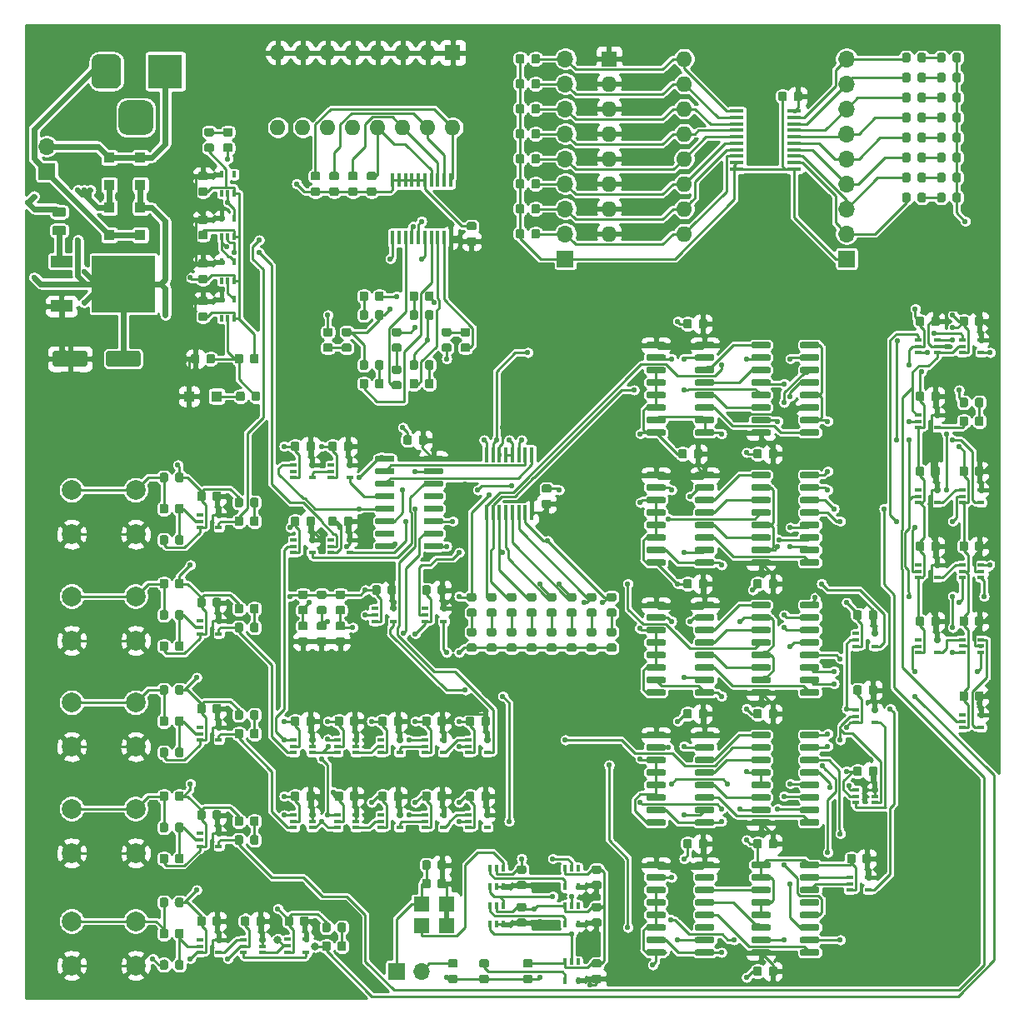
<source format=gbr>
G04 #@! TF.GenerationSoftware,KiCad,Pcbnew,(5.1.5)-3*
G04 #@! TF.CreationDate,2021-02-03T19:11:54+01:00*
G04 #@! TF.ProjectId,psMCU,70734d43-552e-46b6-9963-61645f706362,rev?*
G04 #@! TF.SameCoordinates,Original*
G04 #@! TF.FileFunction,Copper,L1,Top*
G04 #@! TF.FilePolarity,Positive*
%FSLAX46Y46*%
G04 Gerber Fmt 4.6, Leading zero omitted, Abs format (unit mm)*
G04 Created by KiCad (PCBNEW (5.1.5)-3) date 2021-02-03 19:11:54*
%MOMM*%
%LPD*%
G04 APERTURE LIST*
%ADD10R,0.650000X0.400000*%
%ADD11C,0.100000*%
%ADD12R,1.600000X1.500000*%
%ADD13R,0.400000X0.650000*%
%ADD14R,0.450000X1.500000*%
%ADD15R,0.450000X1.450000*%
%ADD16R,1.450000X0.450000*%
%ADD17R,6.400000X5.800000*%
%ADD18R,2.200000X1.200000*%
%ADD19C,2.000000*%
%ADD20O,1.600000X1.600000*%
%ADD21R,1.600000X1.600000*%
%ADD22O,1.700000X1.700000*%
%ADD23R,1.700000X1.700000*%
%ADD24R,3.500000X3.500000*%
%ADD25R,1.100000X1.100000*%
%ADD26C,0.550000*%
%ADD27C,0.800000*%
%ADD28C,0.250000*%
%ADD29C,0.600000*%
%ADD30C,0.254000*%
G04 APERTURE END LIST*
D10*
X-115890000Y-111110000D03*
X-115890000Y-112410000D03*
X-117790000Y-111760000D03*
X-117790000Y-112410000D03*
X-117790000Y-111110000D03*
G04 #@! TA.AperFunction,SMDPad,CuDef*
D11*
G36*
X-115812309Y-108746053D02*
G01*
X-115791074Y-108749203D01*
X-115770250Y-108754419D01*
X-115750038Y-108761651D01*
X-115730632Y-108770830D01*
X-115712219Y-108781866D01*
X-115694976Y-108794654D01*
X-115679070Y-108809070D01*
X-115664654Y-108824976D01*
X-115651866Y-108842219D01*
X-115640830Y-108860632D01*
X-115631651Y-108880038D01*
X-115624419Y-108900250D01*
X-115619203Y-108921074D01*
X-115616053Y-108942309D01*
X-115615000Y-108963750D01*
X-115615000Y-109476250D01*
X-115616053Y-109497691D01*
X-115619203Y-109518926D01*
X-115624419Y-109539750D01*
X-115631651Y-109559962D01*
X-115640830Y-109579368D01*
X-115651866Y-109597781D01*
X-115664654Y-109615024D01*
X-115679070Y-109630930D01*
X-115694976Y-109645346D01*
X-115712219Y-109658134D01*
X-115730632Y-109669170D01*
X-115750038Y-109678349D01*
X-115770250Y-109685581D01*
X-115791074Y-109690797D01*
X-115812309Y-109693947D01*
X-115833750Y-109695000D01*
X-116271250Y-109695000D01*
X-116292691Y-109693947D01*
X-116313926Y-109690797D01*
X-116334750Y-109685581D01*
X-116354962Y-109678349D01*
X-116374368Y-109669170D01*
X-116392781Y-109658134D01*
X-116410024Y-109645346D01*
X-116425930Y-109630930D01*
X-116440346Y-109615024D01*
X-116453134Y-109597781D01*
X-116464170Y-109579368D01*
X-116473349Y-109559962D01*
X-116480581Y-109539750D01*
X-116485797Y-109518926D01*
X-116488947Y-109497691D01*
X-116490000Y-109476250D01*
X-116490000Y-108963750D01*
X-116488947Y-108942309D01*
X-116485797Y-108921074D01*
X-116480581Y-108900250D01*
X-116473349Y-108880038D01*
X-116464170Y-108860632D01*
X-116453134Y-108842219D01*
X-116440346Y-108824976D01*
X-116425930Y-108809070D01*
X-116410024Y-108794654D01*
X-116392781Y-108781866D01*
X-116374368Y-108770830D01*
X-116354962Y-108761651D01*
X-116334750Y-108754419D01*
X-116313926Y-108749203D01*
X-116292691Y-108746053D01*
X-116271250Y-108745000D01*
X-115833750Y-108745000D01*
X-115812309Y-108746053D01*
G37*
G04 #@! TD.AperFunction*
G04 #@! TA.AperFunction,SMDPad,CuDef*
G36*
X-117387309Y-108746053D02*
G01*
X-117366074Y-108749203D01*
X-117345250Y-108754419D01*
X-117325038Y-108761651D01*
X-117305632Y-108770830D01*
X-117287219Y-108781866D01*
X-117269976Y-108794654D01*
X-117254070Y-108809070D01*
X-117239654Y-108824976D01*
X-117226866Y-108842219D01*
X-117215830Y-108860632D01*
X-117206651Y-108880038D01*
X-117199419Y-108900250D01*
X-117194203Y-108921074D01*
X-117191053Y-108942309D01*
X-117190000Y-108963750D01*
X-117190000Y-109476250D01*
X-117191053Y-109497691D01*
X-117194203Y-109518926D01*
X-117199419Y-109539750D01*
X-117206651Y-109559962D01*
X-117215830Y-109579368D01*
X-117226866Y-109597781D01*
X-117239654Y-109615024D01*
X-117254070Y-109630930D01*
X-117269976Y-109645346D01*
X-117287219Y-109658134D01*
X-117305632Y-109669170D01*
X-117325038Y-109678349D01*
X-117345250Y-109685581D01*
X-117366074Y-109690797D01*
X-117387309Y-109693947D01*
X-117408750Y-109695000D01*
X-117846250Y-109695000D01*
X-117867691Y-109693947D01*
X-117888926Y-109690797D01*
X-117909750Y-109685581D01*
X-117929962Y-109678349D01*
X-117949368Y-109669170D01*
X-117967781Y-109658134D01*
X-117985024Y-109645346D01*
X-118000930Y-109630930D01*
X-118015346Y-109615024D01*
X-118028134Y-109597781D01*
X-118039170Y-109579368D01*
X-118048349Y-109559962D01*
X-118055581Y-109539750D01*
X-118060797Y-109518926D01*
X-118063947Y-109497691D01*
X-118065000Y-109476250D01*
X-118065000Y-108963750D01*
X-118063947Y-108942309D01*
X-118060797Y-108921074D01*
X-118055581Y-108900250D01*
X-118048349Y-108880038D01*
X-118039170Y-108860632D01*
X-118028134Y-108842219D01*
X-118015346Y-108824976D01*
X-118000930Y-108809070D01*
X-117985024Y-108794654D01*
X-117967781Y-108781866D01*
X-117949368Y-108770830D01*
X-117929962Y-108761651D01*
X-117909750Y-108754419D01*
X-117888926Y-108749203D01*
X-117867691Y-108746053D01*
X-117846250Y-108745000D01*
X-117408750Y-108745000D01*
X-117387309Y-108746053D01*
G37*
G04 #@! TD.AperFunction*
G04 #@! TA.AperFunction,SMDPad,CuDef*
G36*
X-125968297Y-118445722D02*
G01*
X-125953736Y-118447882D01*
X-125939457Y-118451459D01*
X-125925597Y-118456418D01*
X-125912290Y-118462712D01*
X-125899664Y-118470280D01*
X-125887841Y-118479048D01*
X-125876934Y-118488934D01*
X-125867048Y-118499841D01*
X-125858280Y-118511664D01*
X-125850712Y-118524290D01*
X-125844418Y-118537597D01*
X-125839459Y-118551457D01*
X-125835882Y-118565736D01*
X-125833722Y-118580297D01*
X-125833000Y-118595000D01*
X-125833000Y-118895000D01*
X-125833722Y-118909703D01*
X-125835882Y-118924264D01*
X-125839459Y-118938543D01*
X-125844418Y-118952403D01*
X-125850712Y-118965710D01*
X-125858280Y-118978336D01*
X-125867048Y-118990159D01*
X-125876934Y-119001066D01*
X-125887841Y-119010952D01*
X-125899664Y-119019720D01*
X-125912290Y-119027288D01*
X-125925597Y-119033582D01*
X-125939457Y-119038541D01*
X-125953736Y-119042118D01*
X-125968297Y-119044278D01*
X-125983000Y-119045000D01*
X-127633000Y-119045000D01*
X-127647703Y-119044278D01*
X-127662264Y-119042118D01*
X-127676543Y-119038541D01*
X-127690403Y-119033582D01*
X-127703710Y-119027288D01*
X-127716336Y-119019720D01*
X-127728159Y-119010952D01*
X-127739066Y-119001066D01*
X-127748952Y-118990159D01*
X-127757720Y-118978336D01*
X-127765288Y-118965710D01*
X-127771582Y-118952403D01*
X-127776541Y-118938543D01*
X-127780118Y-118924264D01*
X-127782278Y-118909703D01*
X-127783000Y-118895000D01*
X-127783000Y-118595000D01*
X-127782278Y-118580297D01*
X-127780118Y-118565736D01*
X-127776541Y-118551457D01*
X-127771582Y-118537597D01*
X-127765288Y-118524290D01*
X-127757720Y-118511664D01*
X-127748952Y-118499841D01*
X-127739066Y-118488934D01*
X-127728159Y-118479048D01*
X-127716336Y-118470280D01*
X-127703710Y-118462712D01*
X-127690403Y-118456418D01*
X-127676543Y-118451459D01*
X-127662264Y-118447882D01*
X-127647703Y-118445722D01*
X-127633000Y-118445000D01*
X-125983000Y-118445000D01*
X-125968297Y-118445722D01*
G37*
G04 #@! TD.AperFunction*
G04 #@! TA.AperFunction,SMDPad,CuDef*
G36*
X-125968297Y-117175722D02*
G01*
X-125953736Y-117177882D01*
X-125939457Y-117181459D01*
X-125925597Y-117186418D01*
X-125912290Y-117192712D01*
X-125899664Y-117200280D01*
X-125887841Y-117209048D01*
X-125876934Y-117218934D01*
X-125867048Y-117229841D01*
X-125858280Y-117241664D01*
X-125850712Y-117254290D01*
X-125844418Y-117267597D01*
X-125839459Y-117281457D01*
X-125835882Y-117295736D01*
X-125833722Y-117310297D01*
X-125833000Y-117325000D01*
X-125833000Y-117625000D01*
X-125833722Y-117639703D01*
X-125835882Y-117654264D01*
X-125839459Y-117668543D01*
X-125844418Y-117682403D01*
X-125850712Y-117695710D01*
X-125858280Y-117708336D01*
X-125867048Y-117720159D01*
X-125876934Y-117731066D01*
X-125887841Y-117740952D01*
X-125899664Y-117749720D01*
X-125912290Y-117757288D01*
X-125925597Y-117763582D01*
X-125939457Y-117768541D01*
X-125953736Y-117772118D01*
X-125968297Y-117774278D01*
X-125983000Y-117775000D01*
X-127633000Y-117775000D01*
X-127647703Y-117774278D01*
X-127662264Y-117772118D01*
X-127676543Y-117768541D01*
X-127690403Y-117763582D01*
X-127703710Y-117757288D01*
X-127716336Y-117749720D01*
X-127728159Y-117740952D01*
X-127739066Y-117731066D01*
X-127748952Y-117720159D01*
X-127757720Y-117708336D01*
X-127765288Y-117695710D01*
X-127771582Y-117682403D01*
X-127776541Y-117668543D01*
X-127780118Y-117654264D01*
X-127782278Y-117639703D01*
X-127783000Y-117625000D01*
X-127783000Y-117325000D01*
X-127782278Y-117310297D01*
X-127780118Y-117295736D01*
X-127776541Y-117281457D01*
X-127771582Y-117267597D01*
X-127765288Y-117254290D01*
X-127757720Y-117241664D01*
X-127748952Y-117229841D01*
X-127739066Y-117218934D01*
X-127728159Y-117209048D01*
X-127716336Y-117200280D01*
X-127703710Y-117192712D01*
X-127690403Y-117186418D01*
X-127676543Y-117181459D01*
X-127662264Y-117177882D01*
X-127647703Y-117175722D01*
X-127633000Y-117175000D01*
X-125983000Y-117175000D01*
X-125968297Y-117175722D01*
G37*
G04 #@! TD.AperFunction*
G04 #@! TA.AperFunction,SMDPad,CuDef*
G36*
X-125968297Y-115905722D02*
G01*
X-125953736Y-115907882D01*
X-125939457Y-115911459D01*
X-125925597Y-115916418D01*
X-125912290Y-115922712D01*
X-125899664Y-115930280D01*
X-125887841Y-115939048D01*
X-125876934Y-115948934D01*
X-125867048Y-115959841D01*
X-125858280Y-115971664D01*
X-125850712Y-115984290D01*
X-125844418Y-115997597D01*
X-125839459Y-116011457D01*
X-125835882Y-116025736D01*
X-125833722Y-116040297D01*
X-125833000Y-116055000D01*
X-125833000Y-116355000D01*
X-125833722Y-116369703D01*
X-125835882Y-116384264D01*
X-125839459Y-116398543D01*
X-125844418Y-116412403D01*
X-125850712Y-116425710D01*
X-125858280Y-116438336D01*
X-125867048Y-116450159D01*
X-125876934Y-116461066D01*
X-125887841Y-116470952D01*
X-125899664Y-116479720D01*
X-125912290Y-116487288D01*
X-125925597Y-116493582D01*
X-125939457Y-116498541D01*
X-125953736Y-116502118D01*
X-125968297Y-116504278D01*
X-125983000Y-116505000D01*
X-127633000Y-116505000D01*
X-127647703Y-116504278D01*
X-127662264Y-116502118D01*
X-127676543Y-116498541D01*
X-127690403Y-116493582D01*
X-127703710Y-116487288D01*
X-127716336Y-116479720D01*
X-127728159Y-116470952D01*
X-127739066Y-116461066D01*
X-127748952Y-116450159D01*
X-127757720Y-116438336D01*
X-127765288Y-116425710D01*
X-127771582Y-116412403D01*
X-127776541Y-116398543D01*
X-127780118Y-116384264D01*
X-127782278Y-116369703D01*
X-127783000Y-116355000D01*
X-127783000Y-116055000D01*
X-127782278Y-116040297D01*
X-127780118Y-116025736D01*
X-127776541Y-116011457D01*
X-127771582Y-115997597D01*
X-127765288Y-115984290D01*
X-127757720Y-115971664D01*
X-127748952Y-115959841D01*
X-127739066Y-115948934D01*
X-127728159Y-115939048D01*
X-127716336Y-115930280D01*
X-127703710Y-115922712D01*
X-127690403Y-115916418D01*
X-127676543Y-115911459D01*
X-127662264Y-115907882D01*
X-127647703Y-115905722D01*
X-127633000Y-115905000D01*
X-125983000Y-115905000D01*
X-125968297Y-115905722D01*
G37*
G04 #@! TD.AperFunction*
G04 #@! TA.AperFunction,SMDPad,CuDef*
G36*
X-125968297Y-114635722D02*
G01*
X-125953736Y-114637882D01*
X-125939457Y-114641459D01*
X-125925597Y-114646418D01*
X-125912290Y-114652712D01*
X-125899664Y-114660280D01*
X-125887841Y-114669048D01*
X-125876934Y-114678934D01*
X-125867048Y-114689841D01*
X-125858280Y-114701664D01*
X-125850712Y-114714290D01*
X-125844418Y-114727597D01*
X-125839459Y-114741457D01*
X-125835882Y-114755736D01*
X-125833722Y-114770297D01*
X-125833000Y-114785000D01*
X-125833000Y-115085000D01*
X-125833722Y-115099703D01*
X-125835882Y-115114264D01*
X-125839459Y-115128543D01*
X-125844418Y-115142403D01*
X-125850712Y-115155710D01*
X-125858280Y-115168336D01*
X-125867048Y-115180159D01*
X-125876934Y-115191066D01*
X-125887841Y-115200952D01*
X-125899664Y-115209720D01*
X-125912290Y-115217288D01*
X-125925597Y-115223582D01*
X-125939457Y-115228541D01*
X-125953736Y-115232118D01*
X-125968297Y-115234278D01*
X-125983000Y-115235000D01*
X-127633000Y-115235000D01*
X-127647703Y-115234278D01*
X-127662264Y-115232118D01*
X-127676543Y-115228541D01*
X-127690403Y-115223582D01*
X-127703710Y-115217288D01*
X-127716336Y-115209720D01*
X-127728159Y-115200952D01*
X-127739066Y-115191066D01*
X-127748952Y-115180159D01*
X-127757720Y-115168336D01*
X-127765288Y-115155710D01*
X-127771582Y-115142403D01*
X-127776541Y-115128543D01*
X-127780118Y-115114264D01*
X-127782278Y-115099703D01*
X-127783000Y-115085000D01*
X-127783000Y-114785000D01*
X-127782278Y-114770297D01*
X-127780118Y-114755736D01*
X-127776541Y-114741457D01*
X-127771582Y-114727597D01*
X-127765288Y-114714290D01*
X-127757720Y-114701664D01*
X-127748952Y-114689841D01*
X-127739066Y-114678934D01*
X-127728159Y-114669048D01*
X-127716336Y-114660280D01*
X-127703710Y-114652712D01*
X-127690403Y-114646418D01*
X-127676543Y-114641459D01*
X-127662264Y-114637882D01*
X-127647703Y-114635722D01*
X-127633000Y-114635000D01*
X-125983000Y-114635000D01*
X-125968297Y-114635722D01*
G37*
G04 #@! TD.AperFunction*
G04 #@! TA.AperFunction,SMDPad,CuDef*
G36*
X-125968297Y-113365722D02*
G01*
X-125953736Y-113367882D01*
X-125939457Y-113371459D01*
X-125925597Y-113376418D01*
X-125912290Y-113382712D01*
X-125899664Y-113390280D01*
X-125887841Y-113399048D01*
X-125876934Y-113408934D01*
X-125867048Y-113419841D01*
X-125858280Y-113431664D01*
X-125850712Y-113444290D01*
X-125844418Y-113457597D01*
X-125839459Y-113471457D01*
X-125835882Y-113485736D01*
X-125833722Y-113500297D01*
X-125833000Y-113515000D01*
X-125833000Y-113815000D01*
X-125833722Y-113829703D01*
X-125835882Y-113844264D01*
X-125839459Y-113858543D01*
X-125844418Y-113872403D01*
X-125850712Y-113885710D01*
X-125858280Y-113898336D01*
X-125867048Y-113910159D01*
X-125876934Y-113921066D01*
X-125887841Y-113930952D01*
X-125899664Y-113939720D01*
X-125912290Y-113947288D01*
X-125925597Y-113953582D01*
X-125939457Y-113958541D01*
X-125953736Y-113962118D01*
X-125968297Y-113964278D01*
X-125983000Y-113965000D01*
X-127633000Y-113965000D01*
X-127647703Y-113964278D01*
X-127662264Y-113962118D01*
X-127676543Y-113958541D01*
X-127690403Y-113953582D01*
X-127703710Y-113947288D01*
X-127716336Y-113939720D01*
X-127728159Y-113930952D01*
X-127739066Y-113921066D01*
X-127748952Y-113910159D01*
X-127757720Y-113898336D01*
X-127765288Y-113885710D01*
X-127771582Y-113872403D01*
X-127776541Y-113858543D01*
X-127780118Y-113844264D01*
X-127782278Y-113829703D01*
X-127783000Y-113815000D01*
X-127783000Y-113515000D01*
X-127782278Y-113500297D01*
X-127780118Y-113485736D01*
X-127776541Y-113471457D01*
X-127771582Y-113457597D01*
X-127765288Y-113444290D01*
X-127757720Y-113431664D01*
X-127748952Y-113419841D01*
X-127739066Y-113408934D01*
X-127728159Y-113399048D01*
X-127716336Y-113390280D01*
X-127703710Y-113382712D01*
X-127690403Y-113376418D01*
X-127676543Y-113371459D01*
X-127662264Y-113367882D01*
X-127647703Y-113365722D01*
X-127633000Y-113365000D01*
X-125983000Y-113365000D01*
X-125968297Y-113365722D01*
G37*
G04 #@! TD.AperFunction*
G04 #@! TA.AperFunction,SMDPad,CuDef*
G36*
X-125968297Y-112095722D02*
G01*
X-125953736Y-112097882D01*
X-125939457Y-112101459D01*
X-125925597Y-112106418D01*
X-125912290Y-112112712D01*
X-125899664Y-112120280D01*
X-125887841Y-112129048D01*
X-125876934Y-112138934D01*
X-125867048Y-112149841D01*
X-125858280Y-112161664D01*
X-125850712Y-112174290D01*
X-125844418Y-112187597D01*
X-125839459Y-112201457D01*
X-125835882Y-112215736D01*
X-125833722Y-112230297D01*
X-125833000Y-112245000D01*
X-125833000Y-112545000D01*
X-125833722Y-112559703D01*
X-125835882Y-112574264D01*
X-125839459Y-112588543D01*
X-125844418Y-112602403D01*
X-125850712Y-112615710D01*
X-125858280Y-112628336D01*
X-125867048Y-112640159D01*
X-125876934Y-112651066D01*
X-125887841Y-112660952D01*
X-125899664Y-112669720D01*
X-125912290Y-112677288D01*
X-125925597Y-112683582D01*
X-125939457Y-112688541D01*
X-125953736Y-112692118D01*
X-125968297Y-112694278D01*
X-125983000Y-112695000D01*
X-127633000Y-112695000D01*
X-127647703Y-112694278D01*
X-127662264Y-112692118D01*
X-127676543Y-112688541D01*
X-127690403Y-112683582D01*
X-127703710Y-112677288D01*
X-127716336Y-112669720D01*
X-127728159Y-112660952D01*
X-127739066Y-112651066D01*
X-127748952Y-112640159D01*
X-127757720Y-112628336D01*
X-127765288Y-112615710D01*
X-127771582Y-112602403D01*
X-127776541Y-112588543D01*
X-127780118Y-112574264D01*
X-127782278Y-112559703D01*
X-127783000Y-112545000D01*
X-127783000Y-112245000D01*
X-127782278Y-112230297D01*
X-127780118Y-112215736D01*
X-127776541Y-112201457D01*
X-127771582Y-112187597D01*
X-127765288Y-112174290D01*
X-127757720Y-112161664D01*
X-127748952Y-112149841D01*
X-127739066Y-112138934D01*
X-127728159Y-112129048D01*
X-127716336Y-112120280D01*
X-127703710Y-112112712D01*
X-127690403Y-112106418D01*
X-127676543Y-112101459D01*
X-127662264Y-112097882D01*
X-127647703Y-112095722D01*
X-127633000Y-112095000D01*
X-125983000Y-112095000D01*
X-125968297Y-112095722D01*
G37*
G04 #@! TD.AperFunction*
G04 #@! TA.AperFunction,SMDPad,CuDef*
G36*
X-125968297Y-110825722D02*
G01*
X-125953736Y-110827882D01*
X-125939457Y-110831459D01*
X-125925597Y-110836418D01*
X-125912290Y-110842712D01*
X-125899664Y-110850280D01*
X-125887841Y-110859048D01*
X-125876934Y-110868934D01*
X-125867048Y-110879841D01*
X-125858280Y-110891664D01*
X-125850712Y-110904290D01*
X-125844418Y-110917597D01*
X-125839459Y-110931457D01*
X-125835882Y-110945736D01*
X-125833722Y-110960297D01*
X-125833000Y-110975000D01*
X-125833000Y-111275000D01*
X-125833722Y-111289703D01*
X-125835882Y-111304264D01*
X-125839459Y-111318543D01*
X-125844418Y-111332403D01*
X-125850712Y-111345710D01*
X-125858280Y-111358336D01*
X-125867048Y-111370159D01*
X-125876934Y-111381066D01*
X-125887841Y-111390952D01*
X-125899664Y-111399720D01*
X-125912290Y-111407288D01*
X-125925597Y-111413582D01*
X-125939457Y-111418541D01*
X-125953736Y-111422118D01*
X-125968297Y-111424278D01*
X-125983000Y-111425000D01*
X-127633000Y-111425000D01*
X-127647703Y-111424278D01*
X-127662264Y-111422118D01*
X-127676543Y-111418541D01*
X-127690403Y-111413582D01*
X-127703710Y-111407288D01*
X-127716336Y-111399720D01*
X-127728159Y-111390952D01*
X-127739066Y-111381066D01*
X-127748952Y-111370159D01*
X-127757720Y-111358336D01*
X-127765288Y-111345710D01*
X-127771582Y-111332403D01*
X-127776541Y-111318543D01*
X-127780118Y-111304264D01*
X-127782278Y-111289703D01*
X-127783000Y-111275000D01*
X-127783000Y-110975000D01*
X-127782278Y-110960297D01*
X-127780118Y-110945736D01*
X-127776541Y-110931457D01*
X-127771582Y-110917597D01*
X-127765288Y-110904290D01*
X-127757720Y-110891664D01*
X-127748952Y-110879841D01*
X-127739066Y-110868934D01*
X-127728159Y-110859048D01*
X-127716336Y-110850280D01*
X-127703710Y-110842712D01*
X-127690403Y-110836418D01*
X-127676543Y-110831459D01*
X-127662264Y-110827882D01*
X-127647703Y-110825722D01*
X-127633000Y-110825000D01*
X-125983000Y-110825000D01*
X-125968297Y-110825722D01*
G37*
G04 #@! TD.AperFunction*
G04 #@! TA.AperFunction,SMDPad,CuDef*
G36*
X-125968297Y-109555722D02*
G01*
X-125953736Y-109557882D01*
X-125939457Y-109561459D01*
X-125925597Y-109566418D01*
X-125912290Y-109572712D01*
X-125899664Y-109580280D01*
X-125887841Y-109589048D01*
X-125876934Y-109598934D01*
X-125867048Y-109609841D01*
X-125858280Y-109621664D01*
X-125850712Y-109634290D01*
X-125844418Y-109647597D01*
X-125839459Y-109661457D01*
X-125835882Y-109675736D01*
X-125833722Y-109690297D01*
X-125833000Y-109705000D01*
X-125833000Y-110005000D01*
X-125833722Y-110019703D01*
X-125835882Y-110034264D01*
X-125839459Y-110048543D01*
X-125844418Y-110062403D01*
X-125850712Y-110075710D01*
X-125858280Y-110088336D01*
X-125867048Y-110100159D01*
X-125876934Y-110111066D01*
X-125887841Y-110120952D01*
X-125899664Y-110129720D01*
X-125912290Y-110137288D01*
X-125925597Y-110143582D01*
X-125939457Y-110148541D01*
X-125953736Y-110152118D01*
X-125968297Y-110154278D01*
X-125983000Y-110155000D01*
X-127633000Y-110155000D01*
X-127647703Y-110154278D01*
X-127662264Y-110152118D01*
X-127676543Y-110148541D01*
X-127690403Y-110143582D01*
X-127703710Y-110137288D01*
X-127716336Y-110129720D01*
X-127728159Y-110120952D01*
X-127739066Y-110111066D01*
X-127748952Y-110100159D01*
X-127757720Y-110088336D01*
X-127765288Y-110075710D01*
X-127771582Y-110062403D01*
X-127776541Y-110048543D01*
X-127780118Y-110034264D01*
X-127782278Y-110019703D01*
X-127783000Y-110005000D01*
X-127783000Y-109705000D01*
X-127782278Y-109690297D01*
X-127780118Y-109675736D01*
X-127776541Y-109661457D01*
X-127771582Y-109647597D01*
X-127765288Y-109634290D01*
X-127757720Y-109621664D01*
X-127748952Y-109609841D01*
X-127739066Y-109598934D01*
X-127728159Y-109589048D01*
X-127716336Y-109580280D01*
X-127703710Y-109572712D01*
X-127690403Y-109566418D01*
X-127676543Y-109561459D01*
X-127662264Y-109557882D01*
X-127647703Y-109555722D01*
X-127633000Y-109555000D01*
X-125983000Y-109555000D01*
X-125968297Y-109555722D01*
G37*
G04 #@! TD.AperFunction*
G04 #@! TA.AperFunction,SMDPad,CuDef*
G36*
X-121018297Y-109555722D02*
G01*
X-121003736Y-109557882D01*
X-120989457Y-109561459D01*
X-120975597Y-109566418D01*
X-120962290Y-109572712D01*
X-120949664Y-109580280D01*
X-120937841Y-109589048D01*
X-120926934Y-109598934D01*
X-120917048Y-109609841D01*
X-120908280Y-109621664D01*
X-120900712Y-109634290D01*
X-120894418Y-109647597D01*
X-120889459Y-109661457D01*
X-120885882Y-109675736D01*
X-120883722Y-109690297D01*
X-120883000Y-109705000D01*
X-120883000Y-110005000D01*
X-120883722Y-110019703D01*
X-120885882Y-110034264D01*
X-120889459Y-110048543D01*
X-120894418Y-110062403D01*
X-120900712Y-110075710D01*
X-120908280Y-110088336D01*
X-120917048Y-110100159D01*
X-120926934Y-110111066D01*
X-120937841Y-110120952D01*
X-120949664Y-110129720D01*
X-120962290Y-110137288D01*
X-120975597Y-110143582D01*
X-120989457Y-110148541D01*
X-121003736Y-110152118D01*
X-121018297Y-110154278D01*
X-121033000Y-110155000D01*
X-122683000Y-110155000D01*
X-122697703Y-110154278D01*
X-122712264Y-110152118D01*
X-122726543Y-110148541D01*
X-122740403Y-110143582D01*
X-122753710Y-110137288D01*
X-122766336Y-110129720D01*
X-122778159Y-110120952D01*
X-122789066Y-110111066D01*
X-122798952Y-110100159D01*
X-122807720Y-110088336D01*
X-122815288Y-110075710D01*
X-122821582Y-110062403D01*
X-122826541Y-110048543D01*
X-122830118Y-110034264D01*
X-122832278Y-110019703D01*
X-122833000Y-110005000D01*
X-122833000Y-109705000D01*
X-122832278Y-109690297D01*
X-122830118Y-109675736D01*
X-122826541Y-109661457D01*
X-122821582Y-109647597D01*
X-122815288Y-109634290D01*
X-122807720Y-109621664D01*
X-122798952Y-109609841D01*
X-122789066Y-109598934D01*
X-122778159Y-109589048D01*
X-122766336Y-109580280D01*
X-122753710Y-109572712D01*
X-122740403Y-109566418D01*
X-122726543Y-109561459D01*
X-122712264Y-109557882D01*
X-122697703Y-109555722D01*
X-122683000Y-109555000D01*
X-121033000Y-109555000D01*
X-121018297Y-109555722D01*
G37*
G04 #@! TD.AperFunction*
G04 #@! TA.AperFunction,SMDPad,CuDef*
G36*
X-121018297Y-110825722D02*
G01*
X-121003736Y-110827882D01*
X-120989457Y-110831459D01*
X-120975597Y-110836418D01*
X-120962290Y-110842712D01*
X-120949664Y-110850280D01*
X-120937841Y-110859048D01*
X-120926934Y-110868934D01*
X-120917048Y-110879841D01*
X-120908280Y-110891664D01*
X-120900712Y-110904290D01*
X-120894418Y-110917597D01*
X-120889459Y-110931457D01*
X-120885882Y-110945736D01*
X-120883722Y-110960297D01*
X-120883000Y-110975000D01*
X-120883000Y-111275000D01*
X-120883722Y-111289703D01*
X-120885882Y-111304264D01*
X-120889459Y-111318543D01*
X-120894418Y-111332403D01*
X-120900712Y-111345710D01*
X-120908280Y-111358336D01*
X-120917048Y-111370159D01*
X-120926934Y-111381066D01*
X-120937841Y-111390952D01*
X-120949664Y-111399720D01*
X-120962290Y-111407288D01*
X-120975597Y-111413582D01*
X-120989457Y-111418541D01*
X-121003736Y-111422118D01*
X-121018297Y-111424278D01*
X-121033000Y-111425000D01*
X-122683000Y-111425000D01*
X-122697703Y-111424278D01*
X-122712264Y-111422118D01*
X-122726543Y-111418541D01*
X-122740403Y-111413582D01*
X-122753710Y-111407288D01*
X-122766336Y-111399720D01*
X-122778159Y-111390952D01*
X-122789066Y-111381066D01*
X-122798952Y-111370159D01*
X-122807720Y-111358336D01*
X-122815288Y-111345710D01*
X-122821582Y-111332403D01*
X-122826541Y-111318543D01*
X-122830118Y-111304264D01*
X-122832278Y-111289703D01*
X-122833000Y-111275000D01*
X-122833000Y-110975000D01*
X-122832278Y-110960297D01*
X-122830118Y-110945736D01*
X-122826541Y-110931457D01*
X-122821582Y-110917597D01*
X-122815288Y-110904290D01*
X-122807720Y-110891664D01*
X-122798952Y-110879841D01*
X-122789066Y-110868934D01*
X-122778159Y-110859048D01*
X-122766336Y-110850280D01*
X-122753710Y-110842712D01*
X-122740403Y-110836418D01*
X-122726543Y-110831459D01*
X-122712264Y-110827882D01*
X-122697703Y-110825722D01*
X-122683000Y-110825000D01*
X-121033000Y-110825000D01*
X-121018297Y-110825722D01*
G37*
G04 #@! TD.AperFunction*
G04 #@! TA.AperFunction,SMDPad,CuDef*
G36*
X-121018297Y-112095722D02*
G01*
X-121003736Y-112097882D01*
X-120989457Y-112101459D01*
X-120975597Y-112106418D01*
X-120962290Y-112112712D01*
X-120949664Y-112120280D01*
X-120937841Y-112129048D01*
X-120926934Y-112138934D01*
X-120917048Y-112149841D01*
X-120908280Y-112161664D01*
X-120900712Y-112174290D01*
X-120894418Y-112187597D01*
X-120889459Y-112201457D01*
X-120885882Y-112215736D01*
X-120883722Y-112230297D01*
X-120883000Y-112245000D01*
X-120883000Y-112545000D01*
X-120883722Y-112559703D01*
X-120885882Y-112574264D01*
X-120889459Y-112588543D01*
X-120894418Y-112602403D01*
X-120900712Y-112615710D01*
X-120908280Y-112628336D01*
X-120917048Y-112640159D01*
X-120926934Y-112651066D01*
X-120937841Y-112660952D01*
X-120949664Y-112669720D01*
X-120962290Y-112677288D01*
X-120975597Y-112683582D01*
X-120989457Y-112688541D01*
X-121003736Y-112692118D01*
X-121018297Y-112694278D01*
X-121033000Y-112695000D01*
X-122683000Y-112695000D01*
X-122697703Y-112694278D01*
X-122712264Y-112692118D01*
X-122726543Y-112688541D01*
X-122740403Y-112683582D01*
X-122753710Y-112677288D01*
X-122766336Y-112669720D01*
X-122778159Y-112660952D01*
X-122789066Y-112651066D01*
X-122798952Y-112640159D01*
X-122807720Y-112628336D01*
X-122815288Y-112615710D01*
X-122821582Y-112602403D01*
X-122826541Y-112588543D01*
X-122830118Y-112574264D01*
X-122832278Y-112559703D01*
X-122833000Y-112545000D01*
X-122833000Y-112245000D01*
X-122832278Y-112230297D01*
X-122830118Y-112215736D01*
X-122826541Y-112201457D01*
X-122821582Y-112187597D01*
X-122815288Y-112174290D01*
X-122807720Y-112161664D01*
X-122798952Y-112149841D01*
X-122789066Y-112138934D01*
X-122778159Y-112129048D01*
X-122766336Y-112120280D01*
X-122753710Y-112112712D01*
X-122740403Y-112106418D01*
X-122726543Y-112101459D01*
X-122712264Y-112097882D01*
X-122697703Y-112095722D01*
X-122683000Y-112095000D01*
X-121033000Y-112095000D01*
X-121018297Y-112095722D01*
G37*
G04 #@! TD.AperFunction*
G04 #@! TA.AperFunction,SMDPad,CuDef*
G36*
X-121018297Y-113365722D02*
G01*
X-121003736Y-113367882D01*
X-120989457Y-113371459D01*
X-120975597Y-113376418D01*
X-120962290Y-113382712D01*
X-120949664Y-113390280D01*
X-120937841Y-113399048D01*
X-120926934Y-113408934D01*
X-120917048Y-113419841D01*
X-120908280Y-113431664D01*
X-120900712Y-113444290D01*
X-120894418Y-113457597D01*
X-120889459Y-113471457D01*
X-120885882Y-113485736D01*
X-120883722Y-113500297D01*
X-120883000Y-113515000D01*
X-120883000Y-113815000D01*
X-120883722Y-113829703D01*
X-120885882Y-113844264D01*
X-120889459Y-113858543D01*
X-120894418Y-113872403D01*
X-120900712Y-113885710D01*
X-120908280Y-113898336D01*
X-120917048Y-113910159D01*
X-120926934Y-113921066D01*
X-120937841Y-113930952D01*
X-120949664Y-113939720D01*
X-120962290Y-113947288D01*
X-120975597Y-113953582D01*
X-120989457Y-113958541D01*
X-121003736Y-113962118D01*
X-121018297Y-113964278D01*
X-121033000Y-113965000D01*
X-122683000Y-113965000D01*
X-122697703Y-113964278D01*
X-122712264Y-113962118D01*
X-122726543Y-113958541D01*
X-122740403Y-113953582D01*
X-122753710Y-113947288D01*
X-122766336Y-113939720D01*
X-122778159Y-113930952D01*
X-122789066Y-113921066D01*
X-122798952Y-113910159D01*
X-122807720Y-113898336D01*
X-122815288Y-113885710D01*
X-122821582Y-113872403D01*
X-122826541Y-113858543D01*
X-122830118Y-113844264D01*
X-122832278Y-113829703D01*
X-122833000Y-113815000D01*
X-122833000Y-113515000D01*
X-122832278Y-113500297D01*
X-122830118Y-113485736D01*
X-122826541Y-113471457D01*
X-122821582Y-113457597D01*
X-122815288Y-113444290D01*
X-122807720Y-113431664D01*
X-122798952Y-113419841D01*
X-122789066Y-113408934D01*
X-122778159Y-113399048D01*
X-122766336Y-113390280D01*
X-122753710Y-113382712D01*
X-122740403Y-113376418D01*
X-122726543Y-113371459D01*
X-122712264Y-113367882D01*
X-122697703Y-113365722D01*
X-122683000Y-113365000D01*
X-121033000Y-113365000D01*
X-121018297Y-113365722D01*
G37*
G04 #@! TD.AperFunction*
G04 #@! TA.AperFunction,SMDPad,CuDef*
G36*
X-121018297Y-114635722D02*
G01*
X-121003736Y-114637882D01*
X-120989457Y-114641459D01*
X-120975597Y-114646418D01*
X-120962290Y-114652712D01*
X-120949664Y-114660280D01*
X-120937841Y-114669048D01*
X-120926934Y-114678934D01*
X-120917048Y-114689841D01*
X-120908280Y-114701664D01*
X-120900712Y-114714290D01*
X-120894418Y-114727597D01*
X-120889459Y-114741457D01*
X-120885882Y-114755736D01*
X-120883722Y-114770297D01*
X-120883000Y-114785000D01*
X-120883000Y-115085000D01*
X-120883722Y-115099703D01*
X-120885882Y-115114264D01*
X-120889459Y-115128543D01*
X-120894418Y-115142403D01*
X-120900712Y-115155710D01*
X-120908280Y-115168336D01*
X-120917048Y-115180159D01*
X-120926934Y-115191066D01*
X-120937841Y-115200952D01*
X-120949664Y-115209720D01*
X-120962290Y-115217288D01*
X-120975597Y-115223582D01*
X-120989457Y-115228541D01*
X-121003736Y-115232118D01*
X-121018297Y-115234278D01*
X-121033000Y-115235000D01*
X-122683000Y-115235000D01*
X-122697703Y-115234278D01*
X-122712264Y-115232118D01*
X-122726543Y-115228541D01*
X-122740403Y-115223582D01*
X-122753710Y-115217288D01*
X-122766336Y-115209720D01*
X-122778159Y-115200952D01*
X-122789066Y-115191066D01*
X-122798952Y-115180159D01*
X-122807720Y-115168336D01*
X-122815288Y-115155710D01*
X-122821582Y-115142403D01*
X-122826541Y-115128543D01*
X-122830118Y-115114264D01*
X-122832278Y-115099703D01*
X-122833000Y-115085000D01*
X-122833000Y-114785000D01*
X-122832278Y-114770297D01*
X-122830118Y-114755736D01*
X-122826541Y-114741457D01*
X-122821582Y-114727597D01*
X-122815288Y-114714290D01*
X-122807720Y-114701664D01*
X-122798952Y-114689841D01*
X-122789066Y-114678934D01*
X-122778159Y-114669048D01*
X-122766336Y-114660280D01*
X-122753710Y-114652712D01*
X-122740403Y-114646418D01*
X-122726543Y-114641459D01*
X-122712264Y-114637882D01*
X-122697703Y-114635722D01*
X-122683000Y-114635000D01*
X-121033000Y-114635000D01*
X-121018297Y-114635722D01*
G37*
G04 #@! TD.AperFunction*
G04 #@! TA.AperFunction,SMDPad,CuDef*
G36*
X-121018297Y-115905722D02*
G01*
X-121003736Y-115907882D01*
X-120989457Y-115911459D01*
X-120975597Y-115916418D01*
X-120962290Y-115922712D01*
X-120949664Y-115930280D01*
X-120937841Y-115939048D01*
X-120926934Y-115948934D01*
X-120917048Y-115959841D01*
X-120908280Y-115971664D01*
X-120900712Y-115984290D01*
X-120894418Y-115997597D01*
X-120889459Y-116011457D01*
X-120885882Y-116025736D01*
X-120883722Y-116040297D01*
X-120883000Y-116055000D01*
X-120883000Y-116355000D01*
X-120883722Y-116369703D01*
X-120885882Y-116384264D01*
X-120889459Y-116398543D01*
X-120894418Y-116412403D01*
X-120900712Y-116425710D01*
X-120908280Y-116438336D01*
X-120917048Y-116450159D01*
X-120926934Y-116461066D01*
X-120937841Y-116470952D01*
X-120949664Y-116479720D01*
X-120962290Y-116487288D01*
X-120975597Y-116493582D01*
X-120989457Y-116498541D01*
X-121003736Y-116502118D01*
X-121018297Y-116504278D01*
X-121033000Y-116505000D01*
X-122683000Y-116505000D01*
X-122697703Y-116504278D01*
X-122712264Y-116502118D01*
X-122726543Y-116498541D01*
X-122740403Y-116493582D01*
X-122753710Y-116487288D01*
X-122766336Y-116479720D01*
X-122778159Y-116470952D01*
X-122789066Y-116461066D01*
X-122798952Y-116450159D01*
X-122807720Y-116438336D01*
X-122815288Y-116425710D01*
X-122821582Y-116412403D01*
X-122826541Y-116398543D01*
X-122830118Y-116384264D01*
X-122832278Y-116369703D01*
X-122833000Y-116355000D01*
X-122833000Y-116055000D01*
X-122832278Y-116040297D01*
X-122830118Y-116025736D01*
X-122826541Y-116011457D01*
X-122821582Y-115997597D01*
X-122815288Y-115984290D01*
X-122807720Y-115971664D01*
X-122798952Y-115959841D01*
X-122789066Y-115948934D01*
X-122778159Y-115939048D01*
X-122766336Y-115930280D01*
X-122753710Y-115922712D01*
X-122740403Y-115916418D01*
X-122726543Y-115911459D01*
X-122712264Y-115907882D01*
X-122697703Y-115905722D01*
X-122683000Y-115905000D01*
X-121033000Y-115905000D01*
X-121018297Y-115905722D01*
G37*
G04 #@! TD.AperFunction*
G04 #@! TA.AperFunction,SMDPad,CuDef*
G36*
X-121018297Y-117175722D02*
G01*
X-121003736Y-117177882D01*
X-120989457Y-117181459D01*
X-120975597Y-117186418D01*
X-120962290Y-117192712D01*
X-120949664Y-117200280D01*
X-120937841Y-117209048D01*
X-120926934Y-117218934D01*
X-120917048Y-117229841D01*
X-120908280Y-117241664D01*
X-120900712Y-117254290D01*
X-120894418Y-117267597D01*
X-120889459Y-117281457D01*
X-120885882Y-117295736D01*
X-120883722Y-117310297D01*
X-120883000Y-117325000D01*
X-120883000Y-117625000D01*
X-120883722Y-117639703D01*
X-120885882Y-117654264D01*
X-120889459Y-117668543D01*
X-120894418Y-117682403D01*
X-120900712Y-117695710D01*
X-120908280Y-117708336D01*
X-120917048Y-117720159D01*
X-120926934Y-117731066D01*
X-120937841Y-117740952D01*
X-120949664Y-117749720D01*
X-120962290Y-117757288D01*
X-120975597Y-117763582D01*
X-120989457Y-117768541D01*
X-121003736Y-117772118D01*
X-121018297Y-117774278D01*
X-121033000Y-117775000D01*
X-122683000Y-117775000D01*
X-122697703Y-117774278D01*
X-122712264Y-117772118D01*
X-122726543Y-117768541D01*
X-122740403Y-117763582D01*
X-122753710Y-117757288D01*
X-122766336Y-117749720D01*
X-122778159Y-117740952D01*
X-122789066Y-117731066D01*
X-122798952Y-117720159D01*
X-122807720Y-117708336D01*
X-122815288Y-117695710D01*
X-122821582Y-117682403D01*
X-122826541Y-117668543D01*
X-122830118Y-117654264D01*
X-122832278Y-117639703D01*
X-122833000Y-117625000D01*
X-122833000Y-117325000D01*
X-122832278Y-117310297D01*
X-122830118Y-117295736D01*
X-122826541Y-117281457D01*
X-122821582Y-117267597D01*
X-122815288Y-117254290D01*
X-122807720Y-117241664D01*
X-122798952Y-117229841D01*
X-122789066Y-117218934D01*
X-122778159Y-117209048D01*
X-122766336Y-117200280D01*
X-122753710Y-117192712D01*
X-122740403Y-117186418D01*
X-122726543Y-117181459D01*
X-122712264Y-117177882D01*
X-122697703Y-117175722D01*
X-122683000Y-117175000D01*
X-121033000Y-117175000D01*
X-121018297Y-117175722D01*
G37*
G04 #@! TD.AperFunction*
G04 #@! TA.AperFunction,SMDPad,CuDef*
G36*
X-121018297Y-118445722D02*
G01*
X-121003736Y-118447882D01*
X-120989457Y-118451459D01*
X-120975597Y-118456418D01*
X-120962290Y-118462712D01*
X-120949664Y-118470280D01*
X-120937841Y-118479048D01*
X-120926934Y-118488934D01*
X-120917048Y-118499841D01*
X-120908280Y-118511664D01*
X-120900712Y-118524290D01*
X-120894418Y-118537597D01*
X-120889459Y-118551457D01*
X-120885882Y-118565736D01*
X-120883722Y-118580297D01*
X-120883000Y-118595000D01*
X-120883000Y-118895000D01*
X-120883722Y-118909703D01*
X-120885882Y-118924264D01*
X-120889459Y-118938543D01*
X-120894418Y-118952403D01*
X-120900712Y-118965710D01*
X-120908280Y-118978336D01*
X-120917048Y-118990159D01*
X-120926934Y-119001066D01*
X-120937841Y-119010952D01*
X-120949664Y-119019720D01*
X-120962290Y-119027288D01*
X-120975597Y-119033582D01*
X-120989457Y-119038541D01*
X-121003736Y-119042118D01*
X-121018297Y-119044278D01*
X-121033000Y-119045000D01*
X-122683000Y-119045000D01*
X-122697703Y-119044278D01*
X-122712264Y-119042118D01*
X-122726543Y-119038541D01*
X-122740403Y-119033582D01*
X-122753710Y-119027288D01*
X-122766336Y-119019720D01*
X-122778159Y-119010952D01*
X-122789066Y-119001066D01*
X-122798952Y-118990159D01*
X-122807720Y-118978336D01*
X-122815288Y-118965710D01*
X-122821582Y-118952403D01*
X-122826541Y-118938543D01*
X-122830118Y-118924264D01*
X-122832278Y-118909703D01*
X-122833000Y-118895000D01*
X-122833000Y-118595000D01*
X-122832278Y-118580297D01*
X-122830118Y-118565736D01*
X-122826541Y-118551457D01*
X-122821582Y-118537597D01*
X-122815288Y-118524290D01*
X-122807720Y-118511664D01*
X-122798952Y-118499841D01*
X-122789066Y-118488934D01*
X-122778159Y-118479048D01*
X-122766336Y-118470280D01*
X-122753710Y-118462712D01*
X-122740403Y-118456418D01*
X-122726543Y-118451459D01*
X-122712264Y-118447882D01*
X-122697703Y-118445722D01*
X-122683000Y-118445000D01*
X-121033000Y-118445000D01*
X-121018297Y-118445722D01*
G37*
G04 #@! TD.AperFunction*
G04 #@! TA.AperFunction,SMDPad,CuDef*
G36*
X-125968297Y-105237722D02*
G01*
X-125953736Y-105239882D01*
X-125939457Y-105243459D01*
X-125925597Y-105248418D01*
X-125912290Y-105254712D01*
X-125899664Y-105262280D01*
X-125887841Y-105271048D01*
X-125876934Y-105280934D01*
X-125867048Y-105291841D01*
X-125858280Y-105303664D01*
X-125850712Y-105316290D01*
X-125844418Y-105329597D01*
X-125839459Y-105343457D01*
X-125835882Y-105357736D01*
X-125833722Y-105372297D01*
X-125833000Y-105387000D01*
X-125833000Y-105687000D01*
X-125833722Y-105701703D01*
X-125835882Y-105716264D01*
X-125839459Y-105730543D01*
X-125844418Y-105744403D01*
X-125850712Y-105757710D01*
X-125858280Y-105770336D01*
X-125867048Y-105782159D01*
X-125876934Y-105793066D01*
X-125887841Y-105802952D01*
X-125899664Y-105811720D01*
X-125912290Y-105819288D01*
X-125925597Y-105825582D01*
X-125939457Y-105830541D01*
X-125953736Y-105834118D01*
X-125968297Y-105836278D01*
X-125983000Y-105837000D01*
X-127633000Y-105837000D01*
X-127647703Y-105836278D01*
X-127662264Y-105834118D01*
X-127676543Y-105830541D01*
X-127690403Y-105825582D01*
X-127703710Y-105819288D01*
X-127716336Y-105811720D01*
X-127728159Y-105802952D01*
X-127739066Y-105793066D01*
X-127748952Y-105782159D01*
X-127757720Y-105770336D01*
X-127765288Y-105757710D01*
X-127771582Y-105744403D01*
X-127776541Y-105730543D01*
X-127780118Y-105716264D01*
X-127782278Y-105701703D01*
X-127783000Y-105687000D01*
X-127783000Y-105387000D01*
X-127782278Y-105372297D01*
X-127780118Y-105357736D01*
X-127776541Y-105343457D01*
X-127771582Y-105329597D01*
X-127765288Y-105316290D01*
X-127757720Y-105303664D01*
X-127748952Y-105291841D01*
X-127739066Y-105280934D01*
X-127728159Y-105271048D01*
X-127716336Y-105262280D01*
X-127703710Y-105254712D01*
X-127690403Y-105248418D01*
X-127676543Y-105243459D01*
X-127662264Y-105239882D01*
X-127647703Y-105237722D01*
X-127633000Y-105237000D01*
X-125983000Y-105237000D01*
X-125968297Y-105237722D01*
G37*
G04 #@! TD.AperFunction*
G04 #@! TA.AperFunction,SMDPad,CuDef*
G36*
X-125968297Y-103967722D02*
G01*
X-125953736Y-103969882D01*
X-125939457Y-103973459D01*
X-125925597Y-103978418D01*
X-125912290Y-103984712D01*
X-125899664Y-103992280D01*
X-125887841Y-104001048D01*
X-125876934Y-104010934D01*
X-125867048Y-104021841D01*
X-125858280Y-104033664D01*
X-125850712Y-104046290D01*
X-125844418Y-104059597D01*
X-125839459Y-104073457D01*
X-125835882Y-104087736D01*
X-125833722Y-104102297D01*
X-125833000Y-104117000D01*
X-125833000Y-104417000D01*
X-125833722Y-104431703D01*
X-125835882Y-104446264D01*
X-125839459Y-104460543D01*
X-125844418Y-104474403D01*
X-125850712Y-104487710D01*
X-125858280Y-104500336D01*
X-125867048Y-104512159D01*
X-125876934Y-104523066D01*
X-125887841Y-104532952D01*
X-125899664Y-104541720D01*
X-125912290Y-104549288D01*
X-125925597Y-104555582D01*
X-125939457Y-104560541D01*
X-125953736Y-104564118D01*
X-125968297Y-104566278D01*
X-125983000Y-104567000D01*
X-127633000Y-104567000D01*
X-127647703Y-104566278D01*
X-127662264Y-104564118D01*
X-127676543Y-104560541D01*
X-127690403Y-104555582D01*
X-127703710Y-104549288D01*
X-127716336Y-104541720D01*
X-127728159Y-104532952D01*
X-127739066Y-104523066D01*
X-127748952Y-104512159D01*
X-127757720Y-104500336D01*
X-127765288Y-104487710D01*
X-127771582Y-104474403D01*
X-127776541Y-104460543D01*
X-127780118Y-104446264D01*
X-127782278Y-104431703D01*
X-127783000Y-104417000D01*
X-127783000Y-104117000D01*
X-127782278Y-104102297D01*
X-127780118Y-104087736D01*
X-127776541Y-104073457D01*
X-127771582Y-104059597D01*
X-127765288Y-104046290D01*
X-127757720Y-104033664D01*
X-127748952Y-104021841D01*
X-127739066Y-104010934D01*
X-127728159Y-104001048D01*
X-127716336Y-103992280D01*
X-127703710Y-103984712D01*
X-127690403Y-103978418D01*
X-127676543Y-103973459D01*
X-127662264Y-103969882D01*
X-127647703Y-103967722D01*
X-127633000Y-103967000D01*
X-125983000Y-103967000D01*
X-125968297Y-103967722D01*
G37*
G04 #@! TD.AperFunction*
G04 #@! TA.AperFunction,SMDPad,CuDef*
G36*
X-125968297Y-102697722D02*
G01*
X-125953736Y-102699882D01*
X-125939457Y-102703459D01*
X-125925597Y-102708418D01*
X-125912290Y-102714712D01*
X-125899664Y-102722280D01*
X-125887841Y-102731048D01*
X-125876934Y-102740934D01*
X-125867048Y-102751841D01*
X-125858280Y-102763664D01*
X-125850712Y-102776290D01*
X-125844418Y-102789597D01*
X-125839459Y-102803457D01*
X-125835882Y-102817736D01*
X-125833722Y-102832297D01*
X-125833000Y-102847000D01*
X-125833000Y-103147000D01*
X-125833722Y-103161703D01*
X-125835882Y-103176264D01*
X-125839459Y-103190543D01*
X-125844418Y-103204403D01*
X-125850712Y-103217710D01*
X-125858280Y-103230336D01*
X-125867048Y-103242159D01*
X-125876934Y-103253066D01*
X-125887841Y-103262952D01*
X-125899664Y-103271720D01*
X-125912290Y-103279288D01*
X-125925597Y-103285582D01*
X-125939457Y-103290541D01*
X-125953736Y-103294118D01*
X-125968297Y-103296278D01*
X-125983000Y-103297000D01*
X-127633000Y-103297000D01*
X-127647703Y-103296278D01*
X-127662264Y-103294118D01*
X-127676543Y-103290541D01*
X-127690403Y-103285582D01*
X-127703710Y-103279288D01*
X-127716336Y-103271720D01*
X-127728159Y-103262952D01*
X-127739066Y-103253066D01*
X-127748952Y-103242159D01*
X-127757720Y-103230336D01*
X-127765288Y-103217710D01*
X-127771582Y-103204403D01*
X-127776541Y-103190543D01*
X-127780118Y-103176264D01*
X-127782278Y-103161703D01*
X-127783000Y-103147000D01*
X-127783000Y-102847000D01*
X-127782278Y-102832297D01*
X-127780118Y-102817736D01*
X-127776541Y-102803457D01*
X-127771582Y-102789597D01*
X-127765288Y-102776290D01*
X-127757720Y-102763664D01*
X-127748952Y-102751841D01*
X-127739066Y-102740934D01*
X-127728159Y-102731048D01*
X-127716336Y-102722280D01*
X-127703710Y-102714712D01*
X-127690403Y-102708418D01*
X-127676543Y-102703459D01*
X-127662264Y-102699882D01*
X-127647703Y-102697722D01*
X-127633000Y-102697000D01*
X-125983000Y-102697000D01*
X-125968297Y-102697722D01*
G37*
G04 #@! TD.AperFunction*
G04 #@! TA.AperFunction,SMDPad,CuDef*
G36*
X-125968297Y-101427722D02*
G01*
X-125953736Y-101429882D01*
X-125939457Y-101433459D01*
X-125925597Y-101438418D01*
X-125912290Y-101444712D01*
X-125899664Y-101452280D01*
X-125887841Y-101461048D01*
X-125876934Y-101470934D01*
X-125867048Y-101481841D01*
X-125858280Y-101493664D01*
X-125850712Y-101506290D01*
X-125844418Y-101519597D01*
X-125839459Y-101533457D01*
X-125835882Y-101547736D01*
X-125833722Y-101562297D01*
X-125833000Y-101577000D01*
X-125833000Y-101877000D01*
X-125833722Y-101891703D01*
X-125835882Y-101906264D01*
X-125839459Y-101920543D01*
X-125844418Y-101934403D01*
X-125850712Y-101947710D01*
X-125858280Y-101960336D01*
X-125867048Y-101972159D01*
X-125876934Y-101983066D01*
X-125887841Y-101992952D01*
X-125899664Y-102001720D01*
X-125912290Y-102009288D01*
X-125925597Y-102015582D01*
X-125939457Y-102020541D01*
X-125953736Y-102024118D01*
X-125968297Y-102026278D01*
X-125983000Y-102027000D01*
X-127633000Y-102027000D01*
X-127647703Y-102026278D01*
X-127662264Y-102024118D01*
X-127676543Y-102020541D01*
X-127690403Y-102015582D01*
X-127703710Y-102009288D01*
X-127716336Y-102001720D01*
X-127728159Y-101992952D01*
X-127739066Y-101983066D01*
X-127748952Y-101972159D01*
X-127757720Y-101960336D01*
X-127765288Y-101947710D01*
X-127771582Y-101934403D01*
X-127776541Y-101920543D01*
X-127780118Y-101906264D01*
X-127782278Y-101891703D01*
X-127783000Y-101877000D01*
X-127783000Y-101577000D01*
X-127782278Y-101562297D01*
X-127780118Y-101547736D01*
X-127776541Y-101533457D01*
X-127771582Y-101519597D01*
X-127765288Y-101506290D01*
X-127757720Y-101493664D01*
X-127748952Y-101481841D01*
X-127739066Y-101470934D01*
X-127728159Y-101461048D01*
X-127716336Y-101452280D01*
X-127703710Y-101444712D01*
X-127690403Y-101438418D01*
X-127676543Y-101433459D01*
X-127662264Y-101429882D01*
X-127647703Y-101427722D01*
X-127633000Y-101427000D01*
X-125983000Y-101427000D01*
X-125968297Y-101427722D01*
G37*
G04 #@! TD.AperFunction*
G04 #@! TA.AperFunction,SMDPad,CuDef*
G36*
X-125968297Y-100157722D02*
G01*
X-125953736Y-100159882D01*
X-125939457Y-100163459D01*
X-125925597Y-100168418D01*
X-125912290Y-100174712D01*
X-125899664Y-100182280D01*
X-125887841Y-100191048D01*
X-125876934Y-100200934D01*
X-125867048Y-100211841D01*
X-125858280Y-100223664D01*
X-125850712Y-100236290D01*
X-125844418Y-100249597D01*
X-125839459Y-100263457D01*
X-125835882Y-100277736D01*
X-125833722Y-100292297D01*
X-125833000Y-100307000D01*
X-125833000Y-100607000D01*
X-125833722Y-100621703D01*
X-125835882Y-100636264D01*
X-125839459Y-100650543D01*
X-125844418Y-100664403D01*
X-125850712Y-100677710D01*
X-125858280Y-100690336D01*
X-125867048Y-100702159D01*
X-125876934Y-100713066D01*
X-125887841Y-100722952D01*
X-125899664Y-100731720D01*
X-125912290Y-100739288D01*
X-125925597Y-100745582D01*
X-125939457Y-100750541D01*
X-125953736Y-100754118D01*
X-125968297Y-100756278D01*
X-125983000Y-100757000D01*
X-127633000Y-100757000D01*
X-127647703Y-100756278D01*
X-127662264Y-100754118D01*
X-127676543Y-100750541D01*
X-127690403Y-100745582D01*
X-127703710Y-100739288D01*
X-127716336Y-100731720D01*
X-127728159Y-100722952D01*
X-127739066Y-100713066D01*
X-127748952Y-100702159D01*
X-127757720Y-100690336D01*
X-127765288Y-100677710D01*
X-127771582Y-100664403D01*
X-127776541Y-100650543D01*
X-127780118Y-100636264D01*
X-127782278Y-100621703D01*
X-127783000Y-100607000D01*
X-127783000Y-100307000D01*
X-127782278Y-100292297D01*
X-127780118Y-100277736D01*
X-127776541Y-100263457D01*
X-127771582Y-100249597D01*
X-127765288Y-100236290D01*
X-127757720Y-100223664D01*
X-127748952Y-100211841D01*
X-127739066Y-100200934D01*
X-127728159Y-100191048D01*
X-127716336Y-100182280D01*
X-127703710Y-100174712D01*
X-127690403Y-100168418D01*
X-127676543Y-100163459D01*
X-127662264Y-100159882D01*
X-127647703Y-100157722D01*
X-127633000Y-100157000D01*
X-125983000Y-100157000D01*
X-125968297Y-100157722D01*
G37*
G04 #@! TD.AperFunction*
G04 #@! TA.AperFunction,SMDPad,CuDef*
G36*
X-125968297Y-98887722D02*
G01*
X-125953736Y-98889882D01*
X-125939457Y-98893459D01*
X-125925597Y-98898418D01*
X-125912290Y-98904712D01*
X-125899664Y-98912280D01*
X-125887841Y-98921048D01*
X-125876934Y-98930934D01*
X-125867048Y-98941841D01*
X-125858280Y-98953664D01*
X-125850712Y-98966290D01*
X-125844418Y-98979597D01*
X-125839459Y-98993457D01*
X-125835882Y-99007736D01*
X-125833722Y-99022297D01*
X-125833000Y-99037000D01*
X-125833000Y-99337000D01*
X-125833722Y-99351703D01*
X-125835882Y-99366264D01*
X-125839459Y-99380543D01*
X-125844418Y-99394403D01*
X-125850712Y-99407710D01*
X-125858280Y-99420336D01*
X-125867048Y-99432159D01*
X-125876934Y-99443066D01*
X-125887841Y-99452952D01*
X-125899664Y-99461720D01*
X-125912290Y-99469288D01*
X-125925597Y-99475582D01*
X-125939457Y-99480541D01*
X-125953736Y-99484118D01*
X-125968297Y-99486278D01*
X-125983000Y-99487000D01*
X-127633000Y-99487000D01*
X-127647703Y-99486278D01*
X-127662264Y-99484118D01*
X-127676543Y-99480541D01*
X-127690403Y-99475582D01*
X-127703710Y-99469288D01*
X-127716336Y-99461720D01*
X-127728159Y-99452952D01*
X-127739066Y-99443066D01*
X-127748952Y-99432159D01*
X-127757720Y-99420336D01*
X-127765288Y-99407710D01*
X-127771582Y-99394403D01*
X-127776541Y-99380543D01*
X-127780118Y-99366264D01*
X-127782278Y-99351703D01*
X-127783000Y-99337000D01*
X-127783000Y-99037000D01*
X-127782278Y-99022297D01*
X-127780118Y-99007736D01*
X-127776541Y-98993457D01*
X-127771582Y-98979597D01*
X-127765288Y-98966290D01*
X-127757720Y-98953664D01*
X-127748952Y-98941841D01*
X-127739066Y-98930934D01*
X-127728159Y-98921048D01*
X-127716336Y-98912280D01*
X-127703710Y-98904712D01*
X-127690403Y-98898418D01*
X-127676543Y-98893459D01*
X-127662264Y-98889882D01*
X-127647703Y-98887722D01*
X-127633000Y-98887000D01*
X-125983000Y-98887000D01*
X-125968297Y-98887722D01*
G37*
G04 #@! TD.AperFunction*
G04 #@! TA.AperFunction,SMDPad,CuDef*
G36*
X-125968297Y-97617722D02*
G01*
X-125953736Y-97619882D01*
X-125939457Y-97623459D01*
X-125925597Y-97628418D01*
X-125912290Y-97634712D01*
X-125899664Y-97642280D01*
X-125887841Y-97651048D01*
X-125876934Y-97660934D01*
X-125867048Y-97671841D01*
X-125858280Y-97683664D01*
X-125850712Y-97696290D01*
X-125844418Y-97709597D01*
X-125839459Y-97723457D01*
X-125835882Y-97737736D01*
X-125833722Y-97752297D01*
X-125833000Y-97767000D01*
X-125833000Y-98067000D01*
X-125833722Y-98081703D01*
X-125835882Y-98096264D01*
X-125839459Y-98110543D01*
X-125844418Y-98124403D01*
X-125850712Y-98137710D01*
X-125858280Y-98150336D01*
X-125867048Y-98162159D01*
X-125876934Y-98173066D01*
X-125887841Y-98182952D01*
X-125899664Y-98191720D01*
X-125912290Y-98199288D01*
X-125925597Y-98205582D01*
X-125939457Y-98210541D01*
X-125953736Y-98214118D01*
X-125968297Y-98216278D01*
X-125983000Y-98217000D01*
X-127633000Y-98217000D01*
X-127647703Y-98216278D01*
X-127662264Y-98214118D01*
X-127676543Y-98210541D01*
X-127690403Y-98205582D01*
X-127703710Y-98199288D01*
X-127716336Y-98191720D01*
X-127728159Y-98182952D01*
X-127739066Y-98173066D01*
X-127748952Y-98162159D01*
X-127757720Y-98150336D01*
X-127765288Y-98137710D01*
X-127771582Y-98124403D01*
X-127776541Y-98110543D01*
X-127780118Y-98096264D01*
X-127782278Y-98081703D01*
X-127783000Y-98067000D01*
X-127783000Y-97767000D01*
X-127782278Y-97752297D01*
X-127780118Y-97737736D01*
X-127776541Y-97723457D01*
X-127771582Y-97709597D01*
X-127765288Y-97696290D01*
X-127757720Y-97683664D01*
X-127748952Y-97671841D01*
X-127739066Y-97660934D01*
X-127728159Y-97651048D01*
X-127716336Y-97642280D01*
X-127703710Y-97634712D01*
X-127690403Y-97628418D01*
X-127676543Y-97623459D01*
X-127662264Y-97619882D01*
X-127647703Y-97617722D01*
X-127633000Y-97617000D01*
X-125983000Y-97617000D01*
X-125968297Y-97617722D01*
G37*
G04 #@! TD.AperFunction*
G04 #@! TA.AperFunction,SMDPad,CuDef*
G36*
X-125968297Y-96347722D02*
G01*
X-125953736Y-96349882D01*
X-125939457Y-96353459D01*
X-125925597Y-96358418D01*
X-125912290Y-96364712D01*
X-125899664Y-96372280D01*
X-125887841Y-96381048D01*
X-125876934Y-96390934D01*
X-125867048Y-96401841D01*
X-125858280Y-96413664D01*
X-125850712Y-96426290D01*
X-125844418Y-96439597D01*
X-125839459Y-96453457D01*
X-125835882Y-96467736D01*
X-125833722Y-96482297D01*
X-125833000Y-96497000D01*
X-125833000Y-96797000D01*
X-125833722Y-96811703D01*
X-125835882Y-96826264D01*
X-125839459Y-96840543D01*
X-125844418Y-96854403D01*
X-125850712Y-96867710D01*
X-125858280Y-96880336D01*
X-125867048Y-96892159D01*
X-125876934Y-96903066D01*
X-125887841Y-96912952D01*
X-125899664Y-96921720D01*
X-125912290Y-96929288D01*
X-125925597Y-96935582D01*
X-125939457Y-96940541D01*
X-125953736Y-96944118D01*
X-125968297Y-96946278D01*
X-125983000Y-96947000D01*
X-127633000Y-96947000D01*
X-127647703Y-96946278D01*
X-127662264Y-96944118D01*
X-127676543Y-96940541D01*
X-127690403Y-96935582D01*
X-127703710Y-96929288D01*
X-127716336Y-96921720D01*
X-127728159Y-96912952D01*
X-127739066Y-96903066D01*
X-127748952Y-96892159D01*
X-127757720Y-96880336D01*
X-127765288Y-96867710D01*
X-127771582Y-96854403D01*
X-127776541Y-96840543D01*
X-127780118Y-96826264D01*
X-127782278Y-96811703D01*
X-127783000Y-96797000D01*
X-127783000Y-96497000D01*
X-127782278Y-96482297D01*
X-127780118Y-96467736D01*
X-127776541Y-96453457D01*
X-127771582Y-96439597D01*
X-127765288Y-96426290D01*
X-127757720Y-96413664D01*
X-127748952Y-96401841D01*
X-127739066Y-96390934D01*
X-127728159Y-96381048D01*
X-127716336Y-96372280D01*
X-127703710Y-96364712D01*
X-127690403Y-96358418D01*
X-127676543Y-96353459D01*
X-127662264Y-96349882D01*
X-127647703Y-96347722D01*
X-127633000Y-96347000D01*
X-125983000Y-96347000D01*
X-125968297Y-96347722D01*
G37*
G04 #@! TD.AperFunction*
G04 #@! TA.AperFunction,SMDPad,CuDef*
G36*
X-121018297Y-96347722D02*
G01*
X-121003736Y-96349882D01*
X-120989457Y-96353459D01*
X-120975597Y-96358418D01*
X-120962290Y-96364712D01*
X-120949664Y-96372280D01*
X-120937841Y-96381048D01*
X-120926934Y-96390934D01*
X-120917048Y-96401841D01*
X-120908280Y-96413664D01*
X-120900712Y-96426290D01*
X-120894418Y-96439597D01*
X-120889459Y-96453457D01*
X-120885882Y-96467736D01*
X-120883722Y-96482297D01*
X-120883000Y-96497000D01*
X-120883000Y-96797000D01*
X-120883722Y-96811703D01*
X-120885882Y-96826264D01*
X-120889459Y-96840543D01*
X-120894418Y-96854403D01*
X-120900712Y-96867710D01*
X-120908280Y-96880336D01*
X-120917048Y-96892159D01*
X-120926934Y-96903066D01*
X-120937841Y-96912952D01*
X-120949664Y-96921720D01*
X-120962290Y-96929288D01*
X-120975597Y-96935582D01*
X-120989457Y-96940541D01*
X-121003736Y-96944118D01*
X-121018297Y-96946278D01*
X-121033000Y-96947000D01*
X-122683000Y-96947000D01*
X-122697703Y-96946278D01*
X-122712264Y-96944118D01*
X-122726543Y-96940541D01*
X-122740403Y-96935582D01*
X-122753710Y-96929288D01*
X-122766336Y-96921720D01*
X-122778159Y-96912952D01*
X-122789066Y-96903066D01*
X-122798952Y-96892159D01*
X-122807720Y-96880336D01*
X-122815288Y-96867710D01*
X-122821582Y-96854403D01*
X-122826541Y-96840543D01*
X-122830118Y-96826264D01*
X-122832278Y-96811703D01*
X-122833000Y-96797000D01*
X-122833000Y-96497000D01*
X-122832278Y-96482297D01*
X-122830118Y-96467736D01*
X-122826541Y-96453457D01*
X-122821582Y-96439597D01*
X-122815288Y-96426290D01*
X-122807720Y-96413664D01*
X-122798952Y-96401841D01*
X-122789066Y-96390934D01*
X-122778159Y-96381048D01*
X-122766336Y-96372280D01*
X-122753710Y-96364712D01*
X-122740403Y-96358418D01*
X-122726543Y-96353459D01*
X-122712264Y-96349882D01*
X-122697703Y-96347722D01*
X-122683000Y-96347000D01*
X-121033000Y-96347000D01*
X-121018297Y-96347722D01*
G37*
G04 #@! TD.AperFunction*
G04 #@! TA.AperFunction,SMDPad,CuDef*
G36*
X-121018297Y-97617722D02*
G01*
X-121003736Y-97619882D01*
X-120989457Y-97623459D01*
X-120975597Y-97628418D01*
X-120962290Y-97634712D01*
X-120949664Y-97642280D01*
X-120937841Y-97651048D01*
X-120926934Y-97660934D01*
X-120917048Y-97671841D01*
X-120908280Y-97683664D01*
X-120900712Y-97696290D01*
X-120894418Y-97709597D01*
X-120889459Y-97723457D01*
X-120885882Y-97737736D01*
X-120883722Y-97752297D01*
X-120883000Y-97767000D01*
X-120883000Y-98067000D01*
X-120883722Y-98081703D01*
X-120885882Y-98096264D01*
X-120889459Y-98110543D01*
X-120894418Y-98124403D01*
X-120900712Y-98137710D01*
X-120908280Y-98150336D01*
X-120917048Y-98162159D01*
X-120926934Y-98173066D01*
X-120937841Y-98182952D01*
X-120949664Y-98191720D01*
X-120962290Y-98199288D01*
X-120975597Y-98205582D01*
X-120989457Y-98210541D01*
X-121003736Y-98214118D01*
X-121018297Y-98216278D01*
X-121033000Y-98217000D01*
X-122683000Y-98217000D01*
X-122697703Y-98216278D01*
X-122712264Y-98214118D01*
X-122726543Y-98210541D01*
X-122740403Y-98205582D01*
X-122753710Y-98199288D01*
X-122766336Y-98191720D01*
X-122778159Y-98182952D01*
X-122789066Y-98173066D01*
X-122798952Y-98162159D01*
X-122807720Y-98150336D01*
X-122815288Y-98137710D01*
X-122821582Y-98124403D01*
X-122826541Y-98110543D01*
X-122830118Y-98096264D01*
X-122832278Y-98081703D01*
X-122833000Y-98067000D01*
X-122833000Y-97767000D01*
X-122832278Y-97752297D01*
X-122830118Y-97737736D01*
X-122826541Y-97723457D01*
X-122821582Y-97709597D01*
X-122815288Y-97696290D01*
X-122807720Y-97683664D01*
X-122798952Y-97671841D01*
X-122789066Y-97660934D01*
X-122778159Y-97651048D01*
X-122766336Y-97642280D01*
X-122753710Y-97634712D01*
X-122740403Y-97628418D01*
X-122726543Y-97623459D01*
X-122712264Y-97619882D01*
X-122697703Y-97617722D01*
X-122683000Y-97617000D01*
X-121033000Y-97617000D01*
X-121018297Y-97617722D01*
G37*
G04 #@! TD.AperFunction*
G04 #@! TA.AperFunction,SMDPad,CuDef*
G36*
X-121018297Y-98887722D02*
G01*
X-121003736Y-98889882D01*
X-120989457Y-98893459D01*
X-120975597Y-98898418D01*
X-120962290Y-98904712D01*
X-120949664Y-98912280D01*
X-120937841Y-98921048D01*
X-120926934Y-98930934D01*
X-120917048Y-98941841D01*
X-120908280Y-98953664D01*
X-120900712Y-98966290D01*
X-120894418Y-98979597D01*
X-120889459Y-98993457D01*
X-120885882Y-99007736D01*
X-120883722Y-99022297D01*
X-120883000Y-99037000D01*
X-120883000Y-99337000D01*
X-120883722Y-99351703D01*
X-120885882Y-99366264D01*
X-120889459Y-99380543D01*
X-120894418Y-99394403D01*
X-120900712Y-99407710D01*
X-120908280Y-99420336D01*
X-120917048Y-99432159D01*
X-120926934Y-99443066D01*
X-120937841Y-99452952D01*
X-120949664Y-99461720D01*
X-120962290Y-99469288D01*
X-120975597Y-99475582D01*
X-120989457Y-99480541D01*
X-121003736Y-99484118D01*
X-121018297Y-99486278D01*
X-121033000Y-99487000D01*
X-122683000Y-99487000D01*
X-122697703Y-99486278D01*
X-122712264Y-99484118D01*
X-122726543Y-99480541D01*
X-122740403Y-99475582D01*
X-122753710Y-99469288D01*
X-122766336Y-99461720D01*
X-122778159Y-99452952D01*
X-122789066Y-99443066D01*
X-122798952Y-99432159D01*
X-122807720Y-99420336D01*
X-122815288Y-99407710D01*
X-122821582Y-99394403D01*
X-122826541Y-99380543D01*
X-122830118Y-99366264D01*
X-122832278Y-99351703D01*
X-122833000Y-99337000D01*
X-122833000Y-99037000D01*
X-122832278Y-99022297D01*
X-122830118Y-99007736D01*
X-122826541Y-98993457D01*
X-122821582Y-98979597D01*
X-122815288Y-98966290D01*
X-122807720Y-98953664D01*
X-122798952Y-98941841D01*
X-122789066Y-98930934D01*
X-122778159Y-98921048D01*
X-122766336Y-98912280D01*
X-122753710Y-98904712D01*
X-122740403Y-98898418D01*
X-122726543Y-98893459D01*
X-122712264Y-98889882D01*
X-122697703Y-98887722D01*
X-122683000Y-98887000D01*
X-121033000Y-98887000D01*
X-121018297Y-98887722D01*
G37*
G04 #@! TD.AperFunction*
G04 #@! TA.AperFunction,SMDPad,CuDef*
G36*
X-121018297Y-100157722D02*
G01*
X-121003736Y-100159882D01*
X-120989457Y-100163459D01*
X-120975597Y-100168418D01*
X-120962290Y-100174712D01*
X-120949664Y-100182280D01*
X-120937841Y-100191048D01*
X-120926934Y-100200934D01*
X-120917048Y-100211841D01*
X-120908280Y-100223664D01*
X-120900712Y-100236290D01*
X-120894418Y-100249597D01*
X-120889459Y-100263457D01*
X-120885882Y-100277736D01*
X-120883722Y-100292297D01*
X-120883000Y-100307000D01*
X-120883000Y-100607000D01*
X-120883722Y-100621703D01*
X-120885882Y-100636264D01*
X-120889459Y-100650543D01*
X-120894418Y-100664403D01*
X-120900712Y-100677710D01*
X-120908280Y-100690336D01*
X-120917048Y-100702159D01*
X-120926934Y-100713066D01*
X-120937841Y-100722952D01*
X-120949664Y-100731720D01*
X-120962290Y-100739288D01*
X-120975597Y-100745582D01*
X-120989457Y-100750541D01*
X-121003736Y-100754118D01*
X-121018297Y-100756278D01*
X-121033000Y-100757000D01*
X-122683000Y-100757000D01*
X-122697703Y-100756278D01*
X-122712264Y-100754118D01*
X-122726543Y-100750541D01*
X-122740403Y-100745582D01*
X-122753710Y-100739288D01*
X-122766336Y-100731720D01*
X-122778159Y-100722952D01*
X-122789066Y-100713066D01*
X-122798952Y-100702159D01*
X-122807720Y-100690336D01*
X-122815288Y-100677710D01*
X-122821582Y-100664403D01*
X-122826541Y-100650543D01*
X-122830118Y-100636264D01*
X-122832278Y-100621703D01*
X-122833000Y-100607000D01*
X-122833000Y-100307000D01*
X-122832278Y-100292297D01*
X-122830118Y-100277736D01*
X-122826541Y-100263457D01*
X-122821582Y-100249597D01*
X-122815288Y-100236290D01*
X-122807720Y-100223664D01*
X-122798952Y-100211841D01*
X-122789066Y-100200934D01*
X-122778159Y-100191048D01*
X-122766336Y-100182280D01*
X-122753710Y-100174712D01*
X-122740403Y-100168418D01*
X-122726543Y-100163459D01*
X-122712264Y-100159882D01*
X-122697703Y-100157722D01*
X-122683000Y-100157000D01*
X-121033000Y-100157000D01*
X-121018297Y-100157722D01*
G37*
G04 #@! TD.AperFunction*
G04 #@! TA.AperFunction,SMDPad,CuDef*
G36*
X-121018297Y-101427722D02*
G01*
X-121003736Y-101429882D01*
X-120989457Y-101433459D01*
X-120975597Y-101438418D01*
X-120962290Y-101444712D01*
X-120949664Y-101452280D01*
X-120937841Y-101461048D01*
X-120926934Y-101470934D01*
X-120917048Y-101481841D01*
X-120908280Y-101493664D01*
X-120900712Y-101506290D01*
X-120894418Y-101519597D01*
X-120889459Y-101533457D01*
X-120885882Y-101547736D01*
X-120883722Y-101562297D01*
X-120883000Y-101577000D01*
X-120883000Y-101877000D01*
X-120883722Y-101891703D01*
X-120885882Y-101906264D01*
X-120889459Y-101920543D01*
X-120894418Y-101934403D01*
X-120900712Y-101947710D01*
X-120908280Y-101960336D01*
X-120917048Y-101972159D01*
X-120926934Y-101983066D01*
X-120937841Y-101992952D01*
X-120949664Y-102001720D01*
X-120962290Y-102009288D01*
X-120975597Y-102015582D01*
X-120989457Y-102020541D01*
X-121003736Y-102024118D01*
X-121018297Y-102026278D01*
X-121033000Y-102027000D01*
X-122683000Y-102027000D01*
X-122697703Y-102026278D01*
X-122712264Y-102024118D01*
X-122726543Y-102020541D01*
X-122740403Y-102015582D01*
X-122753710Y-102009288D01*
X-122766336Y-102001720D01*
X-122778159Y-101992952D01*
X-122789066Y-101983066D01*
X-122798952Y-101972159D01*
X-122807720Y-101960336D01*
X-122815288Y-101947710D01*
X-122821582Y-101934403D01*
X-122826541Y-101920543D01*
X-122830118Y-101906264D01*
X-122832278Y-101891703D01*
X-122833000Y-101877000D01*
X-122833000Y-101577000D01*
X-122832278Y-101562297D01*
X-122830118Y-101547736D01*
X-122826541Y-101533457D01*
X-122821582Y-101519597D01*
X-122815288Y-101506290D01*
X-122807720Y-101493664D01*
X-122798952Y-101481841D01*
X-122789066Y-101470934D01*
X-122778159Y-101461048D01*
X-122766336Y-101452280D01*
X-122753710Y-101444712D01*
X-122740403Y-101438418D01*
X-122726543Y-101433459D01*
X-122712264Y-101429882D01*
X-122697703Y-101427722D01*
X-122683000Y-101427000D01*
X-121033000Y-101427000D01*
X-121018297Y-101427722D01*
G37*
G04 #@! TD.AperFunction*
G04 #@! TA.AperFunction,SMDPad,CuDef*
G36*
X-121018297Y-102697722D02*
G01*
X-121003736Y-102699882D01*
X-120989457Y-102703459D01*
X-120975597Y-102708418D01*
X-120962290Y-102714712D01*
X-120949664Y-102722280D01*
X-120937841Y-102731048D01*
X-120926934Y-102740934D01*
X-120917048Y-102751841D01*
X-120908280Y-102763664D01*
X-120900712Y-102776290D01*
X-120894418Y-102789597D01*
X-120889459Y-102803457D01*
X-120885882Y-102817736D01*
X-120883722Y-102832297D01*
X-120883000Y-102847000D01*
X-120883000Y-103147000D01*
X-120883722Y-103161703D01*
X-120885882Y-103176264D01*
X-120889459Y-103190543D01*
X-120894418Y-103204403D01*
X-120900712Y-103217710D01*
X-120908280Y-103230336D01*
X-120917048Y-103242159D01*
X-120926934Y-103253066D01*
X-120937841Y-103262952D01*
X-120949664Y-103271720D01*
X-120962290Y-103279288D01*
X-120975597Y-103285582D01*
X-120989457Y-103290541D01*
X-121003736Y-103294118D01*
X-121018297Y-103296278D01*
X-121033000Y-103297000D01*
X-122683000Y-103297000D01*
X-122697703Y-103296278D01*
X-122712264Y-103294118D01*
X-122726543Y-103290541D01*
X-122740403Y-103285582D01*
X-122753710Y-103279288D01*
X-122766336Y-103271720D01*
X-122778159Y-103262952D01*
X-122789066Y-103253066D01*
X-122798952Y-103242159D01*
X-122807720Y-103230336D01*
X-122815288Y-103217710D01*
X-122821582Y-103204403D01*
X-122826541Y-103190543D01*
X-122830118Y-103176264D01*
X-122832278Y-103161703D01*
X-122833000Y-103147000D01*
X-122833000Y-102847000D01*
X-122832278Y-102832297D01*
X-122830118Y-102817736D01*
X-122826541Y-102803457D01*
X-122821582Y-102789597D01*
X-122815288Y-102776290D01*
X-122807720Y-102763664D01*
X-122798952Y-102751841D01*
X-122789066Y-102740934D01*
X-122778159Y-102731048D01*
X-122766336Y-102722280D01*
X-122753710Y-102714712D01*
X-122740403Y-102708418D01*
X-122726543Y-102703459D01*
X-122712264Y-102699882D01*
X-122697703Y-102697722D01*
X-122683000Y-102697000D01*
X-121033000Y-102697000D01*
X-121018297Y-102697722D01*
G37*
G04 #@! TD.AperFunction*
G04 #@! TA.AperFunction,SMDPad,CuDef*
G36*
X-121018297Y-103967722D02*
G01*
X-121003736Y-103969882D01*
X-120989457Y-103973459D01*
X-120975597Y-103978418D01*
X-120962290Y-103984712D01*
X-120949664Y-103992280D01*
X-120937841Y-104001048D01*
X-120926934Y-104010934D01*
X-120917048Y-104021841D01*
X-120908280Y-104033664D01*
X-120900712Y-104046290D01*
X-120894418Y-104059597D01*
X-120889459Y-104073457D01*
X-120885882Y-104087736D01*
X-120883722Y-104102297D01*
X-120883000Y-104117000D01*
X-120883000Y-104417000D01*
X-120883722Y-104431703D01*
X-120885882Y-104446264D01*
X-120889459Y-104460543D01*
X-120894418Y-104474403D01*
X-120900712Y-104487710D01*
X-120908280Y-104500336D01*
X-120917048Y-104512159D01*
X-120926934Y-104523066D01*
X-120937841Y-104532952D01*
X-120949664Y-104541720D01*
X-120962290Y-104549288D01*
X-120975597Y-104555582D01*
X-120989457Y-104560541D01*
X-121003736Y-104564118D01*
X-121018297Y-104566278D01*
X-121033000Y-104567000D01*
X-122683000Y-104567000D01*
X-122697703Y-104566278D01*
X-122712264Y-104564118D01*
X-122726543Y-104560541D01*
X-122740403Y-104555582D01*
X-122753710Y-104549288D01*
X-122766336Y-104541720D01*
X-122778159Y-104532952D01*
X-122789066Y-104523066D01*
X-122798952Y-104512159D01*
X-122807720Y-104500336D01*
X-122815288Y-104487710D01*
X-122821582Y-104474403D01*
X-122826541Y-104460543D01*
X-122830118Y-104446264D01*
X-122832278Y-104431703D01*
X-122833000Y-104417000D01*
X-122833000Y-104117000D01*
X-122832278Y-104102297D01*
X-122830118Y-104087736D01*
X-122826541Y-104073457D01*
X-122821582Y-104059597D01*
X-122815288Y-104046290D01*
X-122807720Y-104033664D01*
X-122798952Y-104021841D01*
X-122789066Y-104010934D01*
X-122778159Y-104001048D01*
X-122766336Y-103992280D01*
X-122753710Y-103984712D01*
X-122740403Y-103978418D01*
X-122726543Y-103973459D01*
X-122712264Y-103969882D01*
X-122697703Y-103967722D01*
X-122683000Y-103967000D01*
X-121033000Y-103967000D01*
X-121018297Y-103967722D01*
G37*
G04 #@! TD.AperFunction*
G04 #@! TA.AperFunction,SMDPad,CuDef*
G36*
X-121018297Y-105237722D02*
G01*
X-121003736Y-105239882D01*
X-120989457Y-105243459D01*
X-120975597Y-105248418D01*
X-120962290Y-105254712D01*
X-120949664Y-105262280D01*
X-120937841Y-105271048D01*
X-120926934Y-105280934D01*
X-120917048Y-105291841D01*
X-120908280Y-105303664D01*
X-120900712Y-105316290D01*
X-120894418Y-105329597D01*
X-120889459Y-105343457D01*
X-120885882Y-105357736D01*
X-120883722Y-105372297D01*
X-120883000Y-105387000D01*
X-120883000Y-105687000D01*
X-120883722Y-105701703D01*
X-120885882Y-105716264D01*
X-120889459Y-105730543D01*
X-120894418Y-105744403D01*
X-120900712Y-105757710D01*
X-120908280Y-105770336D01*
X-120917048Y-105782159D01*
X-120926934Y-105793066D01*
X-120937841Y-105802952D01*
X-120949664Y-105811720D01*
X-120962290Y-105819288D01*
X-120975597Y-105825582D01*
X-120989457Y-105830541D01*
X-121003736Y-105834118D01*
X-121018297Y-105836278D01*
X-121033000Y-105837000D01*
X-122683000Y-105837000D01*
X-122697703Y-105836278D01*
X-122712264Y-105834118D01*
X-122726543Y-105830541D01*
X-122740403Y-105825582D01*
X-122753710Y-105819288D01*
X-122766336Y-105811720D01*
X-122778159Y-105802952D01*
X-122789066Y-105793066D01*
X-122798952Y-105782159D01*
X-122807720Y-105770336D01*
X-122815288Y-105757710D01*
X-122821582Y-105744403D01*
X-122826541Y-105730543D01*
X-122830118Y-105716264D01*
X-122832278Y-105701703D01*
X-122833000Y-105687000D01*
X-122833000Y-105387000D01*
X-122832278Y-105372297D01*
X-122830118Y-105357736D01*
X-122826541Y-105343457D01*
X-122821582Y-105329597D01*
X-122815288Y-105316290D01*
X-122807720Y-105303664D01*
X-122798952Y-105291841D01*
X-122789066Y-105280934D01*
X-122778159Y-105271048D01*
X-122766336Y-105262280D01*
X-122753710Y-105254712D01*
X-122740403Y-105248418D01*
X-122726543Y-105243459D01*
X-122712264Y-105239882D01*
X-122697703Y-105237722D01*
X-122683000Y-105237000D01*
X-121033000Y-105237000D01*
X-121018297Y-105237722D01*
G37*
G04 #@! TD.AperFunction*
G04 #@! TA.AperFunction,SMDPad,CuDef*
G36*
X-125968297Y-92029722D02*
G01*
X-125953736Y-92031882D01*
X-125939457Y-92035459D01*
X-125925597Y-92040418D01*
X-125912290Y-92046712D01*
X-125899664Y-92054280D01*
X-125887841Y-92063048D01*
X-125876934Y-92072934D01*
X-125867048Y-92083841D01*
X-125858280Y-92095664D01*
X-125850712Y-92108290D01*
X-125844418Y-92121597D01*
X-125839459Y-92135457D01*
X-125835882Y-92149736D01*
X-125833722Y-92164297D01*
X-125833000Y-92179000D01*
X-125833000Y-92479000D01*
X-125833722Y-92493703D01*
X-125835882Y-92508264D01*
X-125839459Y-92522543D01*
X-125844418Y-92536403D01*
X-125850712Y-92549710D01*
X-125858280Y-92562336D01*
X-125867048Y-92574159D01*
X-125876934Y-92585066D01*
X-125887841Y-92594952D01*
X-125899664Y-92603720D01*
X-125912290Y-92611288D01*
X-125925597Y-92617582D01*
X-125939457Y-92622541D01*
X-125953736Y-92626118D01*
X-125968297Y-92628278D01*
X-125983000Y-92629000D01*
X-127633000Y-92629000D01*
X-127647703Y-92628278D01*
X-127662264Y-92626118D01*
X-127676543Y-92622541D01*
X-127690403Y-92617582D01*
X-127703710Y-92611288D01*
X-127716336Y-92603720D01*
X-127728159Y-92594952D01*
X-127739066Y-92585066D01*
X-127748952Y-92574159D01*
X-127757720Y-92562336D01*
X-127765288Y-92549710D01*
X-127771582Y-92536403D01*
X-127776541Y-92522543D01*
X-127780118Y-92508264D01*
X-127782278Y-92493703D01*
X-127783000Y-92479000D01*
X-127783000Y-92179000D01*
X-127782278Y-92164297D01*
X-127780118Y-92149736D01*
X-127776541Y-92135457D01*
X-127771582Y-92121597D01*
X-127765288Y-92108290D01*
X-127757720Y-92095664D01*
X-127748952Y-92083841D01*
X-127739066Y-92072934D01*
X-127728159Y-92063048D01*
X-127716336Y-92054280D01*
X-127703710Y-92046712D01*
X-127690403Y-92040418D01*
X-127676543Y-92035459D01*
X-127662264Y-92031882D01*
X-127647703Y-92029722D01*
X-127633000Y-92029000D01*
X-125983000Y-92029000D01*
X-125968297Y-92029722D01*
G37*
G04 #@! TD.AperFunction*
G04 #@! TA.AperFunction,SMDPad,CuDef*
G36*
X-125968297Y-90759722D02*
G01*
X-125953736Y-90761882D01*
X-125939457Y-90765459D01*
X-125925597Y-90770418D01*
X-125912290Y-90776712D01*
X-125899664Y-90784280D01*
X-125887841Y-90793048D01*
X-125876934Y-90802934D01*
X-125867048Y-90813841D01*
X-125858280Y-90825664D01*
X-125850712Y-90838290D01*
X-125844418Y-90851597D01*
X-125839459Y-90865457D01*
X-125835882Y-90879736D01*
X-125833722Y-90894297D01*
X-125833000Y-90909000D01*
X-125833000Y-91209000D01*
X-125833722Y-91223703D01*
X-125835882Y-91238264D01*
X-125839459Y-91252543D01*
X-125844418Y-91266403D01*
X-125850712Y-91279710D01*
X-125858280Y-91292336D01*
X-125867048Y-91304159D01*
X-125876934Y-91315066D01*
X-125887841Y-91324952D01*
X-125899664Y-91333720D01*
X-125912290Y-91341288D01*
X-125925597Y-91347582D01*
X-125939457Y-91352541D01*
X-125953736Y-91356118D01*
X-125968297Y-91358278D01*
X-125983000Y-91359000D01*
X-127633000Y-91359000D01*
X-127647703Y-91358278D01*
X-127662264Y-91356118D01*
X-127676543Y-91352541D01*
X-127690403Y-91347582D01*
X-127703710Y-91341288D01*
X-127716336Y-91333720D01*
X-127728159Y-91324952D01*
X-127739066Y-91315066D01*
X-127748952Y-91304159D01*
X-127757720Y-91292336D01*
X-127765288Y-91279710D01*
X-127771582Y-91266403D01*
X-127776541Y-91252543D01*
X-127780118Y-91238264D01*
X-127782278Y-91223703D01*
X-127783000Y-91209000D01*
X-127783000Y-90909000D01*
X-127782278Y-90894297D01*
X-127780118Y-90879736D01*
X-127776541Y-90865457D01*
X-127771582Y-90851597D01*
X-127765288Y-90838290D01*
X-127757720Y-90825664D01*
X-127748952Y-90813841D01*
X-127739066Y-90802934D01*
X-127728159Y-90793048D01*
X-127716336Y-90784280D01*
X-127703710Y-90776712D01*
X-127690403Y-90770418D01*
X-127676543Y-90765459D01*
X-127662264Y-90761882D01*
X-127647703Y-90759722D01*
X-127633000Y-90759000D01*
X-125983000Y-90759000D01*
X-125968297Y-90759722D01*
G37*
G04 #@! TD.AperFunction*
G04 #@! TA.AperFunction,SMDPad,CuDef*
G36*
X-125968297Y-89489722D02*
G01*
X-125953736Y-89491882D01*
X-125939457Y-89495459D01*
X-125925597Y-89500418D01*
X-125912290Y-89506712D01*
X-125899664Y-89514280D01*
X-125887841Y-89523048D01*
X-125876934Y-89532934D01*
X-125867048Y-89543841D01*
X-125858280Y-89555664D01*
X-125850712Y-89568290D01*
X-125844418Y-89581597D01*
X-125839459Y-89595457D01*
X-125835882Y-89609736D01*
X-125833722Y-89624297D01*
X-125833000Y-89639000D01*
X-125833000Y-89939000D01*
X-125833722Y-89953703D01*
X-125835882Y-89968264D01*
X-125839459Y-89982543D01*
X-125844418Y-89996403D01*
X-125850712Y-90009710D01*
X-125858280Y-90022336D01*
X-125867048Y-90034159D01*
X-125876934Y-90045066D01*
X-125887841Y-90054952D01*
X-125899664Y-90063720D01*
X-125912290Y-90071288D01*
X-125925597Y-90077582D01*
X-125939457Y-90082541D01*
X-125953736Y-90086118D01*
X-125968297Y-90088278D01*
X-125983000Y-90089000D01*
X-127633000Y-90089000D01*
X-127647703Y-90088278D01*
X-127662264Y-90086118D01*
X-127676543Y-90082541D01*
X-127690403Y-90077582D01*
X-127703710Y-90071288D01*
X-127716336Y-90063720D01*
X-127728159Y-90054952D01*
X-127739066Y-90045066D01*
X-127748952Y-90034159D01*
X-127757720Y-90022336D01*
X-127765288Y-90009710D01*
X-127771582Y-89996403D01*
X-127776541Y-89982543D01*
X-127780118Y-89968264D01*
X-127782278Y-89953703D01*
X-127783000Y-89939000D01*
X-127783000Y-89639000D01*
X-127782278Y-89624297D01*
X-127780118Y-89609736D01*
X-127776541Y-89595457D01*
X-127771582Y-89581597D01*
X-127765288Y-89568290D01*
X-127757720Y-89555664D01*
X-127748952Y-89543841D01*
X-127739066Y-89532934D01*
X-127728159Y-89523048D01*
X-127716336Y-89514280D01*
X-127703710Y-89506712D01*
X-127690403Y-89500418D01*
X-127676543Y-89495459D01*
X-127662264Y-89491882D01*
X-127647703Y-89489722D01*
X-127633000Y-89489000D01*
X-125983000Y-89489000D01*
X-125968297Y-89489722D01*
G37*
G04 #@! TD.AperFunction*
G04 #@! TA.AperFunction,SMDPad,CuDef*
G36*
X-125968297Y-88219722D02*
G01*
X-125953736Y-88221882D01*
X-125939457Y-88225459D01*
X-125925597Y-88230418D01*
X-125912290Y-88236712D01*
X-125899664Y-88244280D01*
X-125887841Y-88253048D01*
X-125876934Y-88262934D01*
X-125867048Y-88273841D01*
X-125858280Y-88285664D01*
X-125850712Y-88298290D01*
X-125844418Y-88311597D01*
X-125839459Y-88325457D01*
X-125835882Y-88339736D01*
X-125833722Y-88354297D01*
X-125833000Y-88369000D01*
X-125833000Y-88669000D01*
X-125833722Y-88683703D01*
X-125835882Y-88698264D01*
X-125839459Y-88712543D01*
X-125844418Y-88726403D01*
X-125850712Y-88739710D01*
X-125858280Y-88752336D01*
X-125867048Y-88764159D01*
X-125876934Y-88775066D01*
X-125887841Y-88784952D01*
X-125899664Y-88793720D01*
X-125912290Y-88801288D01*
X-125925597Y-88807582D01*
X-125939457Y-88812541D01*
X-125953736Y-88816118D01*
X-125968297Y-88818278D01*
X-125983000Y-88819000D01*
X-127633000Y-88819000D01*
X-127647703Y-88818278D01*
X-127662264Y-88816118D01*
X-127676543Y-88812541D01*
X-127690403Y-88807582D01*
X-127703710Y-88801288D01*
X-127716336Y-88793720D01*
X-127728159Y-88784952D01*
X-127739066Y-88775066D01*
X-127748952Y-88764159D01*
X-127757720Y-88752336D01*
X-127765288Y-88739710D01*
X-127771582Y-88726403D01*
X-127776541Y-88712543D01*
X-127780118Y-88698264D01*
X-127782278Y-88683703D01*
X-127783000Y-88669000D01*
X-127783000Y-88369000D01*
X-127782278Y-88354297D01*
X-127780118Y-88339736D01*
X-127776541Y-88325457D01*
X-127771582Y-88311597D01*
X-127765288Y-88298290D01*
X-127757720Y-88285664D01*
X-127748952Y-88273841D01*
X-127739066Y-88262934D01*
X-127728159Y-88253048D01*
X-127716336Y-88244280D01*
X-127703710Y-88236712D01*
X-127690403Y-88230418D01*
X-127676543Y-88225459D01*
X-127662264Y-88221882D01*
X-127647703Y-88219722D01*
X-127633000Y-88219000D01*
X-125983000Y-88219000D01*
X-125968297Y-88219722D01*
G37*
G04 #@! TD.AperFunction*
G04 #@! TA.AperFunction,SMDPad,CuDef*
G36*
X-125968297Y-86949722D02*
G01*
X-125953736Y-86951882D01*
X-125939457Y-86955459D01*
X-125925597Y-86960418D01*
X-125912290Y-86966712D01*
X-125899664Y-86974280D01*
X-125887841Y-86983048D01*
X-125876934Y-86992934D01*
X-125867048Y-87003841D01*
X-125858280Y-87015664D01*
X-125850712Y-87028290D01*
X-125844418Y-87041597D01*
X-125839459Y-87055457D01*
X-125835882Y-87069736D01*
X-125833722Y-87084297D01*
X-125833000Y-87099000D01*
X-125833000Y-87399000D01*
X-125833722Y-87413703D01*
X-125835882Y-87428264D01*
X-125839459Y-87442543D01*
X-125844418Y-87456403D01*
X-125850712Y-87469710D01*
X-125858280Y-87482336D01*
X-125867048Y-87494159D01*
X-125876934Y-87505066D01*
X-125887841Y-87514952D01*
X-125899664Y-87523720D01*
X-125912290Y-87531288D01*
X-125925597Y-87537582D01*
X-125939457Y-87542541D01*
X-125953736Y-87546118D01*
X-125968297Y-87548278D01*
X-125983000Y-87549000D01*
X-127633000Y-87549000D01*
X-127647703Y-87548278D01*
X-127662264Y-87546118D01*
X-127676543Y-87542541D01*
X-127690403Y-87537582D01*
X-127703710Y-87531288D01*
X-127716336Y-87523720D01*
X-127728159Y-87514952D01*
X-127739066Y-87505066D01*
X-127748952Y-87494159D01*
X-127757720Y-87482336D01*
X-127765288Y-87469710D01*
X-127771582Y-87456403D01*
X-127776541Y-87442543D01*
X-127780118Y-87428264D01*
X-127782278Y-87413703D01*
X-127783000Y-87399000D01*
X-127783000Y-87099000D01*
X-127782278Y-87084297D01*
X-127780118Y-87069736D01*
X-127776541Y-87055457D01*
X-127771582Y-87041597D01*
X-127765288Y-87028290D01*
X-127757720Y-87015664D01*
X-127748952Y-87003841D01*
X-127739066Y-86992934D01*
X-127728159Y-86983048D01*
X-127716336Y-86974280D01*
X-127703710Y-86966712D01*
X-127690403Y-86960418D01*
X-127676543Y-86955459D01*
X-127662264Y-86951882D01*
X-127647703Y-86949722D01*
X-127633000Y-86949000D01*
X-125983000Y-86949000D01*
X-125968297Y-86949722D01*
G37*
G04 #@! TD.AperFunction*
G04 #@! TA.AperFunction,SMDPad,CuDef*
G36*
X-125968297Y-85679722D02*
G01*
X-125953736Y-85681882D01*
X-125939457Y-85685459D01*
X-125925597Y-85690418D01*
X-125912290Y-85696712D01*
X-125899664Y-85704280D01*
X-125887841Y-85713048D01*
X-125876934Y-85722934D01*
X-125867048Y-85733841D01*
X-125858280Y-85745664D01*
X-125850712Y-85758290D01*
X-125844418Y-85771597D01*
X-125839459Y-85785457D01*
X-125835882Y-85799736D01*
X-125833722Y-85814297D01*
X-125833000Y-85829000D01*
X-125833000Y-86129000D01*
X-125833722Y-86143703D01*
X-125835882Y-86158264D01*
X-125839459Y-86172543D01*
X-125844418Y-86186403D01*
X-125850712Y-86199710D01*
X-125858280Y-86212336D01*
X-125867048Y-86224159D01*
X-125876934Y-86235066D01*
X-125887841Y-86244952D01*
X-125899664Y-86253720D01*
X-125912290Y-86261288D01*
X-125925597Y-86267582D01*
X-125939457Y-86272541D01*
X-125953736Y-86276118D01*
X-125968297Y-86278278D01*
X-125983000Y-86279000D01*
X-127633000Y-86279000D01*
X-127647703Y-86278278D01*
X-127662264Y-86276118D01*
X-127676543Y-86272541D01*
X-127690403Y-86267582D01*
X-127703710Y-86261288D01*
X-127716336Y-86253720D01*
X-127728159Y-86244952D01*
X-127739066Y-86235066D01*
X-127748952Y-86224159D01*
X-127757720Y-86212336D01*
X-127765288Y-86199710D01*
X-127771582Y-86186403D01*
X-127776541Y-86172543D01*
X-127780118Y-86158264D01*
X-127782278Y-86143703D01*
X-127783000Y-86129000D01*
X-127783000Y-85829000D01*
X-127782278Y-85814297D01*
X-127780118Y-85799736D01*
X-127776541Y-85785457D01*
X-127771582Y-85771597D01*
X-127765288Y-85758290D01*
X-127757720Y-85745664D01*
X-127748952Y-85733841D01*
X-127739066Y-85722934D01*
X-127728159Y-85713048D01*
X-127716336Y-85704280D01*
X-127703710Y-85696712D01*
X-127690403Y-85690418D01*
X-127676543Y-85685459D01*
X-127662264Y-85681882D01*
X-127647703Y-85679722D01*
X-127633000Y-85679000D01*
X-125983000Y-85679000D01*
X-125968297Y-85679722D01*
G37*
G04 #@! TD.AperFunction*
G04 #@! TA.AperFunction,SMDPad,CuDef*
G36*
X-125968297Y-84409722D02*
G01*
X-125953736Y-84411882D01*
X-125939457Y-84415459D01*
X-125925597Y-84420418D01*
X-125912290Y-84426712D01*
X-125899664Y-84434280D01*
X-125887841Y-84443048D01*
X-125876934Y-84452934D01*
X-125867048Y-84463841D01*
X-125858280Y-84475664D01*
X-125850712Y-84488290D01*
X-125844418Y-84501597D01*
X-125839459Y-84515457D01*
X-125835882Y-84529736D01*
X-125833722Y-84544297D01*
X-125833000Y-84559000D01*
X-125833000Y-84859000D01*
X-125833722Y-84873703D01*
X-125835882Y-84888264D01*
X-125839459Y-84902543D01*
X-125844418Y-84916403D01*
X-125850712Y-84929710D01*
X-125858280Y-84942336D01*
X-125867048Y-84954159D01*
X-125876934Y-84965066D01*
X-125887841Y-84974952D01*
X-125899664Y-84983720D01*
X-125912290Y-84991288D01*
X-125925597Y-84997582D01*
X-125939457Y-85002541D01*
X-125953736Y-85006118D01*
X-125968297Y-85008278D01*
X-125983000Y-85009000D01*
X-127633000Y-85009000D01*
X-127647703Y-85008278D01*
X-127662264Y-85006118D01*
X-127676543Y-85002541D01*
X-127690403Y-84997582D01*
X-127703710Y-84991288D01*
X-127716336Y-84983720D01*
X-127728159Y-84974952D01*
X-127739066Y-84965066D01*
X-127748952Y-84954159D01*
X-127757720Y-84942336D01*
X-127765288Y-84929710D01*
X-127771582Y-84916403D01*
X-127776541Y-84902543D01*
X-127780118Y-84888264D01*
X-127782278Y-84873703D01*
X-127783000Y-84859000D01*
X-127783000Y-84559000D01*
X-127782278Y-84544297D01*
X-127780118Y-84529736D01*
X-127776541Y-84515457D01*
X-127771582Y-84501597D01*
X-127765288Y-84488290D01*
X-127757720Y-84475664D01*
X-127748952Y-84463841D01*
X-127739066Y-84452934D01*
X-127728159Y-84443048D01*
X-127716336Y-84434280D01*
X-127703710Y-84426712D01*
X-127690403Y-84420418D01*
X-127676543Y-84415459D01*
X-127662264Y-84411882D01*
X-127647703Y-84409722D01*
X-127633000Y-84409000D01*
X-125983000Y-84409000D01*
X-125968297Y-84409722D01*
G37*
G04 #@! TD.AperFunction*
G04 #@! TA.AperFunction,SMDPad,CuDef*
G36*
X-125968297Y-83139722D02*
G01*
X-125953736Y-83141882D01*
X-125939457Y-83145459D01*
X-125925597Y-83150418D01*
X-125912290Y-83156712D01*
X-125899664Y-83164280D01*
X-125887841Y-83173048D01*
X-125876934Y-83182934D01*
X-125867048Y-83193841D01*
X-125858280Y-83205664D01*
X-125850712Y-83218290D01*
X-125844418Y-83231597D01*
X-125839459Y-83245457D01*
X-125835882Y-83259736D01*
X-125833722Y-83274297D01*
X-125833000Y-83289000D01*
X-125833000Y-83589000D01*
X-125833722Y-83603703D01*
X-125835882Y-83618264D01*
X-125839459Y-83632543D01*
X-125844418Y-83646403D01*
X-125850712Y-83659710D01*
X-125858280Y-83672336D01*
X-125867048Y-83684159D01*
X-125876934Y-83695066D01*
X-125887841Y-83704952D01*
X-125899664Y-83713720D01*
X-125912290Y-83721288D01*
X-125925597Y-83727582D01*
X-125939457Y-83732541D01*
X-125953736Y-83736118D01*
X-125968297Y-83738278D01*
X-125983000Y-83739000D01*
X-127633000Y-83739000D01*
X-127647703Y-83738278D01*
X-127662264Y-83736118D01*
X-127676543Y-83732541D01*
X-127690403Y-83727582D01*
X-127703710Y-83721288D01*
X-127716336Y-83713720D01*
X-127728159Y-83704952D01*
X-127739066Y-83695066D01*
X-127748952Y-83684159D01*
X-127757720Y-83672336D01*
X-127765288Y-83659710D01*
X-127771582Y-83646403D01*
X-127776541Y-83632543D01*
X-127780118Y-83618264D01*
X-127782278Y-83603703D01*
X-127783000Y-83589000D01*
X-127783000Y-83289000D01*
X-127782278Y-83274297D01*
X-127780118Y-83259736D01*
X-127776541Y-83245457D01*
X-127771582Y-83231597D01*
X-127765288Y-83218290D01*
X-127757720Y-83205664D01*
X-127748952Y-83193841D01*
X-127739066Y-83182934D01*
X-127728159Y-83173048D01*
X-127716336Y-83164280D01*
X-127703710Y-83156712D01*
X-127690403Y-83150418D01*
X-127676543Y-83145459D01*
X-127662264Y-83141882D01*
X-127647703Y-83139722D01*
X-127633000Y-83139000D01*
X-125983000Y-83139000D01*
X-125968297Y-83139722D01*
G37*
G04 #@! TD.AperFunction*
G04 #@! TA.AperFunction,SMDPad,CuDef*
G36*
X-121018297Y-83139722D02*
G01*
X-121003736Y-83141882D01*
X-120989457Y-83145459D01*
X-120975597Y-83150418D01*
X-120962290Y-83156712D01*
X-120949664Y-83164280D01*
X-120937841Y-83173048D01*
X-120926934Y-83182934D01*
X-120917048Y-83193841D01*
X-120908280Y-83205664D01*
X-120900712Y-83218290D01*
X-120894418Y-83231597D01*
X-120889459Y-83245457D01*
X-120885882Y-83259736D01*
X-120883722Y-83274297D01*
X-120883000Y-83289000D01*
X-120883000Y-83589000D01*
X-120883722Y-83603703D01*
X-120885882Y-83618264D01*
X-120889459Y-83632543D01*
X-120894418Y-83646403D01*
X-120900712Y-83659710D01*
X-120908280Y-83672336D01*
X-120917048Y-83684159D01*
X-120926934Y-83695066D01*
X-120937841Y-83704952D01*
X-120949664Y-83713720D01*
X-120962290Y-83721288D01*
X-120975597Y-83727582D01*
X-120989457Y-83732541D01*
X-121003736Y-83736118D01*
X-121018297Y-83738278D01*
X-121033000Y-83739000D01*
X-122683000Y-83739000D01*
X-122697703Y-83738278D01*
X-122712264Y-83736118D01*
X-122726543Y-83732541D01*
X-122740403Y-83727582D01*
X-122753710Y-83721288D01*
X-122766336Y-83713720D01*
X-122778159Y-83704952D01*
X-122789066Y-83695066D01*
X-122798952Y-83684159D01*
X-122807720Y-83672336D01*
X-122815288Y-83659710D01*
X-122821582Y-83646403D01*
X-122826541Y-83632543D01*
X-122830118Y-83618264D01*
X-122832278Y-83603703D01*
X-122833000Y-83589000D01*
X-122833000Y-83289000D01*
X-122832278Y-83274297D01*
X-122830118Y-83259736D01*
X-122826541Y-83245457D01*
X-122821582Y-83231597D01*
X-122815288Y-83218290D01*
X-122807720Y-83205664D01*
X-122798952Y-83193841D01*
X-122789066Y-83182934D01*
X-122778159Y-83173048D01*
X-122766336Y-83164280D01*
X-122753710Y-83156712D01*
X-122740403Y-83150418D01*
X-122726543Y-83145459D01*
X-122712264Y-83141882D01*
X-122697703Y-83139722D01*
X-122683000Y-83139000D01*
X-121033000Y-83139000D01*
X-121018297Y-83139722D01*
G37*
G04 #@! TD.AperFunction*
G04 #@! TA.AperFunction,SMDPad,CuDef*
G36*
X-121018297Y-84409722D02*
G01*
X-121003736Y-84411882D01*
X-120989457Y-84415459D01*
X-120975597Y-84420418D01*
X-120962290Y-84426712D01*
X-120949664Y-84434280D01*
X-120937841Y-84443048D01*
X-120926934Y-84452934D01*
X-120917048Y-84463841D01*
X-120908280Y-84475664D01*
X-120900712Y-84488290D01*
X-120894418Y-84501597D01*
X-120889459Y-84515457D01*
X-120885882Y-84529736D01*
X-120883722Y-84544297D01*
X-120883000Y-84559000D01*
X-120883000Y-84859000D01*
X-120883722Y-84873703D01*
X-120885882Y-84888264D01*
X-120889459Y-84902543D01*
X-120894418Y-84916403D01*
X-120900712Y-84929710D01*
X-120908280Y-84942336D01*
X-120917048Y-84954159D01*
X-120926934Y-84965066D01*
X-120937841Y-84974952D01*
X-120949664Y-84983720D01*
X-120962290Y-84991288D01*
X-120975597Y-84997582D01*
X-120989457Y-85002541D01*
X-121003736Y-85006118D01*
X-121018297Y-85008278D01*
X-121033000Y-85009000D01*
X-122683000Y-85009000D01*
X-122697703Y-85008278D01*
X-122712264Y-85006118D01*
X-122726543Y-85002541D01*
X-122740403Y-84997582D01*
X-122753710Y-84991288D01*
X-122766336Y-84983720D01*
X-122778159Y-84974952D01*
X-122789066Y-84965066D01*
X-122798952Y-84954159D01*
X-122807720Y-84942336D01*
X-122815288Y-84929710D01*
X-122821582Y-84916403D01*
X-122826541Y-84902543D01*
X-122830118Y-84888264D01*
X-122832278Y-84873703D01*
X-122833000Y-84859000D01*
X-122833000Y-84559000D01*
X-122832278Y-84544297D01*
X-122830118Y-84529736D01*
X-122826541Y-84515457D01*
X-122821582Y-84501597D01*
X-122815288Y-84488290D01*
X-122807720Y-84475664D01*
X-122798952Y-84463841D01*
X-122789066Y-84452934D01*
X-122778159Y-84443048D01*
X-122766336Y-84434280D01*
X-122753710Y-84426712D01*
X-122740403Y-84420418D01*
X-122726543Y-84415459D01*
X-122712264Y-84411882D01*
X-122697703Y-84409722D01*
X-122683000Y-84409000D01*
X-121033000Y-84409000D01*
X-121018297Y-84409722D01*
G37*
G04 #@! TD.AperFunction*
G04 #@! TA.AperFunction,SMDPad,CuDef*
G36*
X-121018297Y-85679722D02*
G01*
X-121003736Y-85681882D01*
X-120989457Y-85685459D01*
X-120975597Y-85690418D01*
X-120962290Y-85696712D01*
X-120949664Y-85704280D01*
X-120937841Y-85713048D01*
X-120926934Y-85722934D01*
X-120917048Y-85733841D01*
X-120908280Y-85745664D01*
X-120900712Y-85758290D01*
X-120894418Y-85771597D01*
X-120889459Y-85785457D01*
X-120885882Y-85799736D01*
X-120883722Y-85814297D01*
X-120883000Y-85829000D01*
X-120883000Y-86129000D01*
X-120883722Y-86143703D01*
X-120885882Y-86158264D01*
X-120889459Y-86172543D01*
X-120894418Y-86186403D01*
X-120900712Y-86199710D01*
X-120908280Y-86212336D01*
X-120917048Y-86224159D01*
X-120926934Y-86235066D01*
X-120937841Y-86244952D01*
X-120949664Y-86253720D01*
X-120962290Y-86261288D01*
X-120975597Y-86267582D01*
X-120989457Y-86272541D01*
X-121003736Y-86276118D01*
X-121018297Y-86278278D01*
X-121033000Y-86279000D01*
X-122683000Y-86279000D01*
X-122697703Y-86278278D01*
X-122712264Y-86276118D01*
X-122726543Y-86272541D01*
X-122740403Y-86267582D01*
X-122753710Y-86261288D01*
X-122766336Y-86253720D01*
X-122778159Y-86244952D01*
X-122789066Y-86235066D01*
X-122798952Y-86224159D01*
X-122807720Y-86212336D01*
X-122815288Y-86199710D01*
X-122821582Y-86186403D01*
X-122826541Y-86172543D01*
X-122830118Y-86158264D01*
X-122832278Y-86143703D01*
X-122833000Y-86129000D01*
X-122833000Y-85829000D01*
X-122832278Y-85814297D01*
X-122830118Y-85799736D01*
X-122826541Y-85785457D01*
X-122821582Y-85771597D01*
X-122815288Y-85758290D01*
X-122807720Y-85745664D01*
X-122798952Y-85733841D01*
X-122789066Y-85722934D01*
X-122778159Y-85713048D01*
X-122766336Y-85704280D01*
X-122753710Y-85696712D01*
X-122740403Y-85690418D01*
X-122726543Y-85685459D01*
X-122712264Y-85681882D01*
X-122697703Y-85679722D01*
X-122683000Y-85679000D01*
X-121033000Y-85679000D01*
X-121018297Y-85679722D01*
G37*
G04 #@! TD.AperFunction*
G04 #@! TA.AperFunction,SMDPad,CuDef*
G36*
X-121018297Y-86949722D02*
G01*
X-121003736Y-86951882D01*
X-120989457Y-86955459D01*
X-120975597Y-86960418D01*
X-120962290Y-86966712D01*
X-120949664Y-86974280D01*
X-120937841Y-86983048D01*
X-120926934Y-86992934D01*
X-120917048Y-87003841D01*
X-120908280Y-87015664D01*
X-120900712Y-87028290D01*
X-120894418Y-87041597D01*
X-120889459Y-87055457D01*
X-120885882Y-87069736D01*
X-120883722Y-87084297D01*
X-120883000Y-87099000D01*
X-120883000Y-87399000D01*
X-120883722Y-87413703D01*
X-120885882Y-87428264D01*
X-120889459Y-87442543D01*
X-120894418Y-87456403D01*
X-120900712Y-87469710D01*
X-120908280Y-87482336D01*
X-120917048Y-87494159D01*
X-120926934Y-87505066D01*
X-120937841Y-87514952D01*
X-120949664Y-87523720D01*
X-120962290Y-87531288D01*
X-120975597Y-87537582D01*
X-120989457Y-87542541D01*
X-121003736Y-87546118D01*
X-121018297Y-87548278D01*
X-121033000Y-87549000D01*
X-122683000Y-87549000D01*
X-122697703Y-87548278D01*
X-122712264Y-87546118D01*
X-122726543Y-87542541D01*
X-122740403Y-87537582D01*
X-122753710Y-87531288D01*
X-122766336Y-87523720D01*
X-122778159Y-87514952D01*
X-122789066Y-87505066D01*
X-122798952Y-87494159D01*
X-122807720Y-87482336D01*
X-122815288Y-87469710D01*
X-122821582Y-87456403D01*
X-122826541Y-87442543D01*
X-122830118Y-87428264D01*
X-122832278Y-87413703D01*
X-122833000Y-87399000D01*
X-122833000Y-87099000D01*
X-122832278Y-87084297D01*
X-122830118Y-87069736D01*
X-122826541Y-87055457D01*
X-122821582Y-87041597D01*
X-122815288Y-87028290D01*
X-122807720Y-87015664D01*
X-122798952Y-87003841D01*
X-122789066Y-86992934D01*
X-122778159Y-86983048D01*
X-122766336Y-86974280D01*
X-122753710Y-86966712D01*
X-122740403Y-86960418D01*
X-122726543Y-86955459D01*
X-122712264Y-86951882D01*
X-122697703Y-86949722D01*
X-122683000Y-86949000D01*
X-121033000Y-86949000D01*
X-121018297Y-86949722D01*
G37*
G04 #@! TD.AperFunction*
G04 #@! TA.AperFunction,SMDPad,CuDef*
G36*
X-121018297Y-88219722D02*
G01*
X-121003736Y-88221882D01*
X-120989457Y-88225459D01*
X-120975597Y-88230418D01*
X-120962290Y-88236712D01*
X-120949664Y-88244280D01*
X-120937841Y-88253048D01*
X-120926934Y-88262934D01*
X-120917048Y-88273841D01*
X-120908280Y-88285664D01*
X-120900712Y-88298290D01*
X-120894418Y-88311597D01*
X-120889459Y-88325457D01*
X-120885882Y-88339736D01*
X-120883722Y-88354297D01*
X-120883000Y-88369000D01*
X-120883000Y-88669000D01*
X-120883722Y-88683703D01*
X-120885882Y-88698264D01*
X-120889459Y-88712543D01*
X-120894418Y-88726403D01*
X-120900712Y-88739710D01*
X-120908280Y-88752336D01*
X-120917048Y-88764159D01*
X-120926934Y-88775066D01*
X-120937841Y-88784952D01*
X-120949664Y-88793720D01*
X-120962290Y-88801288D01*
X-120975597Y-88807582D01*
X-120989457Y-88812541D01*
X-121003736Y-88816118D01*
X-121018297Y-88818278D01*
X-121033000Y-88819000D01*
X-122683000Y-88819000D01*
X-122697703Y-88818278D01*
X-122712264Y-88816118D01*
X-122726543Y-88812541D01*
X-122740403Y-88807582D01*
X-122753710Y-88801288D01*
X-122766336Y-88793720D01*
X-122778159Y-88784952D01*
X-122789066Y-88775066D01*
X-122798952Y-88764159D01*
X-122807720Y-88752336D01*
X-122815288Y-88739710D01*
X-122821582Y-88726403D01*
X-122826541Y-88712543D01*
X-122830118Y-88698264D01*
X-122832278Y-88683703D01*
X-122833000Y-88669000D01*
X-122833000Y-88369000D01*
X-122832278Y-88354297D01*
X-122830118Y-88339736D01*
X-122826541Y-88325457D01*
X-122821582Y-88311597D01*
X-122815288Y-88298290D01*
X-122807720Y-88285664D01*
X-122798952Y-88273841D01*
X-122789066Y-88262934D01*
X-122778159Y-88253048D01*
X-122766336Y-88244280D01*
X-122753710Y-88236712D01*
X-122740403Y-88230418D01*
X-122726543Y-88225459D01*
X-122712264Y-88221882D01*
X-122697703Y-88219722D01*
X-122683000Y-88219000D01*
X-121033000Y-88219000D01*
X-121018297Y-88219722D01*
G37*
G04 #@! TD.AperFunction*
G04 #@! TA.AperFunction,SMDPad,CuDef*
G36*
X-121018297Y-89489722D02*
G01*
X-121003736Y-89491882D01*
X-120989457Y-89495459D01*
X-120975597Y-89500418D01*
X-120962290Y-89506712D01*
X-120949664Y-89514280D01*
X-120937841Y-89523048D01*
X-120926934Y-89532934D01*
X-120917048Y-89543841D01*
X-120908280Y-89555664D01*
X-120900712Y-89568290D01*
X-120894418Y-89581597D01*
X-120889459Y-89595457D01*
X-120885882Y-89609736D01*
X-120883722Y-89624297D01*
X-120883000Y-89639000D01*
X-120883000Y-89939000D01*
X-120883722Y-89953703D01*
X-120885882Y-89968264D01*
X-120889459Y-89982543D01*
X-120894418Y-89996403D01*
X-120900712Y-90009710D01*
X-120908280Y-90022336D01*
X-120917048Y-90034159D01*
X-120926934Y-90045066D01*
X-120937841Y-90054952D01*
X-120949664Y-90063720D01*
X-120962290Y-90071288D01*
X-120975597Y-90077582D01*
X-120989457Y-90082541D01*
X-121003736Y-90086118D01*
X-121018297Y-90088278D01*
X-121033000Y-90089000D01*
X-122683000Y-90089000D01*
X-122697703Y-90088278D01*
X-122712264Y-90086118D01*
X-122726543Y-90082541D01*
X-122740403Y-90077582D01*
X-122753710Y-90071288D01*
X-122766336Y-90063720D01*
X-122778159Y-90054952D01*
X-122789066Y-90045066D01*
X-122798952Y-90034159D01*
X-122807720Y-90022336D01*
X-122815288Y-90009710D01*
X-122821582Y-89996403D01*
X-122826541Y-89982543D01*
X-122830118Y-89968264D01*
X-122832278Y-89953703D01*
X-122833000Y-89939000D01*
X-122833000Y-89639000D01*
X-122832278Y-89624297D01*
X-122830118Y-89609736D01*
X-122826541Y-89595457D01*
X-122821582Y-89581597D01*
X-122815288Y-89568290D01*
X-122807720Y-89555664D01*
X-122798952Y-89543841D01*
X-122789066Y-89532934D01*
X-122778159Y-89523048D01*
X-122766336Y-89514280D01*
X-122753710Y-89506712D01*
X-122740403Y-89500418D01*
X-122726543Y-89495459D01*
X-122712264Y-89491882D01*
X-122697703Y-89489722D01*
X-122683000Y-89489000D01*
X-121033000Y-89489000D01*
X-121018297Y-89489722D01*
G37*
G04 #@! TD.AperFunction*
G04 #@! TA.AperFunction,SMDPad,CuDef*
G36*
X-121018297Y-90759722D02*
G01*
X-121003736Y-90761882D01*
X-120989457Y-90765459D01*
X-120975597Y-90770418D01*
X-120962290Y-90776712D01*
X-120949664Y-90784280D01*
X-120937841Y-90793048D01*
X-120926934Y-90802934D01*
X-120917048Y-90813841D01*
X-120908280Y-90825664D01*
X-120900712Y-90838290D01*
X-120894418Y-90851597D01*
X-120889459Y-90865457D01*
X-120885882Y-90879736D01*
X-120883722Y-90894297D01*
X-120883000Y-90909000D01*
X-120883000Y-91209000D01*
X-120883722Y-91223703D01*
X-120885882Y-91238264D01*
X-120889459Y-91252543D01*
X-120894418Y-91266403D01*
X-120900712Y-91279710D01*
X-120908280Y-91292336D01*
X-120917048Y-91304159D01*
X-120926934Y-91315066D01*
X-120937841Y-91324952D01*
X-120949664Y-91333720D01*
X-120962290Y-91341288D01*
X-120975597Y-91347582D01*
X-120989457Y-91352541D01*
X-121003736Y-91356118D01*
X-121018297Y-91358278D01*
X-121033000Y-91359000D01*
X-122683000Y-91359000D01*
X-122697703Y-91358278D01*
X-122712264Y-91356118D01*
X-122726543Y-91352541D01*
X-122740403Y-91347582D01*
X-122753710Y-91341288D01*
X-122766336Y-91333720D01*
X-122778159Y-91324952D01*
X-122789066Y-91315066D01*
X-122798952Y-91304159D01*
X-122807720Y-91292336D01*
X-122815288Y-91279710D01*
X-122821582Y-91266403D01*
X-122826541Y-91252543D01*
X-122830118Y-91238264D01*
X-122832278Y-91223703D01*
X-122833000Y-91209000D01*
X-122833000Y-90909000D01*
X-122832278Y-90894297D01*
X-122830118Y-90879736D01*
X-122826541Y-90865457D01*
X-122821582Y-90851597D01*
X-122815288Y-90838290D01*
X-122807720Y-90825664D01*
X-122798952Y-90813841D01*
X-122789066Y-90802934D01*
X-122778159Y-90793048D01*
X-122766336Y-90784280D01*
X-122753710Y-90776712D01*
X-122740403Y-90770418D01*
X-122726543Y-90765459D01*
X-122712264Y-90761882D01*
X-122697703Y-90759722D01*
X-122683000Y-90759000D01*
X-121033000Y-90759000D01*
X-121018297Y-90759722D01*
G37*
G04 #@! TD.AperFunction*
G04 #@! TA.AperFunction,SMDPad,CuDef*
G36*
X-121018297Y-92029722D02*
G01*
X-121003736Y-92031882D01*
X-120989457Y-92035459D01*
X-120975597Y-92040418D01*
X-120962290Y-92046712D01*
X-120949664Y-92054280D01*
X-120937841Y-92063048D01*
X-120926934Y-92072934D01*
X-120917048Y-92083841D01*
X-120908280Y-92095664D01*
X-120900712Y-92108290D01*
X-120894418Y-92121597D01*
X-120889459Y-92135457D01*
X-120885882Y-92149736D01*
X-120883722Y-92164297D01*
X-120883000Y-92179000D01*
X-120883000Y-92479000D01*
X-120883722Y-92493703D01*
X-120885882Y-92508264D01*
X-120889459Y-92522543D01*
X-120894418Y-92536403D01*
X-120900712Y-92549710D01*
X-120908280Y-92562336D01*
X-120917048Y-92574159D01*
X-120926934Y-92585066D01*
X-120937841Y-92594952D01*
X-120949664Y-92603720D01*
X-120962290Y-92611288D01*
X-120975597Y-92617582D01*
X-120989457Y-92622541D01*
X-121003736Y-92626118D01*
X-121018297Y-92628278D01*
X-121033000Y-92629000D01*
X-122683000Y-92629000D01*
X-122697703Y-92628278D01*
X-122712264Y-92626118D01*
X-122726543Y-92622541D01*
X-122740403Y-92617582D01*
X-122753710Y-92611288D01*
X-122766336Y-92603720D01*
X-122778159Y-92594952D01*
X-122789066Y-92585066D01*
X-122798952Y-92574159D01*
X-122807720Y-92562336D01*
X-122815288Y-92549710D01*
X-122821582Y-92536403D01*
X-122826541Y-92522543D01*
X-122830118Y-92508264D01*
X-122832278Y-92493703D01*
X-122833000Y-92479000D01*
X-122833000Y-92179000D01*
X-122832278Y-92164297D01*
X-122830118Y-92149736D01*
X-122826541Y-92135457D01*
X-122821582Y-92121597D01*
X-122815288Y-92108290D01*
X-122807720Y-92095664D01*
X-122798952Y-92083841D01*
X-122789066Y-92072934D01*
X-122778159Y-92063048D01*
X-122766336Y-92054280D01*
X-122753710Y-92046712D01*
X-122740403Y-92040418D01*
X-122726543Y-92035459D01*
X-122712264Y-92031882D01*
X-122697703Y-92029722D01*
X-122683000Y-92029000D01*
X-121033000Y-92029000D01*
X-121018297Y-92029722D01*
G37*
G04 #@! TD.AperFunction*
G04 #@! TA.AperFunction,SMDPad,CuDef*
G36*
X-125968297Y-78821722D02*
G01*
X-125953736Y-78823882D01*
X-125939457Y-78827459D01*
X-125925597Y-78832418D01*
X-125912290Y-78838712D01*
X-125899664Y-78846280D01*
X-125887841Y-78855048D01*
X-125876934Y-78864934D01*
X-125867048Y-78875841D01*
X-125858280Y-78887664D01*
X-125850712Y-78900290D01*
X-125844418Y-78913597D01*
X-125839459Y-78927457D01*
X-125835882Y-78941736D01*
X-125833722Y-78956297D01*
X-125833000Y-78971000D01*
X-125833000Y-79271000D01*
X-125833722Y-79285703D01*
X-125835882Y-79300264D01*
X-125839459Y-79314543D01*
X-125844418Y-79328403D01*
X-125850712Y-79341710D01*
X-125858280Y-79354336D01*
X-125867048Y-79366159D01*
X-125876934Y-79377066D01*
X-125887841Y-79386952D01*
X-125899664Y-79395720D01*
X-125912290Y-79403288D01*
X-125925597Y-79409582D01*
X-125939457Y-79414541D01*
X-125953736Y-79418118D01*
X-125968297Y-79420278D01*
X-125983000Y-79421000D01*
X-127633000Y-79421000D01*
X-127647703Y-79420278D01*
X-127662264Y-79418118D01*
X-127676543Y-79414541D01*
X-127690403Y-79409582D01*
X-127703710Y-79403288D01*
X-127716336Y-79395720D01*
X-127728159Y-79386952D01*
X-127739066Y-79377066D01*
X-127748952Y-79366159D01*
X-127757720Y-79354336D01*
X-127765288Y-79341710D01*
X-127771582Y-79328403D01*
X-127776541Y-79314543D01*
X-127780118Y-79300264D01*
X-127782278Y-79285703D01*
X-127783000Y-79271000D01*
X-127783000Y-78971000D01*
X-127782278Y-78956297D01*
X-127780118Y-78941736D01*
X-127776541Y-78927457D01*
X-127771582Y-78913597D01*
X-127765288Y-78900290D01*
X-127757720Y-78887664D01*
X-127748952Y-78875841D01*
X-127739066Y-78864934D01*
X-127728159Y-78855048D01*
X-127716336Y-78846280D01*
X-127703710Y-78838712D01*
X-127690403Y-78832418D01*
X-127676543Y-78827459D01*
X-127662264Y-78823882D01*
X-127647703Y-78821722D01*
X-127633000Y-78821000D01*
X-125983000Y-78821000D01*
X-125968297Y-78821722D01*
G37*
G04 #@! TD.AperFunction*
G04 #@! TA.AperFunction,SMDPad,CuDef*
G36*
X-125968297Y-77551722D02*
G01*
X-125953736Y-77553882D01*
X-125939457Y-77557459D01*
X-125925597Y-77562418D01*
X-125912290Y-77568712D01*
X-125899664Y-77576280D01*
X-125887841Y-77585048D01*
X-125876934Y-77594934D01*
X-125867048Y-77605841D01*
X-125858280Y-77617664D01*
X-125850712Y-77630290D01*
X-125844418Y-77643597D01*
X-125839459Y-77657457D01*
X-125835882Y-77671736D01*
X-125833722Y-77686297D01*
X-125833000Y-77701000D01*
X-125833000Y-78001000D01*
X-125833722Y-78015703D01*
X-125835882Y-78030264D01*
X-125839459Y-78044543D01*
X-125844418Y-78058403D01*
X-125850712Y-78071710D01*
X-125858280Y-78084336D01*
X-125867048Y-78096159D01*
X-125876934Y-78107066D01*
X-125887841Y-78116952D01*
X-125899664Y-78125720D01*
X-125912290Y-78133288D01*
X-125925597Y-78139582D01*
X-125939457Y-78144541D01*
X-125953736Y-78148118D01*
X-125968297Y-78150278D01*
X-125983000Y-78151000D01*
X-127633000Y-78151000D01*
X-127647703Y-78150278D01*
X-127662264Y-78148118D01*
X-127676543Y-78144541D01*
X-127690403Y-78139582D01*
X-127703710Y-78133288D01*
X-127716336Y-78125720D01*
X-127728159Y-78116952D01*
X-127739066Y-78107066D01*
X-127748952Y-78096159D01*
X-127757720Y-78084336D01*
X-127765288Y-78071710D01*
X-127771582Y-78058403D01*
X-127776541Y-78044543D01*
X-127780118Y-78030264D01*
X-127782278Y-78015703D01*
X-127783000Y-78001000D01*
X-127783000Y-77701000D01*
X-127782278Y-77686297D01*
X-127780118Y-77671736D01*
X-127776541Y-77657457D01*
X-127771582Y-77643597D01*
X-127765288Y-77630290D01*
X-127757720Y-77617664D01*
X-127748952Y-77605841D01*
X-127739066Y-77594934D01*
X-127728159Y-77585048D01*
X-127716336Y-77576280D01*
X-127703710Y-77568712D01*
X-127690403Y-77562418D01*
X-127676543Y-77557459D01*
X-127662264Y-77553882D01*
X-127647703Y-77551722D01*
X-127633000Y-77551000D01*
X-125983000Y-77551000D01*
X-125968297Y-77551722D01*
G37*
G04 #@! TD.AperFunction*
G04 #@! TA.AperFunction,SMDPad,CuDef*
G36*
X-125968297Y-76281722D02*
G01*
X-125953736Y-76283882D01*
X-125939457Y-76287459D01*
X-125925597Y-76292418D01*
X-125912290Y-76298712D01*
X-125899664Y-76306280D01*
X-125887841Y-76315048D01*
X-125876934Y-76324934D01*
X-125867048Y-76335841D01*
X-125858280Y-76347664D01*
X-125850712Y-76360290D01*
X-125844418Y-76373597D01*
X-125839459Y-76387457D01*
X-125835882Y-76401736D01*
X-125833722Y-76416297D01*
X-125833000Y-76431000D01*
X-125833000Y-76731000D01*
X-125833722Y-76745703D01*
X-125835882Y-76760264D01*
X-125839459Y-76774543D01*
X-125844418Y-76788403D01*
X-125850712Y-76801710D01*
X-125858280Y-76814336D01*
X-125867048Y-76826159D01*
X-125876934Y-76837066D01*
X-125887841Y-76846952D01*
X-125899664Y-76855720D01*
X-125912290Y-76863288D01*
X-125925597Y-76869582D01*
X-125939457Y-76874541D01*
X-125953736Y-76878118D01*
X-125968297Y-76880278D01*
X-125983000Y-76881000D01*
X-127633000Y-76881000D01*
X-127647703Y-76880278D01*
X-127662264Y-76878118D01*
X-127676543Y-76874541D01*
X-127690403Y-76869582D01*
X-127703710Y-76863288D01*
X-127716336Y-76855720D01*
X-127728159Y-76846952D01*
X-127739066Y-76837066D01*
X-127748952Y-76826159D01*
X-127757720Y-76814336D01*
X-127765288Y-76801710D01*
X-127771582Y-76788403D01*
X-127776541Y-76774543D01*
X-127780118Y-76760264D01*
X-127782278Y-76745703D01*
X-127783000Y-76731000D01*
X-127783000Y-76431000D01*
X-127782278Y-76416297D01*
X-127780118Y-76401736D01*
X-127776541Y-76387457D01*
X-127771582Y-76373597D01*
X-127765288Y-76360290D01*
X-127757720Y-76347664D01*
X-127748952Y-76335841D01*
X-127739066Y-76324934D01*
X-127728159Y-76315048D01*
X-127716336Y-76306280D01*
X-127703710Y-76298712D01*
X-127690403Y-76292418D01*
X-127676543Y-76287459D01*
X-127662264Y-76283882D01*
X-127647703Y-76281722D01*
X-127633000Y-76281000D01*
X-125983000Y-76281000D01*
X-125968297Y-76281722D01*
G37*
G04 #@! TD.AperFunction*
G04 #@! TA.AperFunction,SMDPad,CuDef*
G36*
X-125968297Y-75011722D02*
G01*
X-125953736Y-75013882D01*
X-125939457Y-75017459D01*
X-125925597Y-75022418D01*
X-125912290Y-75028712D01*
X-125899664Y-75036280D01*
X-125887841Y-75045048D01*
X-125876934Y-75054934D01*
X-125867048Y-75065841D01*
X-125858280Y-75077664D01*
X-125850712Y-75090290D01*
X-125844418Y-75103597D01*
X-125839459Y-75117457D01*
X-125835882Y-75131736D01*
X-125833722Y-75146297D01*
X-125833000Y-75161000D01*
X-125833000Y-75461000D01*
X-125833722Y-75475703D01*
X-125835882Y-75490264D01*
X-125839459Y-75504543D01*
X-125844418Y-75518403D01*
X-125850712Y-75531710D01*
X-125858280Y-75544336D01*
X-125867048Y-75556159D01*
X-125876934Y-75567066D01*
X-125887841Y-75576952D01*
X-125899664Y-75585720D01*
X-125912290Y-75593288D01*
X-125925597Y-75599582D01*
X-125939457Y-75604541D01*
X-125953736Y-75608118D01*
X-125968297Y-75610278D01*
X-125983000Y-75611000D01*
X-127633000Y-75611000D01*
X-127647703Y-75610278D01*
X-127662264Y-75608118D01*
X-127676543Y-75604541D01*
X-127690403Y-75599582D01*
X-127703710Y-75593288D01*
X-127716336Y-75585720D01*
X-127728159Y-75576952D01*
X-127739066Y-75567066D01*
X-127748952Y-75556159D01*
X-127757720Y-75544336D01*
X-127765288Y-75531710D01*
X-127771582Y-75518403D01*
X-127776541Y-75504543D01*
X-127780118Y-75490264D01*
X-127782278Y-75475703D01*
X-127783000Y-75461000D01*
X-127783000Y-75161000D01*
X-127782278Y-75146297D01*
X-127780118Y-75131736D01*
X-127776541Y-75117457D01*
X-127771582Y-75103597D01*
X-127765288Y-75090290D01*
X-127757720Y-75077664D01*
X-127748952Y-75065841D01*
X-127739066Y-75054934D01*
X-127728159Y-75045048D01*
X-127716336Y-75036280D01*
X-127703710Y-75028712D01*
X-127690403Y-75022418D01*
X-127676543Y-75017459D01*
X-127662264Y-75013882D01*
X-127647703Y-75011722D01*
X-127633000Y-75011000D01*
X-125983000Y-75011000D01*
X-125968297Y-75011722D01*
G37*
G04 #@! TD.AperFunction*
G04 #@! TA.AperFunction,SMDPad,CuDef*
G36*
X-125968297Y-73741722D02*
G01*
X-125953736Y-73743882D01*
X-125939457Y-73747459D01*
X-125925597Y-73752418D01*
X-125912290Y-73758712D01*
X-125899664Y-73766280D01*
X-125887841Y-73775048D01*
X-125876934Y-73784934D01*
X-125867048Y-73795841D01*
X-125858280Y-73807664D01*
X-125850712Y-73820290D01*
X-125844418Y-73833597D01*
X-125839459Y-73847457D01*
X-125835882Y-73861736D01*
X-125833722Y-73876297D01*
X-125833000Y-73891000D01*
X-125833000Y-74191000D01*
X-125833722Y-74205703D01*
X-125835882Y-74220264D01*
X-125839459Y-74234543D01*
X-125844418Y-74248403D01*
X-125850712Y-74261710D01*
X-125858280Y-74274336D01*
X-125867048Y-74286159D01*
X-125876934Y-74297066D01*
X-125887841Y-74306952D01*
X-125899664Y-74315720D01*
X-125912290Y-74323288D01*
X-125925597Y-74329582D01*
X-125939457Y-74334541D01*
X-125953736Y-74338118D01*
X-125968297Y-74340278D01*
X-125983000Y-74341000D01*
X-127633000Y-74341000D01*
X-127647703Y-74340278D01*
X-127662264Y-74338118D01*
X-127676543Y-74334541D01*
X-127690403Y-74329582D01*
X-127703710Y-74323288D01*
X-127716336Y-74315720D01*
X-127728159Y-74306952D01*
X-127739066Y-74297066D01*
X-127748952Y-74286159D01*
X-127757720Y-74274336D01*
X-127765288Y-74261710D01*
X-127771582Y-74248403D01*
X-127776541Y-74234543D01*
X-127780118Y-74220264D01*
X-127782278Y-74205703D01*
X-127783000Y-74191000D01*
X-127783000Y-73891000D01*
X-127782278Y-73876297D01*
X-127780118Y-73861736D01*
X-127776541Y-73847457D01*
X-127771582Y-73833597D01*
X-127765288Y-73820290D01*
X-127757720Y-73807664D01*
X-127748952Y-73795841D01*
X-127739066Y-73784934D01*
X-127728159Y-73775048D01*
X-127716336Y-73766280D01*
X-127703710Y-73758712D01*
X-127690403Y-73752418D01*
X-127676543Y-73747459D01*
X-127662264Y-73743882D01*
X-127647703Y-73741722D01*
X-127633000Y-73741000D01*
X-125983000Y-73741000D01*
X-125968297Y-73741722D01*
G37*
G04 #@! TD.AperFunction*
G04 #@! TA.AperFunction,SMDPad,CuDef*
G36*
X-125968297Y-72471722D02*
G01*
X-125953736Y-72473882D01*
X-125939457Y-72477459D01*
X-125925597Y-72482418D01*
X-125912290Y-72488712D01*
X-125899664Y-72496280D01*
X-125887841Y-72505048D01*
X-125876934Y-72514934D01*
X-125867048Y-72525841D01*
X-125858280Y-72537664D01*
X-125850712Y-72550290D01*
X-125844418Y-72563597D01*
X-125839459Y-72577457D01*
X-125835882Y-72591736D01*
X-125833722Y-72606297D01*
X-125833000Y-72621000D01*
X-125833000Y-72921000D01*
X-125833722Y-72935703D01*
X-125835882Y-72950264D01*
X-125839459Y-72964543D01*
X-125844418Y-72978403D01*
X-125850712Y-72991710D01*
X-125858280Y-73004336D01*
X-125867048Y-73016159D01*
X-125876934Y-73027066D01*
X-125887841Y-73036952D01*
X-125899664Y-73045720D01*
X-125912290Y-73053288D01*
X-125925597Y-73059582D01*
X-125939457Y-73064541D01*
X-125953736Y-73068118D01*
X-125968297Y-73070278D01*
X-125983000Y-73071000D01*
X-127633000Y-73071000D01*
X-127647703Y-73070278D01*
X-127662264Y-73068118D01*
X-127676543Y-73064541D01*
X-127690403Y-73059582D01*
X-127703710Y-73053288D01*
X-127716336Y-73045720D01*
X-127728159Y-73036952D01*
X-127739066Y-73027066D01*
X-127748952Y-73016159D01*
X-127757720Y-73004336D01*
X-127765288Y-72991710D01*
X-127771582Y-72978403D01*
X-127776541Y-72964543D01*
X-127780118Y-72950264D01*
X-127782278Y-72935703D01*
X-127783000Y-72921000D01*
X-127783000Y-72621000D01*
X-127782278Y-72606297D01*
X-127780118Y-72591736D01*
X-127776541Y-72577457D01*
X-127771582Y-72563597D01*
X-127765288Y-72550290D01*
X-127757720Y-72537664D01*
X-127748952Y-72525841D01*
X-127739066Y-72514934D01*
X-127728159Y-72505048D01*
X-127716336Y-72496280D01*
X-127703710Y-72488712D01*
X-127690403Y-72482418D01*
X-127676543Y-72477459D01*
X-127662264Y-72473882D01*
X-127647703Y-72471722D01*
X-127633000Y-72471000D01*
X-125983000Y-72471000D01*
X-125968297Y-72471722D01*
G37*
G04 #@! TD.AperFunction*
G04 #@! TA.AperFunction,SMDPad,CuDef*
G36*
X-125968297Y-71201722D02*
G01*
X-125953736Y-71203882D01*
X-125939457Y-71207459D01*
X-125925597Y-71212418D01*
X-125912290Y-71218712D01*
X-125899664Y-71226280D01*
X-125887841Y-71235048D01*
X-125876934Y-71244934D01*
X-125867048Y-71255841D01*
X-125858280Y-71267664D01*
X-125850712Y-71280290D01*
X-125844418Y-71293597D01*
X-125839459Y-71307457D01*
X-125835882Y-71321736D01*
X-125833722Y-71336297D01*
X-125833000Y-71351000D01*
X-125833000Y-71651000D01*
X-125833722Y-71665703D01*
X-125835882Y-71680264D01*
X-125839459Y-71694543D01*
X-125844418Y-71708403D01*
X-125850712Y-71721710D01*
X-125858280Y-71734336D01*
X-125867048Y-71746159D01*
X-125876934Y-71757066D01*
X-125887841Y-71766952D01*
X-125899664Y-71775720D01*
X-125912290Y-71783288D01*
X-125925597Y-71789582D01*
X-125939457Y-71794541D01*
X-125953736Y-71798118D01*
X-125968297Y-71800278D01*
X-125983000Y-71801000D01*
X-127633000Y-71801000D01*
X-127647703Y-71800278D01*
X-127662264Y-71798118D01*
X-127676543Y-71794541D01*
X-127690403Y-71789582D01*
X-127703710Y-71783288D01*
X-127716336Y-71775720D01*
X-127728159Y-71766952D01*
X-127739066Y-71757066D01*
X-127748952Y-71746159D01*
X-127757720Y-71734336D01*
X-127765288Y-71721710D01*
X-127771582Y-71708403D01*
X-127776541Y-71694543D01*
X-127780118Y-71680264D01*
X-127782278Y-71665703D01*
X-127783000Y-71651000D01*
X-127783000Y-71351000D01*
X-127782278Y-71336297D01*
X-127780118Y-71321736D01*
X-127776541Y-71307457D01*
X-127771582Y-71293597D01*
X-127765288Y-71280290D01*
X-127757720Y-71267664D01*
X-127748952Y-71255841D01*
X-127739066Y-71244934D01*
X-127728159Y-71235048D01*
X-127716336Y-71226280D01*
X-127703710Y-71218712D01*
X-127690403Y-71212418D01*
X-127676543Y-71207459D01*
X-127662264Y-71203882D01*
X-127647703Y-71201722D01*
X-127633000Y-71201000D01*
X-125983000Y-71201000D01*
X-125968297Y-71201722D01*
G37*
G04 #@! TD.AperFunction*
G04 #@! TA.AperFunction,SMDPad,CuDef*
G36*
X-125968297Y-69931722D02*
G01*
X-125953736Y-69933882D01*
X-125939457Y-69937459D01*
X-125925597Y-69942418D01*
X-125912290Y-69948712D01*
X-125899664Y-69956280D01*
X-125887841Y-69965048D01*
X-125876934Y-69974934D01*
X-125867048Y-69985841D01*
X-125858280Y-69997664D01*
X-125850712Y-70010290D01*
X-125844418Y-70023597D01*
X-125839459Y-70037457D01*
X-125835882Y-70051736D01*
X-125833722Y-70066297D01*
X-125833000Y-70081000D01*
X-125833000Y-70381000D01*
X-125833722Y-70395703D01*
X-125835882Y-70410264D01*
X-125839459Y-70424543D01*
X-125844418Y-70438403D01*
X-125850712Y-70451710D01*
X-125858280Y-70464336D01*
X-125867048Y-70476159D01*
X-125876934Y-70487066D01*
X-125887841Y-70496952D01*
X-125899664Y-70505720D01*
X-125912290Y-70513288D01*
X-125925597Y-70519582D01*
X-125939457Y-70524541D01*
X-125953736Y-70528118D01*
X-125968297Y-70530278D01*
X-125983000Y-70531000D01*
X-127633000Y-70531000D01*
X-127647703Y-70530278D01*
X-127662264Y-70528118D01*
X-127676543Y-70524541D01*
X-127690403Y-70519582D01*
X-127703710Y-70513288D01*
X-127716336Y-70505720D01*
X-127728159Y-70496952D01*
X-127739066Y-70487066D01*
X-127748952Y-70476159D01*
X-127757720Y-70464336D01*
X-127765288Y-70451710D01*
X-127771582Y-70438403D01*
X-127776541Y-70424543D01*
X-127780118Y-70410264D01*
X-127782278Y-70395703D01*
X-127783000Y-70381000D01*
X-127783000Y-70081000D01*
X-127782278Y-70066297D01*
X-127780118Y-70051736D01*
X-127776541Y-70037457D01*
X-127771582Y-70023597D01*
X-127765288Y-70010290D01*
X-127757720Y-69997664D01*
X-127748952Y-69985841D01*
X-127739066Y-69974934D01*
X-127728159Y-69965048D01*
X-127716336Y-69956280D01*
X-127703710Y-69948712D01*
X-127690403Y-69942418D01*
X-127676543Y-69937459D01*
X-127662264Y-69933882D01*
X-127647703Y-69931722D01*
X-127633000Y-69931000D01*
X-125983000Y-69931000D01*
X-125968297Y-69931722D01*
G37*
G04 #@! TD.AperFunction*
G04 #@! TA.AperFunction,SMDPad,CuDef*
G36*
X-121018297Y-69931722D02*
G01*
X-121003736Y-69933882D01*
X-120989457Y-69937459D01*
X-120975597Y-69942418D01*
X-120962290Y-69948712D01*
X-120949664Y-69956280D01*
X-120937841Y-69965048D01*
X-120926934Y-69974934D01*
X-120917048Y-69985841D01*
X-120908280Y-69997664D01*
X-120900712Y-70010290D01*
X-120894418Y-70023597D01*
X-120889459Y-70037457D01*
X-120885882Y-70051736D01*
X-120883722Y-70066297D01*
X-120883000Y-70081000D01*
X-120883000Y-70381000D01*
X-120883722Y-70395703D01*
X-120885882Y-70410264D01*
X-120889459Y-70424543D01*
X-120894418Y-70438403D01*
X-120900712Y-70451710D01*
X-120908280Y-70464336D01*
X-120917048Y-70476159D01*
X-120926934Y-70487066D01*
X-120937841Y-70496952D01*
X-120949664Y-70505720D01*
X-120962290Y-70513288D01*
X-120975597Y-70519582D01*
X-120989457Y-70524541D01*
X-121003736Y-70528118D01*
X-121018297Y-70530278D01*
X-121033000Y-70531000D01*
X-122683000Y-70531000D01*
X-122697703Y-70530278D01*
X-122712264Y-70528118D01*
X-122726543Y-70524541D01*
X-122740403Y-70519582D01*
X-122753710Y-70513288D01*
X-122766336Y-70505720D01*
X-122778159Y-70496952D01*
X-122789066Y-70487066D01*
X-122798952Y-70476159D01*
X-122807720Y-70464336D01*
X-122815288Y-70451710D01*
X-122821582Y-70438403D01*
X-122826541Y-70424543D01*
X-122830118Y-70410264D01*
X-122832278Y-70395703D01*
X-122833000Y-70381000D01*
X-122833000Y-70081000D01*
X-122832278Y-70066297D01*
X-122830118Y-70051736D01*
X-122826541Y-70037457D01*
X-122821582Y-70023597D01*
X-122815288Y-70010290D01*
X-122807720Y-69997664D01*
X-122798952Y-69985841D01*
X-122789066Y-69974934D01*
X-122778159Y-69965048D01*
X-122766336Y-69956280D01*
X-122753710Y-69948712D01*
X-122740403Y-69942418D01*
X-122726543Y-69937459D01*
X-122712264Y-69933882D01*
X-122697703Y-69931722D01*
X-122683000Y-69931000D01*
X-121033000Y-69931000D01*
X-121018297Y-69931722D01*
G37*
G04 #@! TD.AperFunction*
G04 #@! TA.AperFunction,SMDPad,CuDef*
G36*
X-121018297Y-71201722D02*
G01*
X-121003736Y-71203882D01*
X-120989457Y-71207459D01*
X-120975597Y-71212418D01*
X-120962290Y-71218712D01*
X-120949664Y-71226280D01*
X-120937841Y-71235048D01*
X-120926934Y-71244934D01*
X-120917048Y-71255841D01*
X-120908280Y-71267664D01*
X-120900712Y-71280290D01*
X-120894418Y-71293597D01*
X-120889459Y-71307457D01*
X-120885882Y-71321736D01*
X-120883722Y-71336297D01*
X-120883000Y-71351000D01*
X-120883000Y-71651000D01*
X-120883722Y-71665703D01*
X-120885882Y-71680264D01*
X-120889459Y-71694543D01*
X-120894418Y-71708403D01*
X-120900712Y-71721710D01*
X-120908280Y-71734336D01*
X-120917048Y-71746159D01*
X-120926934Y-71757066D01*
X-120937841Y-71766952D01*
X-120949664Y-71775720D01*
X-120962290Y-71783288D01*
X-120975597Y-71789582D01*
X-120989457Y-71794541D01*
X-121003736Y-71798118D01*
X-121018297Y-71800278D01*
X-121033000Y-71801000D01*
X-122683000Y-71801000D01*
X-122697703Y-71800278D01*
X-122712264Y-71798118D01*
X-122726543Y-71794541D01*
X-122740403Y-71789582D01*
X-122753710Y-71783288D01*
X-122766336Y-71775720D01*
X-122778159Y-71766952D01*
X-122789066Y-71757066D01*
X-122798952Y-71746159D01*
X-122807720Y-71734336D01*
X-122815288Y-71721710D01*
X-122821582Y-71708403D01*
X-122826541Y-71694543D01*
X-122830118Y-71680264D01*
X-122832278Y-71665703D01*
X-122833000Y-71651000D01*
X-122833000Y-71351000D01*
X-122832278Y-71336297D01*
X-122830118Y-71321736D01*
X-122826541Y-71307457D01*
X-122821582Y-71293597D01*
X-122815288Y-71280290D01*
X-122807720Y-71267664D01*
X-122798952Y-71255841D01*
X-122789066Y-71244934D01*
X-122778159Y-71235048D01*
X-122766336Y-71226280D01*
X-122753710Y-71218712D01*
X-122740403Y-71212418D01*
X-122726543Y-71207459D01*
X-122712264Y-71203882D01*
X-122697703Y-71201722D01*
X-122683000Y-71201000D01*
X-121033000Y-71201000D01*
X-121018297Y-71201722D01*
G37*
G04 #@! TD.AperFunction*
G04 #@! TA.AperFunction,SMDPad,CuDef*
G36*
X-121018297Y-72471722D02*
G01*
X-121003736Y-72473882D01*
X-120989457Y-72477459D01*
X-120975597Y-72482418D01*
X-120962290Y-72488712D01*
X-120949664Y-72496280D01*
X-120937841Y-72505048D01*
X-120926934Y-72514934D01*
X-120917048Y-72525841D01*
X-120908280Y-72537664D01*
X-120900712Y-72550290D01*
X-120894418Y-72563597D01*
X-120889459Y-72577457D01*
X-120885882Y-72591736D01*
X-120883722Y-72606297D01*
X-120883000Y-72621000D01*
X-120883000Y-72921000D01*
X-120883722Y-72935703D01*
X-120885882Y-72950264D01*
X-120889459Y-72964543D01*
X-120894418Y-72978403D01*
X-120900712Y-72991710D01*
X-120908280Y-73004336D01*
X-120917048Y-73016159D01*
X-120926934Y-73027066D01*
X-120937841Y-73036952D01*
X-120949664Y-73045720D01*
X-120962290Y-73053288D01*
X-120975597Y-73059582D01*
X-120989457Y-73064541D01*
X-121003736Y-73068118D01*
X-121018297Y-73070278D01*
X-121033000Y-73071000D01*
X-122683000Y-73071000D01*
X-122697703Y-73070278D01*
X-122712264Y-73068118D01*
X-122726543Y-73064541D01*
X-122740403Y-73059582D01*
X-122753710Y-73053288D01*
X-122766336Y-73045720D01*
X-122778159Y-73036952D01*
X-122789066Y-73027066D01*
X-122798952Y-73016159D01*
X-122807720Y-73004336D01*
X-122815288Y-72991710D01*
X-122821582Y-72978403D01*
X-122826541Y-72964543D01*
X-122830118Y-72950264D01*
X-122832278Y-72935703D01*
X-122833000Y-72921000D01*
X-122833000Y-72621000D01*
X-122832278Y-72606297D01*
X-122830118Y-72591736D01*
X-122826541Y-72577457D01*
X-122821582Y-72563597D01*
X-122815288Y-72550290D01*
X-122807720Y-72537664D01*
X-122798952Y-72525841D01*
X-122789066Y-72514934D01*
X-122778159Y-72505048D01*
X-122766336Y-72496280D01*
X-122753710Y-72488712D01*
X-122740403Y-72482418D01*
X-122726543Y-72477459D01*
X-122712264Y-72473882D01*
X-122697703Y-72471722D01*
X-122683000Y-72471000D01*
X-121033000Y-72471000D01*
X-121018297Y-72471722D01*
G37*
G04 #@! TD.AperFunction*
G04 #@! TA.AperFunction,SMDPad,CuDef*
G36*
X-121018297Y-73741722D02*
G01*
X-121003736Y-73743882D01*
X-120989457Y-73747459D01*
X-120975597Y-73752418D01*
X-120962290Y-73758712D01*
X-120949664Y-73766280D01*
X-120937841Y-73775048D01*
X-120926934Y-73784934D01*
X-120917048Y-73795841D01*
X-120908280Y-73807664D01*
X-120900712Y-73820290D01*
X-120894418Y-73833597D01*
X-120889459Y-73847457D01*
X-120885882Y-73861736D01*
X-120883722Y-73876297D01*
X-120883000Y-73891000D01*
X-120883000Y-74191000D01*
X-120883722Y-74205703D01*
X-120885882Y-74220264D01*
X-120889459Y-74234543D01*
X-120894418Y-74248403D01*
X-120900712Y-74261710D01*
X-120908280Y-74274336D01*
X-120917048Y-74286159D01*
X-120926934Y-74297066D01*
X-120937841Y-74306952D01*
X-120949664Y-74315720D01*
X-120962290Y-74323288D01*
X-120975597Y-74329582D01*
X-120989457Y-74334541D01*
X-121003736Y-74338118D01*
X-121018297Y-74340278D01*
X-121033000Y-74341000D01*
X-122683000Y-74341000D01*
X-122697703Y-74340278D01*
X-122712264Y-74338118D01*
X-122726543Y-74334541D01*
X-122740403Y-74329582D01*
X-122753710Y-74323288D01*
X-122766336Y-74315720D01*
X-122778159Y-74306952D01*
X-122789066Y-74297066D01*
X-122798952Y-74286159D01*
X-122807720Y-74274336D01*
X-122815288Y-74261710D01*
X-122821582Y-74248403D01*
X-122826541Y-74234543D01*
X-122830118Y-74220264D01*
X-122832278Y-74205703D01*
X-122833000Y-74191000D01*
X-122833000Y-73891000D01*
X-122832278Y-73876297D01*
X-122830118Y-73861736D01*
X-122826541Y-73847457D01*
X-122821582Y-73833597D01*
X-122815288Y-73820290D01*
X-122807720Y-73807664D01*
X-122798952Y-73795841D01*
X-122789066Y-73784934D01*
X-122778159Y-73775048D01*
X-122766336Y-73766280D01*
X-122753710Y-73758712D01*
X-122740403Y-73752418D01*
X-122726543Y-73747459D01*
X-122712264Y-73743882D01*
X-122697703Y-73741722D01*
X-122683000Y-73741000D01*
X-121033000Y-73741000D01*
X-121018297Y-73741722D01*
G37*
G04 #@! TD.AperFunction*
G04 #@! TA.AperFunction,SMDPad,CuDef*
G36*
X-121018297Y-75011722D02*
G01*
X-121003736Y-75013882D01*
X-120989457Y-75017459D01*
X-120975597Y-75022418D01*
X-120962290Y-75028712D01*
X-120949664Y-75036280D01*
X-120937841Y-75045048D01*
X-120926934Y-75054934D01*
X-120917048Y-75065841D01*
X-120908280Y-75077664D01*
X-120900712Y-75090290D01*
X-120894418Y-75103597D01*
X-120889459Y-75117457D01*
X-120885882Y-75131736D01*
X-120883722Y-75146297D01*
X-120883000Y-75161000D01*
X-120883000Y-75461000D01*
X-120883722Y-75475703D01*
X-120885882Y-75490264D01*
X-120889459Y-75504543D01*
X-120894418Y-75518403D01*
X-120900712Y-75531710D01*
X-120908280Y-75544336D01*
X-120917048Y-75556159D01*
X-120926934Y-75567066D01*
X-120937841Y-75576952D01*
X-120949664Y-75585720D01*
X-120962290Y-75593288D01*
X-120975597Y-75599582D01*
X-120989457Y-75604541D01*
X-121003736Y-75608118D01*
X-121018297Y-75610278D01*
X-121033000Y-75611000D01*
X-122683000Y-75611000D01*
X-122697703Y-75610278D01*
X-122712264Y-75608118D01*
X-122726543Y-75604541D01*
X-122740403Y-75599582D01*
X-122753710Y-75593288D01*
X-122766336Y-75585720D01*
X-122778159Y-75576952D01*
X-122789066Y-75567066D01*
X-122798952Y-75556159D01*
X-122807720Y-75544336D01*
X-122815288Y-75531710D01*
X-122821582Y-75518403D01*
X-122826541Y-75504543D01*
X-122830118Y-75490264D01*
X-122832278Y-75475703D01*
X-122833000Y-75461000D01*
X-122833000Y-75161000D01*
X-122832278Y-75146297D01*
X-122830118Y-75131736D01*
X-122826541Y-75117457D01*
X-122821582Y-75103597D01*
X-122815288Y-75090290D01*
X-122807720Y-75077664D01*
X-122798952Y-75065841D01*
X-122789066Y-75054934D01*
X-122778159Y-75045048D01*
X-122766336Y-75036280D01*
X-122753710Y-75028712D01*
X-122740403Y-75022418D01*
X-122726543Y-75017459D01*
X-122712264Y-75013882D01*
X-122697703Y-75011722D01*
X-122683000Y-75011000D01*
X-121033000Y-75011000D01*
X-121018297Y-75011722D01*
G37*
G04 #@! TD.AperFunction*
G04 #@! TA.AperFunction,SMDPad,CuDef*
G36*
X-121018297Y-76281722D02*
G01*
X-121003736Y-76283882D01*
X-120989457Y-76287459D01*
X-120975597Y-76292418D01*
X-120962290Y-76298712D01*
X-120949664Y-76306280D01*
X-120937841Y-76315048D01*
X-120926934Y-76324934D01*
X-120917048Y-76335841D01*
X-120908280Y-76347664D01*
X-120900712Y-76360290D01*
X-120894418Y-76373597D01*
X-120889459Y-76387457D01*
X-120885882Y-76401736D01*
X-120883722Y-76416297D01*
X-120883000Y-76431000D01*
X-120883000Y-76731000D01*
X-120883722Y-76745703D01*
X-120885882Y-76760264D01*
X-120889459Y-76774543D01*
X-120894418Y-76788403D01*
X-120900712Y-76801710D01*
X-120908280Y-76814336D01*
X-120917048Y-76826159D01*
X-120926934Y-76837066D01*
X-120937841Y-76846952D01*
X-120949664Y-76855720D01*
X-120962290Y-76863288D01*
X-120975597Y-76869582D01*
X-120989457Y-76874541D01*
X-121003736Y-76878118D01*
X-121018297Y-76880278D01*
X-121033000Y-76881000D01*
X-122683000Y-76881000D01*
X-122697703Y-76880278D01*
X-122712264Y-76878118D01*
X-122726543Y-76874541D01*
X-122740403Y-76869582D01*
X-122753710Y-76863288D01*
X-122766336Y-76855720D01*
X-122778159Y-76846952D01*
X-122789066Y-76837066D01*
X-122798952Y-76826159D01*
X-122807720Y-76814336D01*
X-122815288Y-76801710D01*
X-122821582Y-76788403D01*
X-122826541Y-76774543D01*
X-122830118Y-76760264D01*
X-122832278Y-76745703D01*
X-122833000Y-76731000D01*
X-122833000Y-76431000D01*
X-122832278Y-76416297D01*
X-122830118Y-76401736D01*
X-122826541Y-76387457D01*
X-122821582Y-76373597D01*
X-122815288Y-76360290D01*
X-122807720Y-76347664D01*
X-122798952Y-76335841D01*
X-122789066Y-76324934D01*
X-122778159Y-76315048D01*
X-122766336Y-76306280D01*
X-122753710Y-76298712D01*
X-122740403Y-76292418D01*
X-122726543Y-76287459D01*
X-122712264Y-76283882D01*
X-122697703Y-76281722D01*
X-122683000Y-76281000D01*
X-121033000Y-76281000D01*
X-121018297Y-76281722D01*
G37*
G04 #@! TD.AperFunction*
G04 #@! TA.AperFunction,SMDPad,CuDef*
G36*
X-121018297Y-77551722D02*
G01*
X-121003736Y-77553882D01*
X-120989457Y-77557459D01*
X-120975597Y-77562418D01*
X-120962290Y-77568712D01*
X-120949664Y-77576280D01*
X-120937841Y-77585048D01*
X-120926934Y-77594934D01*
X-120917048Y-77605841D01*
X-120908280Y-77617664D01*
X-120900712Y-77630290D01*
X-120894418Y-77643597D01*
X-120889459Y-77657457D01*
X-120885882Y-77671736D01*
X-120883722Y-77686297D01*
X-120883000Y-77701000D01*
X-120883000Y-78001000D01*
X-120883722Y-78015703D01*
X-120885882Y-78030264D01*
X-120889459Y-78044543D01*
X-120894418Y-78058403D01*
X-120900712Y-78071710D01*
X-120908280Y-78084336D01*
X-120917048Y-78096159D01*
X-120926934Y-78107066D01*
X-120937841Y-78116952D01*
X-120949664Y-78125720D01*
X-120962290Y-78133288D01*
X-120975597Y-78139582D01*
X-120989457Y-78144541D01*
X-121003736Y-78148118D01*
X-121018297Y-78150278D01*
X-121033000Y-78151000D01*
X-122683000Y-78151000D01*
X-122697703Y-78150278D01*
X-122712264Y-78148118D01*
X-122726543Y-78144541D01*
X-122740403Y-78139582D01*
X-122753710Y-78133288D01*
X-122766336Y-78125720D01*
X-122778159Y-78116952D01*
X-122789066Y-78107066D01*
X-122798952Y-78096159D01*
X-122807720Y-78084336D01*
X-122815288Y-78071710D01*
X-122821582Y-78058403D01*
X-122826541Y-78044543D01*
X-122830118Y-78030264D01*
X-122832278Y-78015703D01*
X-122833000Y-78001000D01*
X-122833000Y-77701000D01*
X-122832278Y-77686297D01*
X-122830118Y-77671736D01*
X-122826541Y-77657457D01*
X-122821582Y-77643597D01*
X-122815288Y-77630290D01*
X-122807720Y-77617664D01*
X-122798952Y-77605841D01*
X-122789066Y-77594934D01*
X-122778159Y-77585048D01*
X-122766336Y-77576280D01*
X-122753710Y-77568712D01*
X-122740403Y-77562418D01*
X-122726543Y-77557459D01*
X-122712264Y-77553882D01*
X-122697703Y-77551722D01*
X-122683000Y-77551000D01*
X-121033000Y-77551000D01*
X-121018297Y-77551722D01*
G37*
G04 #@! TD.AperFunction*
G04 #@! TA.AperFunction,SMDPad,CuDef*
G36*
X-121018297Y-78821722D02*
G01*
X-121003736Y-78823882D01*
X-120989457Y-78827459D01*
X-120975597Y-78832418D01*
X-120962290Y-78838712D01*
X-120949664Y-78846280D01*
X-120937841Y-78855048D01*
X-120926934Y-78864934D01*
X-120917048Y-78875841D01*
X-120908280Y-78887664D01*
X-120900712Y-78900290D01*
X-120894418Y-78913597D01*
X-120889459Y-78927457D01*
X-120885882Y-78941736D01*
X-120883722Y-78956297D01*
X-120883000Y-78971000D01*
X-120883000Y-79271000D01*
X-120883722Y-79285703D01*
X-120885882Y-79300264D01*
X-120889459Y-79314543D01*
X-120894418Y-79328403D01*
X-120900712Y-79341710D01*
X-120908280Y-79354336D01*
X-120917048Y-79366159D01*
X-120926934Y-79377066D01*
X-120937841Y-79386952D01*
X-120949664Y-79395720D01*
X-120962290Y-79403288D01*
X-120975597Y-79409582D01*
X-120989457Y-79414541D01*
X-121003736Y-79418118D01*
X-121018297Y-79420278D01*
X-121033000Y-79421000D01*
X-122683000Y-79421000D01*
X-122697703Y-79420278D01*
X-122712264Y-79418118D01*
X-122726543Y-79414541D01*
X-122740403Y-79409582D01*
X-122753710Y-79403288D01*
X-122766336Y-79395720D01*
X-122778159Y-79386952D01*
X-122789066Y-79377066D01*
X-122798952Y-79366159D01*
X-122807720Y-79354336D01*
X-122815288Y-79341710D01*
X-122821582Y-79328403D01*
X-122826541Y-79314543D01*
X-122830118Y-79300264D01*
X-122832278Y-79285703D01*
X-122833000Y-79271000D01*
X-122833000Y-78971000D01*
X-122832278Y-78956297D01*
X-122830118Y-78941736D01*
X-122826541Y-78927457D01*
X-122821582Y-78913597D01*
X-122815288Y-78900290D01*
X-122807720Y-78887664D01*
X-122798952Y-78875841D01*
X-122789066Y-78864934D01*
X-122778159Y-78855048D01*
X-122766336Y-78846280D01*
X-122753710Y-78838712D01*
X-122740403Y-78832418D01*
X-122726543Y-78827459D01*
X-122712264Y-78823882D01*
X-122697703Y-78821722D01*
X-122683000Y-78821000D01*
X-121033000Y-78821000D01*
X-121018297Y-78821722D01*
G37*
G04 #@! TD.AperFunction*
G04 #@! TA.AperFunction,SMDPad,CuDef*
G36*
X-125968297Y-65613722D02*
G01*
X-125953736Y-65615882D01*
X-125939457Y-65619459D01*
X-125925597Y-65624418D01*
X-125912290Y-65630712D01*
X-125899664Y-65638280D01*
X-125887841Y-65647048D01*
X-125876934Y-65656934D01*
X-125867048Y-65667841D01*
X-125858280Y-65679664D01*
X-125850712Y-65692290D01*
X-125844418Y-65705597D01*
X-125839459Y-65719457D01*
X-125835882Y-65733736D01*
X-125833722Y-65748297D01*
X-125833000Y-65763000D01*
X-125833000Y-66063000D01*
X-125833722Y-66077703D01*
X-125835882Y-66092264D01*
X-125839459Y-66106543D01*
X-125844418Y-66120403D01*
X-125850712Y-66133710D01*
X-125858280Y-66146336D01*
X-125867048Y-66158159D01*
X-125876934Y-66169066D01*
X-125887841Y-66178952D01*
X-125899664Y-66187720D01*
X-125912290Y-66195288D01*
X-125925597Y-66201582D01*
X-125939457Y-66206541D01*
X-125953736Y-66210118D01*
X-125968297Y-66212278D01*
X-125983000Y-66213000D01*
X-127633000Y-66213000D01*
X-127647703Y-66212278D01*
X-127662264Y-66210118D01*
X-127676543Y-66206541D01*
X-127690403Y-66201582D01*
X-127703710Y-66195288D01*
X-127716336Y-66187720D01*
X-127728159Y-66178952D01*
X-127739066Y-66169066D01*
X-127748952Y-66158159D01*
X-127757720Y-66146336D01*
X-127765288Y-66133710D01*
X-127771582Y-66120403D01*
X-127776541Y-66106543D01*
X-127780118Y-66092264D01*
X-127782278Y-66077703D01*
X-127783000Y-66063000D01*
X-127783000Y-65763000D01*
X-127782278Y-65748297D01*
X-127780118Y-65733736D01*
X-127776541Y-65719457D01*
X-127771582Y-65705597D01*
X-127765288Y-65692290D01*
X-127757720Y-65679664D01*
X-127748952Y-65667841D01*
X-127739066Y-65656934D01*
X-127728159Y-65647048D01*
X-127716336Y-65638280D01*
X-127703710Y-65630712D01*
X-127690403Y-65624418D01*
X-127676543Y-65619459D01*
X-127662264Y-65615882D01*
X-127647703Y-65613722D01*
X-127633000Y-65613000D01*
X-125983000Y-65613000D01*
X-125968297Y-65613722D01*
G37*
G04 #@! TD.AperFunction*
G04 #@! TA.AperFunction,SMDPad,CuDef*
G36*
X-125968297Y-64343722D02*
G01*
X-125953736Y-64345882D01*
X-125939457Y-64349459D01*
X-125925597Y-64354418D01*
X-125912290Y-64360712D01*
X-125899664Y-64368280D01*
X-125887841Y-64377048D01*
X-125876934Y-64386934D01*
X-125867048Y-64397841D01*
X-125858280Y-64409664D01*
X-125850712Y-64422290D01*
X-125844418Y-64435597D01*
X-125839459Y-64449457D01*
X-125835882Y-64463736D01*
X-125833722Y-64478297D01*
X-125833000Y-64493000D01*
X-125833000Y-64793000D01*
X-125833722Y-64807703D01*
X-125835882Y-64822264D01*
X-125839459Y-64836543D01*
X-125844418Y-64850403D01*
X-125850712Y-64863710D01*
X-125858280Y-64876336D01*
X-125867048Y-64888159D01*
X-125876934Y-64899066D01*
X-125887841Y-64908952D01*
X-125899664Y-64917720D01*
X-125912290Y-64925288D01*
X-125925597Y-64931582D01*
X-125939457Y-64936541D01*
X-125953736Y-64940118D01*
X-125968297Y-64942278D01*
X-125983000Y-64943000D01*
X-127633000Y-64943000D01*
X-127647703Y-64942278D01*
X-127662264Y-64940118D01*
X-127676543Y-64936541D01*
X-127690403Y-64931582D01*
X-127703710Y-64925288D01*
X-127716336Y-64917720D01*
X-127728159Y-64908952D01*
X-127739066Y-64899066D01*
X-127748952Y-64888159D01*
X-127757720Y-64876336D01*
X-127765288Y-64863710D01*
X-127771582Y-64850403D01*
X-127776541Y-64836543D01*
X-127780118Y-64822264D01*
X-127782278Y-64807703D01*
X-127783000Y-64793000D01*
X-127783000Y-64493000D01*
X-127782278Y-64478297D01*
X-127780118Y-64463736D01*
X-127776541Y-64449457D01*
X-127771582Y-64435597D01*
X-127765288Y-64422290D01*
X-127757720Y-64409664D01*
X-127748952Y-64397841D01*
X-127739066Y-64386934D01*
X-127728159Y-64377048D01*
X-127716336Y-64368280D01*
X-127703710Y-64360712D01*
X-127690403Y-64354418D01*
X-127676543Y-64349459D01*
X-127662264Y-64345882D01*
X-127647703Y-64343722D01*
X-127633000Y-64343000D01*
X-125983000Y-64343000D01*
X-125968297Y-64343722D01*
G37*
G04 #@! TD.AperFunction*
G04 #@! TA.AperFunction,SMDPad,CuDef*
G36*
X-125968297Y-63073722D02*
G01*
X-125953736Y-63075882D01*
X-125939457Y-63079459D01*
X-125925597Y-63084418D01*
X-125912290Y-63090712D01*
X-125899664Y-63098280D01*
X-125887841Y-63107048D01*
X-125876934Y-63116934D01*
X-125867048Y-63127841D01*
X-125858280Y-63139664D01*
X-125850712Y-63152290D01*
X-125844418Y-63165597D01*
X-125839459Y-63179457D01*
X-125835882Y-63193736D01*
X-125833722Y-63208297D01*
X-125833000Y-63223000D01*
X-125833000Y-63523000D01*
X-125833722Y-63537703D01*
X-125835882Y-63552264D01*
X-125839459Y-63566543D01*
X-125844418Y-63580403D01*
X-125850712Y-63593710D01*
X-125858280Y-63606336D01*
X-125867048Y-63618159D01*
X-125876934Y-63629066D01*
X-125887841Y-63638952D01*
X-125899664Y-63647720D01*
X-125912290Y-63655288D01*
X-125925597Y-63661582D01*
X-125939457Y-63666541D01*
X-125953736Y-63670118D01*
X-125968297Y-63672278D01*
X-125983000Y-63673000D01*
X-127633000Y-63673000D01*
X-127647703Y-63672278D01*
X-127662264Y-63670118D01*
X-127676543Y-63666541D01*
X-127690403Y-63661582D01*
X-127703710Y-63655288D01*
X-127716336Y-63647720D01*
X-127728159Y-63638952D01*
X-127739066Y-63629066D01*
X-127748952Y-63618159D01*
X-127757720Y-63606336D01*
X-127765288Y-63593710D01*
X-127771582Y-63580403D01*
X-127776541Y-63566543D01*
X-127780118Y-63552264D01*
X-127782278Y-63537703D01*
X-127783000Y-63523000D01*
X-127783000Y-63223000D01*
X-127782278Y-63208297D01*
X-127780118Y-63193736D01*
X-127776541Y-63179457D01*
X-127771582Y-63165597D01*
X-127765288Y-63152290D01*
X-127757720Y-63139664D01*
X-127748952Y-63127841D01*
X-127739066Y-63116934D01*
X-127728159Y-63107048D01*
X-127716336Y-63098280D01*
X-127703710Y-63090712D01*
X-127690403Y-63084418D01*
X-127676543Y-63079459D01*
X-127662264Y-63075882D01*
X-127647703Y-63073722D01*
X-127633000Y-63073000D01*
X-125983000Y-63073000D01*
X-125968297Y-63073722D01*
G37*
G04 #@! TD.AperFunction*
G04 #@! TA.AperFunction,SMDPad,CuDef*
G36*
X-125968297Y-61803722D02*
G01*
X-125953736Y-61805882D01*
X-125939457Y-61809459D01*
X-125925597Y-61814418D01*
X-125912290Y-61820712D01*
X-125899664Y-61828280D01*
X-125887841Y-61837048D01*
X-125876934Y-61846934D01*
X-125867048Y-61857841D01*
X-125858280Y-61869664D01*
X-125850712Y-61882290D01*
X-125844418Y-61895597D01*
X-125839459Y-61909457D01*
X-125835882Y-61923736D01*
X-125833722Y-61938297D01*
X-125833000Y-61953000D01*
X-125833000Y-62253000D01*
X-125833722Y-62267703D01*
X-125835882Y-62282264D01*
X-125839459Y-62296543D01*
X-125844418Y-62310403D01*
X-125850712Y-62323710D01*
X-125858280Y-62336336D01*
X-125867048Y-62348159D01*
X-125876934Y-62359066D01*
X-125887841Y-62368952D01*
X-125899664Y-62377720D01*
X-125912290Y-62385288D01*
X-125925597Y-62391582D01*
X-125939457Y-62396541D01*
X-125953736Y-62400118D01*
X-125968297Y-62402278D01*
X-125983000Y-62403000D01*
X-127633000Y-62403000D01*
X-127647703Y-62402278D01*
X-127662264Y-62400118D01*
X-127676543Y-62396541D01*
X-127690403Y-62391582D01*
X-127703710Y-62385288D01*
X-127716336Y-62377720D01*
X-127728159Y-62368952D01*
X-127739066Y-62359066D01*
X-127748952Y-62348159D01*
X-127757720Y-62336336D01*
X-127765288Y-62323710D01*
X-127771582Y-62310403D01*
X-127776541Y-62296543D01*
X-127780118Y-62282264D01*
X-127782278Y-62267703D01*
X-127783000Y-62253000D01*
X-127783000Y-61953000D01*
X-127782278Y-61938297D01*
X-127780118Y-61923736D01*
X-127776541Y-61909457D01*
X-127771582Y-61895597D01*
X-127765288Y-61882290D01*
X-127757720Y-61869664D01*
X-127748952Y-61857841D01*
X-127739066Y-61846934D01*
X-127728159Y-61837048D01*
X-127716336Y-61828280D01*
X-127703710Y-61820712D01*
X-127690403Y-61814418D01*
X-127676543Y-61809459D01*
X-127662264Y-61805882D01*
X-127647703Y-61803722D01*
X-127633000Y-61803000D01*
X-125983000Y-61803000D01*
X-125968297Y-61803722D01*
G37*
G04 #@! TD.AperFunction*
G04 #@! TA.AperFunction,SMDPad,CuDef*
G36*
X-125968297Y-60533722D02*
G01*
X-125953736Y-60535882D01*
X-125939457Y-60539459D01*
X-125925597Y-60544418D01*
X-125912290Y-60550712D01*
X-125899664Y-60558280D01*
X-125887841Y-60567048D01*
X-125876934Y-60576934D01*
X-125867048Y-60587841D01*
X-125858280Y-60599664D01*
X-125850712Y-60612290D01*
X-125844418Y-60625597D01*
X-125839459Y-60639457D01*
X-125835882Y-60653736D01*
X-125833722Y-60668297D01*
X-125833000Y-60683000D01*
X-125833000Y-60983000D01*
X-125833722Y-60997703D01*
X-125835882Y-61012264D01*
X-125839459Y-61026543D01*
X-125844418Y-61040403D01*
X-125850712Y-61053710D01*
X-125858280Y-61066336D01*
X-125867048Y-61078159D01*
X-125876934Y-61089066D01*
X-125887841Y-61098952D01*
X-125899664Y-61107720D01*
X-125912290Y-61115288D01*
X-125925597Y-61121582D01*
X-125939457Y-61126541D01*
X-125953736Y-61130118D01*
X-125968297Y-61132278D01*
X-125983000Y-61133000D01*
X-127633000Y-61133000D01*
X-127647703Y-61132278D01*
X-127662264Y-61130118D01*
X-127676543Y-61126541D01*
X-127690403Y-61121582D01*
X-127703710Y-61115288D01*
X-127716336Y-61107720D01*
X-127728159Y-61098952D01*
X-127739066Y-61089066D01*
X-127748952Y-61078159D01*
X-127757720Y-61066336D01*
X-127765288Y-61053710D01*
X-127771582Y-61040403D01*
X-127776541Y-61026543D01*
X-127780118Y-61012264D01*
X-127782278Y-60997703D01*
X-127783000Y-60983000D01*
X-127783000Y-60683000D01*
X-127782278Y-60668297D01*
X-127780118Y-60653736D01*
X-127776541Y-60639457D01*
X-127771582Y-60625597D01*
X-127765288Y-60612290D01*
X-127757720Y-60599664D01*
X-127748952Y-60587841D01*
X-127739066Y-60576934D01*
X-127728159Y-60567048D01*
X-127716336Y-60558280D01*
X-127703710Y-60550712D01*
X-127690403Y-60544418D01*
X-127676543Y-60539459D01*
X-127662264Y-60535882D01*
X-127647703Y-60533722D01*
X-127633000Y-60533000D01*
X-125983000Y-60533000D01*
X-125968297Y-60533722D01*
G37*
G04 #@! TD.AperFunction*
G04 #@! TA.AperFunction,SMDPad,CuDef*
G36*
X-125968297Y-59263722D02*
G01*
X-125953736Y-59265882D01*
X-125939457Y-59269459D01*
X-125925597Y-59274418D01*
X-125912290Y-59280712D01*
X-125899664Y-59288280D01*
X-125887841Y-59297048D01*
X-125876934Y-59306934D01*
X-125867048Y-59317841D01*
X-125858280Y-59329664D01*
X-125850712Y-59342290D01*
X-125844418Y-59355597D01*
X-125839459Y-59369457D01*
X-125835882Y-59383736D01*
X-125833722Y-59398297D01*
X-125833000Y-59413000D01*
X-125833000Y-59713000D01*
X-125833722Y-59727703D01*
X-125835882Y-59742264D01*
X-125839459Y-59756543D01*
X-125844418Y-59770403D01*
X-125850712Y-59783710D01*
X-125858280Y-59796336D01*
X-125867048Y-59808159D01*
X-125876934Y-59819066D01*
X-125887841Y-59828952D01*
X-125899664Y-59837720D01*
X-125912290Y-59845288D01*
X-125925597Y-59851582D01*
X-125939457Y-59856541D01*
X-125953736Y-59860118D01*
X-125968297Y-59862278D01*
X-125983000Y-59863000D01*
X-127633000Y-59863000D01*
X-127647703Y-59862278D01*
X-127662264Y-59860118D01*
X-127676543Y-59856541D01*
X-127690403Y-59851582D01*
X-127703710Y-59845288D01*
X-127716336Y-59837720D01*
X-127728159Y-59828952D01*
X-127739066Y-59819066D01*
X-127748952Y-59808159D01*
X-127757720Y-59796336D01*
X-127765288Y-59783710D01*
X-127771582Y-59770403D01*
X-127776541Y-59756543D01*
X-127780118Y-59742264D01*
X-127782278Y-59727703D01*
X-127783000Y-59713000D01*
X-127783000Y-59413000D01*
X-127782278Y-59398297D01*
X-127780118Y-59383736D01*
X-127776541Y-59369457D01*
X-127771582Y-59355597D01*
X-127765288Y-59342290D01*
X-127757720Y-59329664D01*
X-127748952Y-59317841D01*
X-127739066Y-59306934D01*
X-127728159Y-59297048D01*
X-127716336Y-59288280D01*
X-127703710Y-59280712D01*
X-127690403Y-59274418D01*
X-127676543Y-59269459D01*
X-127662264Y-59265882D01*
X-127647703Y-59263722D01*
X-127633000Y-59263000D01*
X-125983000Y-59263000D01*
X-125968297Y-59263722D01*
G37*
G04 #@! TD.AperFunction*
G04 #@! TA.AperFunction,SMDPad,CuDef*
G36*
X-125968297Y-57993722D02*
G01*
X-125953736Y-57995882D01*
X-125939457Y-57999459D01*
X-125925597Y-58004418D01*
X-125912290Y-58010712D01*
X-125899664Y-58018280D01*
X-125887841Y-58027048D01*
X-125876934Y-58036934D01*
X-125867048Y-58047841D01*
X-125858280Y-58059664D01*
X-125850712Y-58072290D01*
X-125844418Y-58085597D01*
X-125839459Y-58099457D01*
X-125835882Y-58113736D01*
X-125833722Y-58128297D01*
X-125833000Y-58143000D01*
X-125833000Y-58443000D01*
X-125833722Y-58457703D01*
X-125835882Y-58472264D01*
X-125839459Y-58486543D01*
X-125844418Y-58500403D01*
X-125850712Y-58513710D01*
X-125858280Y-58526336D01*
X-125867048Y-58538159D01*
X-125876934Y-58549066D01*
X-125887841Y-58558952D01*
X-125899664Y-58567720D01*
X-125912290Y-58575288D01*
X-125925597Y-58581582D01*
X-125939457Y-58586541D01*
X-125953736Y-58590118D01*
X-125968297Y-58592278D01*
X-125983000Y-58593000D01*
X-127633000Y-58593000D01*
X-127647703Y-58592278D01*
X-127662264Y-58590118D01*
X-127676543Y-58586541D01*
X-127690403Y-58581582D01*
X-127703710Y-58575288D01*
X-127716336Y-58567720D01*
X-127728159Y-58558952D01*
X-127739066Y-58549066D01*
X-127748952Y-58538159D01*
X-127757720Y-58526336D01*
X-127765288Y-58513710D01*
X-127771582Y-58500403D01*
X-127776541Y-58486543D01*
X-127780118Y-58472264D01*
X-127782278Y-58457703D01*
X-127783000Y-58443000D01*
X-127783000Y-58143000D01*
X-127782278Y-58128297D01*
X-127780118Y-58113736D01*
X-127776541Y-58099457D01*
X-127771582Y-58085597D01*
X-127765288Y-58072290D01*
X-127757720Y-58059664D01*
X-127748952Y-58047841D01*
X-127739066Y-58036934D01*
X-127728159Y-58027048D01*
X-127716336Y-58018280D01*
X-127703710Y-58010712D01*
X-127690403Y-58004418D01*
X-127676543Y-57999459D01*
X-127662264Y-57995882D01*
X-127647703Y-57993722D01*
X-127633000Y-57993000D01*
X-125983000Y-57993000D01*
X-125968297Y-57993722D01*
G37*
G04 #@! TD.AperFunction*
G04 #@! TA.AperFunction,SMDPad,CuDef*
G36*
X-125968297Y-56723722D02*
G01*
X-125953736Y-56725882D01*
X-125939457Y-56729459D01*
X-125925597Y-56734418D01*
X-125912290Y-56740712D01*
X-125899664Y-56748280D01*
X-125887841Y-56757048D01*
X-125876934Y-56766934D01*
X-125867048Y-56777841D01*
X-125858280Y-56789664D01*
X-125850712Y-56802290D01*
X-125844418Y-56815597D01*
X-125839459Y-56829457D01*
X-125835882Y-56843736D01*
X-125833722Y-56858297D01*
X-125833000Y-56873000D01*
X-125833000Y-57173000D01*
X-125833722Y-57187703D01*
X-125835882Y-57202264D01*
X-125839459Y-57216543D01*
X-125844418Y-57230403D01*
X-125850712Y-57243710D01*
X-125858280Y-57256336D01*
X-125867048Y-57268159D01*
X-125876934Y-57279066D01*
X-125887841Y-57288952D01*
X-125899664Y-57297720D01*
X-125912290Y-57305288D01*
X-125925597Y-57311582D01*
X-125939457Y-57316541D01*
X-125953736Y-57320118D01*
X-125968297Y-57322278D01*
X-125983000Y-57323000D01*
X-127633000Y-57323000D01*
X-127647703Y-57322278D01*
X-127662264Y-57320118D01*
X-127676543Y-57316541D01*
X-127690403Y-57311582D01*
X-127703710Y-57305288D01*
X-127716336Y-57297720D01*
X-127728159Y-57288952D01*
X-127739066Y-57279066D01*
X-127748952Y-57268159D01*
X-127757720Y-57256336D01*
X-127765288Y-57243710D01*
X-127771582Y-57230403D01*
X-127776541Y-57216543D01*
X-127780118Y-57202264D01*
X-127782278Y-57187703D01*
X-127783000Y-57173000D01*
X-127783000Y-56873000D01*
X-127782278Y-56858297D01*
X-127780118Y-56843736D01*
X-127776541Y-56829457D01*
X-127771582Y-56815597D01*
X-127765288Y-56802290D01*
X-127757720Y-56789664D01*
X-127748952Y-56777841D01*
X-127739066Y-56766934D01*
X-127728159Y-56757048D01*
X-127716336Y-56748280D01*
X-127703710Y-56740712D01*
X-127690403Y-56734418D01*
X-127676543Y-56729459D01*
X-127662264Y-56725882D01*
X-127647703Y-56723722D01*
X-127633000Y-56723000D01*
X-125983000Y-56723000D01*
X-125968297Y-56723722D01*
G37*
G04 #@! TD.AperFunction*
G04 #@! TA.AperFunction,SMDPad,CuDef*
G36*
X-121018297Y-56723722D02*
G01*
X-121003736Y-56725882D01*
X-120989457Y-56729459D01*
X-120975597Y-56734418D01*
X-120962290Y-56740712D01*
X-120949664Y-56748280D01*
X-120937841Y-56757048D01*
X-120926934Y-56766934D01*
X-120917048Y-56777841D01*
X-120908280Y-56789664D01*
X-120900712Y-56802290D01*
X-120894418Y-56815597D01*
X-120889459Y-56829457D01*
X-120885882Y-56843736D01*
X-120883722Y-56858297D01*
X-120883000Y-56873000D01*
X-120883000Y-57173000D01*
X-120883722Y-57187703D01*
X-120885882Y-57202264D01*
X-120889459Y-57216543D01*
X-120894418Y-57230403D01*
X-120900712Y-57243710D01*
X-120908280Y-57256336D01*
X-120917048Y-57268159D01*
X-120926934Y-57279066D01*
X-120937841Y-57288952D01*
X-120949664Y-57297720D01*
X-120962290Y-57305288D01*
X-120975597Y-57311582D01*
X-120989457Y-57316541D01*
X-121003736Y-57320118D01*
X-121018297Y-57322278D01*
X-121033000Y-57323000D01*
X-122683000Y-57323000D01*
X-122697703Y-57322278D01*
X-122712264Y-57320118D01*
X-122726543Y-57316541D01*
X-122740403Y-57311582D01*
X-122753710Y-57305288D01*
X-122766336Y-57297720D01*
X-122778159Y-57288952D01*
X-122789066Y-57279066D01*
X-122798952Y-57268159D01*
X-122807720Y-57256336D01*
X-122815288Y-57243710D01*
X-122821582Y-57230403D01*
X-122826541Y-57216543D01*
X-122830118Y-57202264D01*
X-122832278Y-57187703D01*
X-122833000Y-57173000D01*
X-122833000Y-56873000D01*
X-122832278Y-56858297D01*
X-122830118Y-56843736D01*
X-122826541Y-56829457D01*
X-122821582Y-56815597D01*
X-122815288Y-56802290D01*
X-122807720Y-56789664D01*
X-122798952Y-56777841D01*
X-122789066Y-56766934D01*
X-122778159Y-56757048D01*
X-122766336Y-56748280D01*
X-122753710Y-56740712D01*
X-122740403Y-56734418D01*
X-122726543Y-56729459D01*
X-122712264Y-56725882D01*
X-122697703Y-56723722D01*
X-122683000Y-56723000D01*
X-121033000Y-56723000D01*
X-121018297Y-56723722D01*
G37*
G04 #@! TD.AperFunction*
G04 #@! TA.AperFunction,SMDPad,CuDef*
G36*
X-121018297Y-57993722D02*
G01*
X-121003736Y-57995882D01*
X-120989457Y-57999459D01*
X-120975597Y-58004418D01*
X-120962290Y-58010712D01*
X-120949664Y-58018280D01*
X-120937841Y-58027048D01*
X-120926934Y-58036934D01*
X-120917048Y-58047841D01*
X-120908280Y-58059664D01*
X-120900712Y-58072290D01*
X-120894418Y-58085597D01*
X-120889459Y-58099457D01*
X-120885882Y-58113736D01*
X-120883722Y-58128297D01*
X-120883000Y-58143000D01*
X-120883000Y-58443000D01*
X-120883722Y-58457703D01*
X-120885882Y-58472264D01*
X-120889459Y-58486543D01*
X-120894418Y-58500403D01*
X-120900712Y-58513710D01*
X-120908280Y-58526336D01*
X-120917048Y-58538159D01*
X-120926934Y-58549066D01*
X-120937841Y-58558952D01*
X-120949664Y-58567720D01*
X-120962290Y-58575288D01*
X-120975597Y-58581582D01*
X-120989457Y-58586541D01*
X-121003736Y-58590118D01*
X-121018297Y-58592278D01*
X-121033000Y-58593000D01*
X-122683000Y-58593000D01*
X-122697703Y-58592278D01*
X-122712264Y-58590118D01*
X-122726543Y-58586541D01*
X-122740403Y-58581582D01*
X-122753710Y-58575288D01*
X-122766336Y-58567720D01*
X-122778159Y-58558952D01*
X-122789066Y-58549066D01*
X-122798952Y-58538159D01*
X-122807720Y-58526336D01*
X-122815288Y-58513710D01*
X-122821582Y-58500403D01*
X-122826541Y-58486543D01*
X-122830118Y-58472264D01*
X-122832278Y-58457703D01*
X-122833000Y-58443000D01*
X-122833000Y-58143000D01*
X-122832278Y-58128297D01*
X-122830118Y-58113736D01*
X-122826541Y-58099457D01*
X-122821582Y-58085597D01*
X-122815288Y-58072290D01*
X-122807720Y-58059664D01*
X-122798952Y-58047841D01*
X-122789066Y-58036934D01*
X-122778159Y-58027048D01*
X-122766336Y-58018280D01*
X-122753710Y-58010712D01*
X-122740403Y-58004418D01*
X-122726543Y-57999459D01*
X-122712264Y-57995882D01*
X-122697703Y-57993722D01*
X-122683000Y-57993000D01*
X-121033000Y-57993000D01*
X-121018297Y-57993722D01*
G37*
G04 #@! TD.AperFunction*
G04 #@! TA.AperFunction,SMDPad,CuDef*
G36*
X-121018297Y-59263722D02*
G01*
X-121003736Y-59265882D01*
X-120989457Y-59269459D01*
X-120975597Y-59274418D01*
X-120962290Y-59280712D01*
X-120949664Y-59288280D01*
X-120937841Y-59297048D01*
X-120926934Y-59306934D01*
X-120917048Y-59317841D01*
X-120908280Y-59329664D01*
X-120900712Y-59342290D01*
X-120894418Y-59355597D01*
X-120889459Y-59369457D01*
X-120885882Y-59383736D01*
X-120883722Y-59398297D01*
X-120883000Y-59413000D01*
X-120883000Y-59713000D01*
X-120883722Y-59727703D01*
X-120885882Y-59742264D01*
X-120889459Y-59756543D01*
X-120894418Y-59770403D01*
X-120900712Y-59783710D01*
X-120908280Y-59796336D01*
X-120917048Y-59808159D01*
X-120926934Y-59819066D01*
X-120937841Y-59828952D01*
X-120949664Y-59837720D01*
X-120962290Y-59845288D01*
X-120975597Y-59851582D01*
X-120989457Y-59856541D01*
X-121003736Y-59860118D01*
X-121018297Y-59862278D01*
X-121033000Y-59863000D01*
X-122683000Y-59863000D01*
X-122697703Y-59862278D01*
X-122712264Y-59860118D01*
X-122726543Y-59856541D01*
X-122740403Y-59851582D01*
X-122753710Y-59845288D01*
X-122766336Y-59837720D01*
X-122778159Y-59828952D01*
X-122789066Y-59819066D01*
X-122798952Y-59808159D01*
X-122807720Y-59796336D01*
X-122815288Y-59783710D01*
X-122821582Y-59770403D01*
X-122826541Y-59756543D01*
X-122830118Y-59742264D01*
X-122832278Y-59727703D01*
X-122833000Y-59713000D01*
X-122833000Y-59413000D01*
X-122832278Y-59398297D01*
X-122830118Y-59383736D01*
X-122826541Y-59369457D01*
X-122821582Y-59355597D01*
X-122815288Y-59342290D01*
X-122807720Y-59329664D01*
X-122798952Y-59317841D01*
X-122789066Y-59306934D01*
X-122778159Y-59297048D01*
X-122766336Y-59288280D01*
X-122753710Y-59280712D01*
X-122740403Y-59274418D01*
X-122726543Y-59269459D01*
X-122712264Y-59265882D01*
X-122697703Y-59263722D01*
X-122683000Y-59263000D01*
X-121033000Y-59263000D01*
X-121018297Y-59263722D01*
G37*
G04 #@! TD.AperFunction*
G04 #@! TA.AperFunction,SMDPad,CuDef*
G36*
X-121018297Y-60533722D02*
G01*
X-121003736Y-60535882D01*
X-120989457Y-60539459D01*
X-120975597Y-60544418D01*
X-120962290Y-60550712D01*
X-120949664Y-60558280D01*
X-120937841Y-60567048D01*
X-120926934Y-60576934D01*
X-120917048Y-60587841D01*
X-120908280Y-60599664D01*
X-120900712Y-60612290D01*
X-120894418Y-60625597D01*
X-120889459Y-60639457D01*
X-120885882Y-60653736D01*
X-120883722Y-60668297D01*
X-120883000Y-60683000D01*
X-120883000Y-60983000D01*
X-120883722Y-60997703D01*
X-120885882Y-61012264D01*
X-120889459Y-61026543D01*
X-120894418Y-61040403D01*
X-120900712Y-61053710D01*
X-120908280Y-61066336D01*
X-120917048Y-61078159D01*
X-120926934Y-61089066D01*
X-120937841Y-61098952D01*
X-120949664Y-61107720D01*
X-120962290Y-61115288D01*
X-120975597Y-61121582D01*
X-120989457Y-61126541D01*
X-121003736Y-61130118D01*
X-121018297Y-61132278D01*
X-121033000Y-61133000D01*
X-122683000Y-61133000D01*
X-122697703Y-61132278D01*
X-122712264Y-61130118D01*
X-122726543Y-61126541D01*
X-122740403Y-61121582D01*
X-122753710Y-61115288D01*
X-122766336Y-61107720D01*
X-122778159Y-61098952D01*
X-122789066Y-61089066D01*
X-122798952Y-61078159D01*
X-122807720Y-61066336D01*
X-122815288Y-61053710D01*
X-122821582Y-61040403D01*
X-122826541Y-61026543D01*
X-122830118Y-61012264D01*
X-122832278Y-60997703D01*
X-122833000Y-60983000D01*
X-122833000Y-60683000D01*
X-122832278Y-60668297D01*
X-122830118Y-60653736D01*
X-122826541Y-60639457D01*
X-122821582Y-60625597D01*
X-122815288Y-60612290D01*
X-122807720Y-60599664D01*
X-122798952Y-60587841D01*
X-122789066Y-60576934D01*
X-122778159Y-60567048D01*
X-122766336Y-60558280D01*
X-122753710Y-60550712D01*
X-122740403Y-60544418D01*
X-122726543Y-60539459D01*
X-122712264Y-60535882D01*
X-122697703Y-60533722D01*
X-122683000Y-60533000D01*
X-121033000Y-60533000D01*
X-121018297Y-60533722D01*
G37*
G04 #@! TD.AperFunction*
G04 #@! TA.AperFunction,SMDPad,CuDef*
G36*
X-121018297Y-61803722D02*
G01*
X-121003736Y-61805882D01*
X-120989457Y-61809459D01*
X-120975597Y-61814418D01*
X-120962290Y-61820712D01*
X-120949664Y-61828280D01*
X-120937841Y-61837048D01*
X-120926934Y-61846934D01*
X-120917048Y-61857841D01*
X-120908280Y-61869664D01*
X-120900712Y-61882290D01*
X-120894418Y-61895597D01*
X-120889459Y-61909457D01*
X-120885882Y-61923736D01*
X-120883722Y-61938297D01*
X-120883000Y-61953000D01*
X-120883000Y-62253000D01*
X-120883722Y-62267703D01*
X-120885882Y-62282264D01*
X-120889459Y-62296543D01*
X-120894418Y-62310403D01*
X-120900712Y-62323710D01*
X-120908280Y-62336336D01*
X-120917048Y-62348159D01*
X-120926934Y-62359066D01*
X-120937841Y-62368952D01*
X-120949664Y-62377720D01*
X-120962290Y-62385288D01*
X-120975597Y-62391582D01*
X-120989457Y-62396541D01*
X-121003736Y-62400118D01*
X-121018297Y-62402278D01*
X-121033000Y-62403000D01*
X-122683000Y-62403000D01*
X-122697703Y-62402278D01*
X-122712264Y-62400118D01*
X-122726543Y-62396541D01*
X-122740403Y-62391582D01*
X-122753710Y-62385288D01*
X-122766336Y-62377720D01*
X-122778159Y-62368952D01*
X-122789066Y-62359066D01*
X-122798952Y-62348159D01*
X-122807720Y-62336336D01*
X-122815288Y-62323710D01*
X-122821582Y-62310403D01*
X-122826541Y-62296543D01*
X-122830118Y-62282264D01*
X-122832278Y-62267703D01*
X-122833000Y-62253000D01*
X-122833000Y-61953000D01*
X-122832278Y-61938297D01*
X-122830118Y-61923736D01*
X-122826541Y-61909457D01*
X-122821582Y-61895597D01*
X-122815288Y-61882290D01*
X-122807720Y-61869664D01*
X-122798952Y-61857841D01*
X-122789066Y-61846934D01*
X-122778159Y-61837048D01*
X-122766336Y-61828280D01*
X-122753710Y-61820712D01*
X-122740403Y-61814418D01*
X-122726543Y-61809459D01*
X-122712264Y-61805882D01*
X-122697703Y-61803722D01*
X-122683000Y-61803000D01*
X-121033000Y-61803000D01*
X-121018297Y-61803722D01*
G37*
G04 #@! TD.AperFunction*
G04 #@! TA.AperFunction,SMDPad,CuDef*
G36*
X-121018297Y-63073722D02*
G01*
X-121003736Y-63075882D01*
X-120989457Y-63079459D01*
X-120975597Y-63084418D01*
X-120962290Y-63090712D01*
X-120949664Y-63098280D01*
X-120937841Y-63107048D01*
X-120926934Y-63116934D01*
X-120917048Y-63127841D01*
X-120908280Y-63139664D01*
X-120900712Y-63152290D01*
X-120894418Y-63165597D01*
X-120889459Y-63179457D01*
X-120885882Y-63193736D01*
X-120883722Y-63208297D01*
X-120883000Y-63223000D01*
X-120883000Y-63523000D01*
X-120883722Y-63537703D01*
X-120885882Y-63552264D01*
X-120889459Y-63566543D01*
X-120894418Y-63580403D01*
X-120900712Y-63593710D01*
X-120908280Y-63606336D01*
X-120917048Y-63618159D01*
X-120926934Y-63629066D01*
X-120937841Y-63638952D01*
X-120949664Y-63647720D01*
X-120962290Y-63655288D01*
X-120975597Y-63661582D01*
X-120989457Y-63666541D01*
X-121003736Y-63670118D01*
X-121018297Y-63672278D01*
X-121033000Y-63673000D01*
X-122683000Y-63673000D01*
X-122697703Y-63672278D01*
X-122712264Y-63670118D01*
X-122726543Y-63666541D01*
X-122740403Y-63661582D01*
X-122753710Y-63655288D01*
X-122766336Y-63647720D01*
X-122778159Y-63638952D01*
X-122789066Y-63629066D01*
X-122798952Y-63618159D01*
X-122807720Y-63606336D01*
X-122815288Y-63593710D01*
X-122821582Y-63580403D01*
X-122826541Y-63566543D01*
X-122830118Y-63552264D01*
X-122832278Y-63537703D01*
X-122833000Y-63523000D01*
X-122833000Y-63223000D01*
X-122832278Y-63208297D01*
X-122830118Y-63193736D01*
X-122826541Y-63179457D01*
X-122821582Y-63165597D01*
X-122815288Y-63152290D01*
X-122807720Y-63139664D01*
X-122798952Y-63127841D01*
X-122789066Y-63116934D01*
X-122778159Y-63107048D01*
X-122766336Y-63098280D01*
X-122753710Y-63090712D01*
X-122740403Y-63084418D01*
X-122726543Y-63079459D01*
X-122712264Y-63075882D01*
X-122697703Y-63073722D01*
X-122683000Y-63073000D01*
X-121033000Y-63073000D01*
X-121018297Y-63073722D01*
G37*
G04 #@! TD.AperFunction*
G04 #@! TA.AperFunction,SMDPad,CuDef*
G36*
X-121018297Y-64343722D02*
G01*
X-121003736Y-64345882D01*
X-120989457Y-64349459D01*
X-120975597Y-64354418D01*
X-120962290Y-64360712D01*
X-120949664Y-64368280D01*
X-120937841Y-64377048D01*
X-120926934Y-64386934D01*
X-120917048Y-64397841D01*
X-120908280Y-64409664D01*
X-120900712Y-64422290D01*
X-120894418Y-64435597D01*
X-120889459Y-64449457D01*
X-120885882Y-64463736D01*
X-120883722Y-64478297D01*
X-120883000Y-64493000D01*
X-120883000Y-64793000D01*
X-120883722Y-64807703D01*
X-120885882Y-64822264D01*
X-120889459Y-64836543D01*
X-120894418Y-64850403D01*
X-120900712Y-64863710D01*
X-120908280Y-64876336D01*
X-120917048Y-64888159D01*
X-120926934Y-64899066D01*
X-120937841Y-64908952D01*
X-120949664Y-64917720D01*
X-120962290Y-64925288D01*
X-120975597Y-64931582D01*
X-120989457Y-64936541D01*
X-121003736Y-64940118D01*
X-121018297Y-64942278D01*
X-121033000Y-64943000D01*
X-122683000Y-64943000D01*
X-122697703Y-64942278D01*
X-122712264Y-64940118D01*
X-122726543Y-64936541D01*
X-122740403Y-64931582D01*
X-122753710Y-64925288D01*
X-122766336Y-64917720D01*
X-122778159Y-64908952D01*
X-122789066Y-64899066D01*
X-122798952Y-64888159D01*
X-122807720Y-64876336D01*
X-122815288Y-64863710D01*
X-122821582Y-64850403D01*
X-122826541Y-64836543D01*
X-122830118Y-64822264D01*
X-122832278Y-64807703D01*
X-122833000Y-64793000D01*
X-122833000Y-64493000D01*
X-122832278Y-64478297D01*
X-122830118Y-64463736D01*
X-122826541Y-64449457D01*
X-122821582Y-64435597D01*
X-122815288Y-64422290D01*
X-122807720Y-64409664D01*
X-122798952Y-64397841D01*
X-122789066Y-64386934D01*
X-122778159Y-64377048D01*
X-122766336Y-64368280D01*
X-122753710Y-64360712D01*
X-122740403Y-64354418D01*
X-122726543Y-64349459D01*
X-122712264Y-64345882D01*
X-122697703Y-64343722D01*
X-122683000Y-64343000D01*
X-121033000Y-64343000D01*
X-121018297Y-64343722D01*
G37*
G04 #@! TD.AperFunction*
G04 #@! TA.AperFunction,SMDPad,CuDef*
G36*
X-121018297Y-65613722D02*
G01*
X-121003736Y-65615882D01*
X-120989457Y-65619459D01*
X-120975597Y-65624418D01*
X-120962290Y-65630712D01*
X-120949664Y-65638280D01*
X-120937841Y-65647048D01*
X-120926934Y-65656934D01*
X-120917048Y-65667841D01*
X-120908280Y-65679664D01*
X-120900712Y-65692290D01*
X-120894418Y-65705597D01*
X-120889459Y-65719457D01*
X-120885882Y-65733736D01*
X-120883722Y-65748297D01*
X-120883000Y-65763000D01*
X-120883000Y-66063000D01*
X-120883722Y-66077703D01*
X-120885882Y-66092264D01*
X-120889459Y-66106543D01*
X-120894418Y-66120403D01*
X-120900712Y-66133710D01*
X-120908280Y-66146336D01*
X-120917048Y-66158159D01*
X-120926934Y-66169066D01*
X-120937841Y-66178952D01*
X-120949664Y-66187720D01*
X-120962290Y-66195288D01*
X-120975597Y-66201582D01*
X-120989457Y-66206541D01*
X-121003736Y-66210118D01*
X-121018297Y-66212278D01*
X-121033000Y-66213000D01*
X-122683000Y-66213000D01*
X-122697703Y-66212278D01*
X-122712264Y-66210118D01*
X-122726543Y-66206541D01*
X-122740403Y-66201582D01*
X-122753710Y-66195288D01*
X-122766336Y-66187720D01*
X-122778159Y-66178952D01*
X-122789066Y-66169066D01*
X-122798952Y-66158159D01*
X-122807720Y-66146336D01*
X-122815288Y-66133710D01*
X-122821582Y-66120403D01*
X-122826541Y-66106543D01*
X-122830118Y-66092264D01*
X-122832278Y-66077703D01*
X-122833000Y-66063000D01*
X-122833000Y-65763000D01*
X-122832278Y-65748297D01*
X-122830118Y-65733736D01*
X-122826541Y-65719457D01*
X-122821582Y-65705597D01*
X-122815288Y-65692290D01*
X-122807720Y-65679664D01*
X-122798952Y-65667841D01*
X-122789066Y-65656934D01*
X-122778159Y-65647048D01*
X-122766336Y-65638280D01*
X-122753710Y-65630712D01*
X-122740403Y-65624418D01*
X-122726543Y-65619459D01*
X-122712264Y-65615882D01*
X-122697703Y-65613722D01*
X-122683000Y-65613000D01*
X-121033000Y-65613000D01*
X-121018297Y-65613722D01*
G37*
G04 #@! TD.AperFunction*
G04 #@! TA.AperFunction,SMDPad,CuDef*
G36*
X-125337309Y-120176053D02*
G01*
X-125316074Y-120179203D01*
X-125295250Y-120184419D01*
X-125275038Y-120191651D01*
X-125255632Y-120200830D01*
X-125237219Y-120211866D01*
X-125219976Y-120224654D01*
X-125204070Y-120239070D01*
X-125189654Y-120254976D01*
X-125176866Y-120272219D01*
X-125165830Y-120290632D01*
X-125156651Y-120310038D01*
X-125149419Y-120330250D01*
X-125144203Y-120351074D01*
X-125141053Y-120372309D01*
X-125140000Y-120393750D01*
X-125140000Y-120906250D01*
X-125141053Y-120927691D01*
X-125144203Y-120948926D01*
X-125149419Y-120969750D01*
X-125156651Y-120989962D01*
X-125165830Y-121009368D01*
X-125176866Y-121027781D01*
X-125189654Y-121045024D01*
X-125204070Y-121060930D01*
X-125219976Y-121075346D01*
X-125237219Y-121088134D01*
X-125255632Y-121099170D01*
X-125275038Y-121108349D01*
X-125295250Y-121115581D01*
X-125316074Y-121120797D01*
X-125337309Y-121123947D01*
X-125358750Y-121125000D01*
X-125796250Y-121125000D01*
X-125817691Y-121123947D01*
X-125838926Y-121120797D01*
X-125859750Y-121115581D01*
X-125879962Y-121108349D01*
X-125899368Y-121099170D01*
X-125917781Y-121088134D01*
X-125935024Y-121075346D01*
X-125950930Y-121060930D01*
X-125965346Y-121045024D01*
X-125978134Y-121027781D01*
X-125989170Y-121009368D01*
X-125998349Y-120989962D01*
X-126005581Y-120969750D01*
X-126010797Y-120948926D01*
X-126013947Y-120927691D01*
X-126015000Y-120906250D01*
X-126015000Y-120393750D01*
X-126013947Y-120372309D01*
X-126010797Y-120351074D01*
X-126005581Y-120330250D01*
X-125998349Y-120310038D01*
X-125989170Y-120290632D01*
X-125978134Y-120272219D01*
X-125965346Y-120254976D01*
X-125950930Y-120239070D01*
X-125935024Y-120224654D01*
X-125917781Y-120211866D01*
X-125899368Y-120200830D01*
X-125879962Y-120191651D01*
X-125859750Y-120184419D01*
X-125838926Y-120179203D01*
X-125817691Y-120176053D01*
X-125796250Y-120175000D01*
X-125358750Y-120175000D01*
X-125337309Y-120176053D01*
G37*
G04 #@! TD.AperFunction*
G04 #@! TA.AperFunction,SMDPad,CuDef*
G36*
X-126912309Y-120176053D02*
G01*
X-126891074Y-120179203D01*
X-126870250Y-120184419D01*
X-126850038Y-120191651D01*
X-126830632Y-120200830D01*
X-126812219Y-120211866D01*
X-126794976Y-120224654D01*
X-126779070Y-120239070D01*
X-126764654Y-120254976D01*
X-126751866Y-120272219D01*
X-126740830Y-120290632D01*
X-126731651Y-120310038D01*
X-126724419Y-120330250D01*
X-126719203Y-120351074D01*
X-126716053Y-120372309D01*
X-126715000Y-120393750D01*
X-126715000Y-120906250D01*
X-126716053Y-120927691D01*
X-126719203Y-120948926D01*
X-126724419Y-120969750D01*
X-126731651Y-120989962D01*
X-126740830Y-121009368D01*
X-126751866Y-121027781D01*
X-126764654Y-121045024D01*
X-126779070Y-121060930D01*
X-126794976Y-121075346D01*
X-126812219Y-121088134D01*
X-126830632Y-121099170D01*
X-126850038Y-121108349D01*
X-126870250Y-121115581D01*
X-126891074Y-121120797D01*
X-126912309Y-121123947D01*
X-126933750Y-121125000D01*
X-127371250Y-121125000D01*
X-127392691Y-121123947D01*
X-127413926Y-121120797D01*
X-127434750Y-121115581D01*
X-127454962Y-121108349D01*
X-127474368Y-121099170D01*
X-127492781Y-121088134D01*
X-127510024Y-121075346D01*
X-127525930Y-121060930D01*
X-127540346Y-121045024D01*
X-127553134Y-121027781D01*
X-127564170Y-121009368D01*
X-127573349Y-120989962D01*
X-127580581Y-120969750D01*
X-127585797Y-120948926D01*
X-127588947Y-120927691D01*
X-127590000Y-120906250D01*
X-127590000Y-120393750D01*
X-127588947Y-120372309D01*
X-127585797Y-120351074D01*
X-127580581Y-120330250D01*
X-127573349Y-120310038D01*
X-127564170Y-120290632D01*
X-127553134Y-120272219D01*
X-127540346Y-120254976D01*
X-127525930Y-120239070D01*
X-127510024Y-120224654D01*
X-127492781Y-120211866D01*
X-127474368Y-120200830D01*
X-127454962Y-120191651D01*
X-127434750Y-120184419D01*
X-127413926Y-120179203D01*
X-127392691Y-120176053D01*
X-127371250Y-120175000D01*
X-126933750Y-120175000D01*
X-126912309Y-120176053D01*
G37*
G04 #@! TD.AperFunction*
G04 #@! TA.AperFunction,SMDPad,CuDef*
G36*
X-125337309Y-107222053D02*
G01*
X-125316074Y-107225203D01*
X-125295250Y-107230419D01*
X-125275038Y-107237651D01*
X-125255632Y-107246830D01*
X-125237219Y-107257866D01*
X-125219976Y-107270654D01*
X-125204070Y-107285070D01*
X-125189654Y-107300976D01*
X-125176866Y-107318219D01*
X-125165830Y-107336632D01*
X-125156651Y-107356038D01*
X-125149419Y-107376250D01*
X-125144203Y-107397074D01*
X-125141053Y-107418309D01*
X-125140000Y-107439750D01*
X-125140000Y-107952250D01*
X-125141053Y-107973691D01*
X-125144203Y-107994926D01*
X-125149419Y-108015750D01*
X-125156651Y-108035962D01*
X-125165830Y-108055368D01*
X-125176866Y-108073781D01*
X-125189654Y-108091024D01*
X-125204070Y-108106930D01*
X-125219976Y-108121346D01*
X-125237219Y-108134134D01*
X-125255632Y-108145170D01*
X-125275038Y-108154349D01*
X-125295250Y-108161581D01*
X-125316074Y-108166797D01*
X-125337309Y-108169947D01*
X-125358750Y-108171000D01*
X-125796250Y-108171000D01*
X-125817691Y-108169947D01*
X-125838926Y-108166797D01*
X-125859750Y-108161581D01*
X-125879962Y-108154349D01*
X-125899368Y-108145170D01*
X-125917781Y-108134134D01*
X-125935024Y-108121346D01*
X-125950930Y-108106930D01*
X-125965346Y-108091024D01*
X-125978134Y-108073781D01*
X-125989170Y-108055368D01*
X-125998349Y-108035962D01*
X-126005581Y-108015750D01*
X-126010797Y-107994926D01*
X-126013947Y-107973691D01*
X-126015000Y-107952250D01*
X-126015000Y-107439750D01*
X-126013947Y-107418309D01*
X-126010797Y-107397074D01*
X-126005581Y-107376250D01*
X-125998349Y-107356038D01*
X-125989170Y-107336632D01*
X-125978134Y-107318219D01*
X-125965346Y-107300976D01*
X-125950930Y-107285070D01*
X-125935024Y-107270654D01*
X-125917781Y-107257866D01*
X-125899368Y-107246830D01*
X-125879962Y-107237651D01*
X-125859750Y-107230419D01*
X-125838926Y-107225203D01*
X-125817691Y-107222053D01*
X-125796250Y-107221000D01*
X-125358750Y-107221000D01*
X-125337309Y-107222053D01*
G37*
G04 #@! TD.AperFunction*
G04 #@! TA.AperFunction,SMDPad,CuDef*
G36*
X-126912309Y-107222053D02*
G01*
X-126891074Y-107225203D01*
X-126870250Y-107230419D01*
X-126850038Y-107237651D01*
X-126830632Y-107246830D01*
X-126812219Y-107257866D01*
X-126794976Y-107270654D01*
X-126779070Y-107285070D01*
X-126764654Y-107300976D01*
X-126751866Y-107318219D01*
X-126740830Y-107336632D01*
X-126731651Y-107356038D01*
X-126724419Y-107376250D01*
X-126719203Y-107397074D01*
X-126716053Y-107418309D01*
X-126715000Y-107439750D01*
X-126715000Y-107952250D01*
X-126716053Y-107973691D01*
X-126719203Y-107994926D01*
X-126724419Y-108015750D01*
X-126731651Y-108035962D01*
X-126740830Y-108055368D01*
X-126751866Y-108073781D01*
X-126764654Y-108091024D01*
X-126779070Y-108106930D01*
X-126794976Y-108121346D01*
X-126812219Y-108134134D01*
X-126830632Y-108145170D01*
X-126850038Y-108154349D01*
X-126870250Y-108161581D01*
X-126891074Y-108166797D01*
X-126912309Y-108169947D01*
X-126933750Y-108171000D01*
X-127371250Y-108171000D01*
X-127392691Y-108169947D01*
X-127413926Y-108166797D01*
X-127434750Y-108161581D01*
X-127454962Y-108154349D01*
X-127474368Y-108145170D01*
X-127492781Y-108134134D01*
X-127510024Y-108121346D01*
X-127525930Y-108106930D01*
X-127540346Y-108091024D01*
X-127553134Y-108073781D01*
X-127564170Y-108055368D01*
X-127573349Y-108035962D01*
X-127580581Y-108015750D01*
X-127585797Y-107994926D01*
X-127588947Y-107973691D01*
X-127590000Y-107952250D01*
X-127590000Y-107439750D01*
X-127588947Y-107418309D01*
X-127585797Y-107397074D01*
X-127580581Y-107376250D01*
X-127573349Y-107356038D01*
X-127564170Y-107336632D01*
X-127553134Y-107318219D01*
X-127540346Y-107300976D01*
X-127525930Y-107285070D01*
X-127510024Y-107270654D01*
X-127492781Y-107257866D01*
X-127474368Y-107246830D01*
X-127454962Y-107237651D01*
X-127434750Y-107230419D01*
X-127413926Y-107225203D01*
X-127392691Y-107222053D01*
X-127371250Y-107221000D01*
X-126933750Y-107221000D01*
X-126912309Y-107222053D01*
G37*
G04 #@! TD.AperFunction*
G04 #@! TA.AperFunction,SMDPad,CuDef*
G36*
X-125337309Y-94014053D02*
G01*
X-125316074Y-94017203D01*
X-125295250Y-94022419D01*
X-125275038Y-94029651D01*
X-125255632Y-94038830D01*
X-125237219Y-94049866D01*
X-125219976Y-94062654D01*
X-125204070Y-94077070D01*
X-125189654Y-94092976D01*
X-125176866Y-94110219D01*
X-125165830Y-94128632D01*
X-125156651Y-94148038D01*
X-125149419Y-94168250D01*
X-125144203Y-94189074D01*
X-125141053Y-94210309D01*
X-125140000Y-94231750D01*
X-125140000Y-94744250D01*
X-125141053Y-94765691D01*
X-125144203Y-94786926D01*
X-125149419Y-94807750D01*
X-125156651Y-94827962D01*
X-125165830Y-94847368D01*
X-125176866Y-94865781D01*
X-125189654Y-94883024D01*
X-125204070Y-94898930D01*
X-125219976Y-94913346D01*
X-125237219Y-94926134D01*
X-125255632Y-94937170D01*
X-125275038Y-94946349D01*
X-125295250Y-94953581D01*
X-125316074Y-94958797D01*
X-125337309Y-94961947D01*
X-125358750Y-94963000D01*
X-125796250Y-94963000D01*
X-125817691Y-94961947D01*
X-125838926Y-94958797D01*
X-125859750Y-94953581D01*
X-125879962Y-94946349D01*
X-125899368Y-94937170D01*
X-125917781Y-94926134D01*
X-125935024Y-94913346D01*
X-125950930Y-94898930D01*
X-125965346Y-94883024D01*
X-125978134Y-94865781D01*
X-125989170Y-94847368D01*
X-125998349Y-94827962D01*
X-126005581Y-94807750D01*
X-126010797Y-94786926D01*
X-126013947Y-94765691D01*
X-126015000Y-94744250D01*
X-126015000Y-94231750D01*
X-126013947Y-94210309D01*
X-126010797Y-94189074D01*
X-126005581Y-94168250D01*
X-125998349Y-94148038D01*
X-125989170Y-94128632D01*
X-125978134Y-94110219D01*
X-125965346Y-94092976D01*
X-125950930Y-94077070D01*
X-125935024Y-94062654D01*
X-125917781Y-94049866D01*
X-125899368Y-94038830D01*
X-125879962Y-94029651D01*
X-125859750Y-94022419D01*
X-125838926Y-94017203D01*
X-125817691Y-94014053D01*
X-125796250Y-94013000D01*
X-125358750Y-94013000D01*
X-125337309Y-94014053D01*
G37*
G04 #@! TD.AperFunction*
G04 #@! TA.AperFunction,SMDPad,CuDef*
G36*
X-126912309Y-94014053D02*
G01*
X-126891074Y-94017203D01*
X-126870250Y-94022419D01*
X-126850038Y-94029651D01*
X-126830632Y-94038830D01*
X-126812219Y-94049866D01*
X-126794976Y-94062654D01*
X-126779070Y-94077070D01*
X-126764654Y-94092976D01*
X-126751866Y-94110219D01*
X-126740830Y-94128632D01*
X-126731651Y-94148038D01*
X-126724419Y-94168250D01*
X-126719203Y-94189074D01*
X-126716053Y-94210309D01*
X-126715000Y-94231750D01*
X-126715000Y-94744250D01*
X-126716053Y-94765691D01*
X-126719203Y-94786926D01*
X-126724419Y-94807750D01*
X-126731651Y-94827962D01*
X-126740830Y-94847368D01*
X-126751866Y-94865781D01*
X-126764654Y-94883024D01*
X-126779070Y-94898930D01*
X-126794976Y-94913346D01*
X-126812219Y-94926134D01*
X-126830632Y-94937170D01*
X-126850038Y-94946349D01*
X-126870250Y-94953581D01*
X-126891074Y-94958797D01*
X-126912309Y-94961947D01*
X-126933750Y-94963000D01*
X-127371250Y-94963000D01*
X-127392691Y-94961947D01*
X-127413926Y-94958797D01*
X-127434750Y-94953581D01*
X-127454962Y-94946349D01*
X-127474368Y-94937170D01*
X-127492781Y-94926134D01*
X-127510024Y-94913346D01*
X-127525930Y-94898930D01*
X-127540346Y-94883024D01*
X-127553134Y-94865781D01*
X-127564170Y-94847368D01*
X-127573349Y-94827962D01*
X-127580581Y-94807750D01*
X-127585797Y-94786926D01*
X-127588947Y-94765691D01*
X-127590000Y-94744250D01*
X-127590000Y-94231750D01*
X-127588947Y-94210309D01*
X-127585797Y-94189074D01*
X-127580581Y-94168250D01*
X-127573349Y-94148038D01*
X-127564170Y-94128632D01*
X-127553134Y-94110219D01*
X-127540346Y-94092976D01*
X-127525930Y-94077070D01*
X-127510024Y-94062654D01*
X-127492781Y-94049866D01*
X-127474368Y-94038830D01*
X-127454962Y-94029651D01*
X-127434750Y-94022419D01*
X-127413926Y-94017203D01*
X-127392691Y-94014053D01*
X-127371250Y-94013000D01*
X-126933750Y-94013000D01*
X-126912309Y-94014053D01*
G37*
G04 #@! TD.AperFunction*
G04 #@! TA.AperFunction,SMDPad,CuDef*
G36*
X-125337309Y-80806053D02*
G01*
X-125316074Y-80809203D01*
X-125295250Y-80814419D01*
X-125275038Y-80821651D01*
X-125255632Y-80830830D01*
X-125237219Y-80841866D01*
X-125219976Y-80854654D01*
X-125204070Y-80869070D01*
X-125189654Y-80884976D01*
X-125176866Y-80902219D01*
X-125165830Y-80920632D01*
X-125156651Y-80940038D01*
X-125149419Y-80960250D01*
X-125144203Y-80981074D01*
X-125141053Y-81002309D01*
X-125140000Y-81023750D01*
X-125140000Y-81536250D01*
X-125141053Y-81557691D01*
X-125144203Y-81578926D01*
X-125149419Y-81599750D01*
X-125156651Y-81619962D01*
X-125165830Y-81639368D01*
X-125176866Y-81657781D01*
X-125189654Y-81675024D01*
X-125204070Y-81690930D01*
X-125219976Y-81705346D01*
X-125237219Y-81718134D01*
X-125255632Y-81729170D01*
X-125275038Y-81738349D01*
X-125295250Y-81745581D01*
X-125316074Y-81750797D01*
X-125337309Y-81753947D01*
X-125358750Y-81755000D01*
X-125796250Y-81755000D01*
X-125817691Y-81753947D01*
X-125838926Y-81750797D01*
X-125859750Y-81745581D01*
X-125879962Y-81738349D01*
X-125899368Y-81729170D01*
X-125917781Y-81718134D01*
X-125935024Y-81705346D01*
X-125950930Y-81690930D01*
X-125965346Y-81675024D01*
X-125978134Y-81657781D01*
X-125989170Y-81639368D01*
X-125998349Y-81619962D01*
X-126005581Y-81599750D01*
X-126010797Y-81578926D01*
X-126013947Y-81557691D01*
X-126015000Y-81536250D01*
X-126015000Y-81023750D01*
X-126013947Y-81002309D01*
X-126010797Y-80981074D01*
X-126005581Y-80960250D01*
X-125998349Y-80940038D01*
X-125989170Y-80920632D01*
X-125978134Y-80902219D01*
X-125965346Y-80884976D01*
X-125950930Y-80869070D01*
X-125935024Y-80854654D01*
X-125917781Y-80841866D01*
X-125899368Y-80830830D01*
X-125879962Y-80821651D01*
X-125859750Y-80814419D01*
X-125838926Y-80809203D01*
X-125817691Y-80806053D01*
X-125796250Y-80805000D01*
X-125358750Y-80805000D01*
X-125337309Y-80806053D01*
G37*
G04 #@! TD.AperFunction*
G04 #@! TA.AperFunction,SMDPad,CuDef*
G36*
X-126912309Y-80806053D02*
G01*
X-126891074Y-80809203D01*
X-126870250Y-80814419D01*
X-126850038Y-80821651D01*
X-126830632Y-80830830D01*
X-126812219Y-80841866D01*
X-126794976Y-80854654D01*
X-126779070Y-80869070D01*
X-126764654Y-80884976D01*
X-126751866Y-80902219D01*
X-126740830Y-80920632D01*
X-126731651Y-80940038D01*
X-126724419Y-80960250D01*
X-126719203Y-80981074D01*
X-126716053Y-81002309D01*
X-126715000Y-81023750D01*
X-126715000Y-81536250D01*
X-126716053Y-81557691D01*
X-126719203Y-81578926D01*
X-126724419Y-81599750D01*
X-126731651Y-81619962D01*
X-126740830Y-81639368D01*
X-126751866Y-81657781D01*
X-126764654Y-81675024D01*
X-126779070Y-81690930D01*
X-126794976Y-81705346D01*
X-126812219Y-81718134D01*
X-126830632Y-81729170D01*
X-126850038Y-81738349D01*
X-126870250Y-81745581D01*
X-126891074Y-81750797D01*
X-126912309Y-81753947D01*
X-126933750Y-81755000D01*
X-127371250Y-81755000D01*
X-127392691Y-81753947D01*
X-127413926Y-81750797D01*
X-127434750Y-81745581D01*
X-127454962Y-81738349D01*
X-127474368Y-81729170D01*
X-127492781Y-81718134D01*
X-127510024Y-81705346D01*
X-127525930Y-81690930D01*
X-127540346Y-81675024D01*
X-127553134Y-81657781D01*
X-127564170Y-81639368D01*
X-127573349Y-81619962D01*
X-127580581Y-81599750D01*
X-127585797Y-81578926D01*
X-127588947Y-81557691D01*
X-127590000Y-81536250D01*
X-127590000Y-81023750D01*
X-127588947Y-81002309D01*
X-127585797Y-80981074D01*
X-127580581Y-80960250D01*
X-127573349Y-80940038D01*
X-127564170Y-80920632D01*
X-127553134Y-80902219D01*
X-127540346Y-80884976D01*
X-127525930Y-80869070D01*
X-127510024Y-80854654D01*
X-127492781Y-80841866D01*
X-127474368Y-80830830D01*
X-127454962Y-80821651D01*
X-127434750Y-80814419D01*
X-127413926Y-80809203D01*
X-127392691Y-80806053D01*
X-127371250Y-80805000D01*
X-126933750Y-80805000D01*
X-126912309Y-80806053D01*
G37*
G04 #@! TD.AperFunction*
G04 #@! TA.AperFunction,SMDPad,CuDef*
G36*
X-125337309Y-67598053D02*
G01*
X-125316074Y-67601203D01*
X-125295250Y-67606419D01*
X-125275038Y-67613651D01*
X-125255632Y-67622830D01*
X-125237219Y-67633866D01*
X-125219976Y-67646654D01*
X-125204070Y-67661070D01*
X-125189654Y-67676976D01*
X-125176866Y-67694219D01*
X-125165830Y-67712632D01*
X-125156651Y-67732038D01*
X-125149419Y-67752250D01*
X-125144203Y-67773074D01*
X-125141053Y-67794309D01*
X-125140000Y-67815750D01*
X-125140000Y-68328250D01*
X-125141053Y-68349691D01*
X-125144203Y-68370926D01*
X-125149419Y-68391750D01*
X-125156651Y-68411962D01*
X-125165830Y-68431368D01*
X-125176866Y-68449781D01*
X-125189654Y-68467024D01*
X-125204070Y-68482930D01*
X-125219976Y-68497346D01*
X-125237219Y-68510134D01*
X-125255632Y-68521170D01*
X-125275038Y-68530349D01*
X-125295250Y-68537581D01*
X-125316074Y-68542797D01*
X-125337309Y-68545947D01*
X-125358750Y-68547000D01*
X-125796250Y-68547000D01*
X-125817691Y-68545947D01*
X-125838926Y-68542797D01*
X-125859750Y-68537581D01*
X-125879962Y-68530349D01*
X-125899368Y-68521170D01*
X-125917781Y-68510134D01*
X-125935024Y-68497346D01*
X-125950930Y-68482930D01*
X-125965346Y-68467024D01*
X-125978134Y-68449781D01*
X-125989170Y-68431368D01*
X-125998349Y-68411962D01*
X-126005581Y-68391750D01*
X-126010797Y-68370926D01*
X-126013947Y-68349691D01*
X-126015000Y-68328250D01*
X-126015000Y-67815750D01*
X-126013947Y-67794309D01*
X-126010797Y-67773074D01*
X-126005581Y-67752250D01*
X-125998349Y-67732038D01*
X-125989170Y-67712632D01*
X-125978134Y-67694219D01*
X-125965346Y-67676976D01*
X-125950930Y-67661070D01*
X-125935024Y-67646654D01*
X-125917781Y-67633866D01*
X-125899368Y-67622830D01*
X-125879962Y-67613651D01*
X-125859750Y-67606419D01*
X-125838926Y-67601203D01*
X-125817691Y-67598053D01*
X-125796250Y-67597000D01*
X-125358750Y-67597000D01*
X-125337309Y-67598053D01*
G37*
G04 #@! TD.AperFunction*
G04 #@! TA.AperFunction,SMDPad,CuDef*
G36*
X-126912309Y-67598053D02*
G01*
X-126891074Y-67601203D01*
X-126870250Y-67606419D01*
X-126850038Y-67613651D01*
X-126830632Y-67622830D01*
X-126812219Y-67633866D01*
X-126794976Y-67646654D01*
X-126779070Y-67661070D01*
X-126764654Y-67676976D01*
X-126751866Y-67694219D01*
X-126740830Y-67712632D01*
X-126731651Y-67732038D01*
X-126724419Y-67752250D01*
X-126719203Y-67773074D01*
X-126716053Y-67794309D01*
X-126715000Y-67815750D01*
X-126715000Y-68328250D01*
X-126716053Y-68349691D01*
X-126719203Y-68370926D01*
X-126724419Y-68391750D01*
X-126731651Y-68411962D01*
X-126740830Y-68431368D01*
X-126751866Y-68449781D01*
X-126764654Y-68467024D01*
X-126779070Y-68482930D01*
X-126794976Y-68497346D01*
X-126812219Y-68510134D01*
X-126830632Y-68521170D01*
X-126850038Y-68530349D01*
X-126870250Y-68537581D01*
X-126891074Y-68542797D01*
X-126912309Y-68545947D01*
X-126933750Y-68547000D01*
X-127371250Y-68547000D01*
X-127392691Y-68545947D01*
X-127413926Y-68542797D01*
X-127434750Y-68537581D01*
X-127454962Y-68530349D01*
X-127474368Y-68521170D01*
X-127492781Y-68510134D01*
X-127510024Y-68497346D01*
X-127525930Y-68482930D01*
X-127540346Y-68467024D01*
X-127553134Y-68449781D01*
X-127564170Y-68431368D01*
X-127573349Y-68411962D01*
X-127580581Y-68391750D01*
X-127585797Y-68370926D01*
X-127588947Y-68349691D01*
X-127590000Y-68328250D01*
X-127590000Y-67815750D01*
X-127588947Y-67794309D01*
X-127585797Y-67773074D01*
X-127580581Y-67752250D01*
X-127573349Y-67732038D01*
X-127564170Y-67712632D01*
X-127553134Y-67694219D01*
X-127540346Y-67676976D01*
X-127525930Y-67661070D01*
X-127510024Y-67646654D01*
X-127492781Y-67633866D01*
X-127474368Y-67622830D01*
X-127454962Y-67613651D01*
X-127434750Y-67606419D01*
X-127413926Y-67601203D01*
X-127392691Y-67598053D01*
X-127371250Y-67597000D01*
X-126933750Y-67597000D01*
X-126912309Y-67598053D01*
G37*
G04 #@! TD.AperFunction*
D12*
X-158750000Y-116035000D03*
X-161290000Y-116035000D03*
X-161290000Y-113835000D03*
X-158750000Y-113835000D03*
D13*
X-153020000Y-115885000D03*
X-154320000Y-115885000D03*
X-153670000Y-113985000D03*
X-153670000Y-115885000D03*
X-154320000Y-113985000D03*
X-153020000Y-113985000D03*
X-145400000Y-115885000D03*
X-146700000Y-115885000D03*
X-146050000Y-113985000D03*
X-146700000Y-113985000D03*
X-145400000Y-113985000D03*
X-153020000Y-112075000D03*
X-154320000Y-112075000D03*
X-153670000Y-110175000D03*
X-153670000Y-112075000D03*
X-154320000Y-110175000D03*
X-153020000Y-110175000D03*
X-145400000Y-112075000D03*
X-146700000Y-112075000D03*
X-146050000Y-110175000D03*
X-146700000Y-110175000D03*
X-145400000Y-110175000D03*
X-181625000Y-39690000D03*
X-180325000Y-39690000D03*
X-180975000Y-41590000D03*
X-180325000Y-41590000D03*
X-181625000Y-41590000D03*
X-181625000Y-44135000D03*
X-180325000Y-44135000D03*
X-180975000Y-46035000D03*
X-180325000Y-46035000D03*
X-181625000Y-46035000D03*
X-181625000Y-48580000D03*
X-180325000Y-48580000D03*
X-180975000Y-50480000D03*
X-180325000Y-50480000D03*
X-181625000Y-50480000D03*
X-181625000Y-52390000D03*
X-180325000Y-52390000D03*
X-180975000Y-54290000D03*
X-180325000Y-54290000D03*
X-181625000Y-54290000D03*
D10*
X-181930000Y-85075000D03*
X-181930000Y-86375000D03*
X-183830000Y-85725000D03*
X-183830000Y-86375000D03*
X-183830000Y-85075000D03*
X-181930000Y-95870000D03*
X-181930000Y-97170000D03*
X-183830000Y-96520000D03*
X-183830000Y-97170000D03*
X-183830000Y-95870000D03*
X-181930000Y-74280000D03*
X-181930000Y-75580000D03*
X-183830000Y-74930000D03*
X-183830000Y-75580000D03*
X-183830000Y-74280000D03*
X-181930000Y-106665000D03*
X-181930000Y-107965000D03*
X-183830000Y-107315000D03*
X-183830000Y-107965000D03*
X-183830000Y-106665000D03*
X-177485000Y-117460000D03*
X-177485000Y-118760000D03*
X-179385000Y-118110000D03*
X-177485000Y-118110000D03*
X-179385000Y-118760000D03*
X-179385000Y-117460000D03*
X-173040000Y-117420000D03*
X-173040000Y-118720000D03*
X-174940000Y-118070000D03*
X-174940000Y-118720000D03*
X-174940000Y-117420000D03*
X-181930000Y-117460000D03*
X-181930000Y-118760000D03*
X-183830000Y-118110000D03*
X-183830000Y-118760000D03*
X-183830000Y-117460000D03*
X-115255000Y-94105000D03*
X-115255000Y-95405000D03*
X-117155000Y-94755000D03*
X-117155000Y-95405000D03*
X-117155000Y-94105000D03*
X-115255000Y-102220000D03*
X-115255000Y-103520000D03*
X-117155000Y-102870000D03*
X-115255000Y-102870000D03*
X-117155000Y-103520000D03*
X-117155000Y-102220000D03*
G04 #@! TA.AperFunction,SMDPad,CuDef*
D11*
G36*
X-131686297Y-109555722D02*
G01*
X-131671736Y-109557882D01*
X-131657457Y-109561459D01*
X-131643597Y-109566418D01*
X-131630290Y-109572712D01*
X-131617664Y-109580280D01*
X-131605841Y-109589048D01*
X-131594934Y-109598934D01*
X-131585048Y-109609841D01*
X-131576280Y-109621664D01*
X-131568712Y-109634290D01*
X-131562418Y-109647597D01*
X-131557459Y-109661457D01*
X-131553882Y-109675736D01*
X-131551722Y-109690297D01*
X-131551000Y-109705000D01*
X-131551000Y-110005000D01*
X-131551722Y-110019703D01*
X-131553882Y-110034264D01*
X-131557459Y-110048543D01*
X-131562418Y-110062403D01*
X-131568712Y-110075710D01*
X-131576280Y-110088336D01*
X-131585048Y-110100159D01*
X-131594934Y-110111066D01*
X-131605841Y-110120952D01*
X-131617664Y-110129720D01*
X-131630290Y-110137288D01*
X-131643597Y-110143582D01*
X-131657457Y-110148541D01*
X-131671736Y-110152118D01*
X-131686297Y-110154278D01*
X-131701000Y-110155000D01*
X-133351000Y-110155000D01*
X-133365703Y-110154278D01*
X-133380264Y-110152118D01*
X-133394543Y-110148541D01*
X-133408403Y-110143582D01*
X-133421710Y-110137288D01*
X-133434336Y-110129720D01*
X-133446159Y-110120952D01*
X-133457066Y-110111066D01*
X-133466952Y-110100159D01*
X-133475720Y-110088336D01*
X-133483288Y-110075710D01*
X-133489582Y-110062403D01*
X-133494541Y-110048543D01*
X-133498118Y-110034264D01*
X-133500278Y-110019703D01*
X-133501000Y-110005000D01*
X-133501000Y-109705000D01*
X-133500278Y-109690297D01*
X-133498118Y-109675736D01*
X-133494541Y-109661457D01*
X-133489582Y-109647597D01*
X-133483288Y-109634290D01*
X-133475720Y-109621664D01*
X-133466952Y-109609841D01*
X-133457066Y-109598934D01*
X-133446159Y-109589048D01*
X-133434336Y-109580280D01*
X-133421710Y-109572712D01*
X-133408403Y-109566418D01*
X-133394543Y-109561459D01*
X-133380264Y-109557882D01*
X-133365703Y-109555722D01*
X-133351000Y-109555000D01*
X-131701000Y-109555000D01*
X-131686297Y-109555722D01*
G37*
G04 #@! TD.AperFunction*
G04 #@! TA.AperFunction,SMDPad,CuDef*
G36*
X-131686297Y-110825722D02*
G01*
X-131671736Y-110827882D01*
X-131657457Y-110831459D01*
X-131643597Y-110836418D01*
X-131630290Y-110842712D01*
X-131617664Y-110850280D01*
X-131605841Y-110859048D01*
X-131594934Y-110868934D01*
X-131585048Y-110879841D01*
X-131576280Y-110891664D01*
X-131568712Y-110904290D01*
X-131562418Y-110917597D01*
X-131557459Y-110931457D01*
X-131553882Y-110945736D01*
X-131551722Y-110960297D01*
X-131551000Y-110975000D01*
X-131551000Y-111275000D01*
X-131551722Y-111289703D01*
X-131553882Y-111304264D01*
X-131557459Y-111318543D01*
X-131562418Y-111332403D01*
X-131568712Y-111345710D01*
X-131576280Y-111358336D01*
X-131585048Y-111370159D01*
X-131594934Y-111381066D01*
X-131605841Y-111390952D01*
X-131617664Y-111399720D01*
X-131630290Y-111407288D01*
X-131643597Y-111413582D01*
X-131657457Y-111418541D01*
X-131671736Y-111422118D01*
X-131686297Y-111424278D01*
X-131701000Y-111425000D01*
X-133351000Y-111425000D01*
X-133365703Y-111424278D01*
X-133380264Y-111422118D01*
X-133394543Y-111418541D01*
X-133408403Y-111413582D01*
X-133421710Y-111407288D01*
X-133434336Y-111399720D01*
X-133446159Y-111390952D01*
X-133457066Y-111381066D01*
X-133466952Y-111370159D01*
X-133475720Y-111358336D01*
X-133483288Y-111345710D01*
X-133489582Y-111332403D01*
X-133494541Y-111318543D01*
X-133498118Y-111304264D01*
X-133500278Y-111289703D01*
X-133501000Y-111275000D01*
X-133501000Y-110975000D01*
X-133500278Y-110960297D01*
X-133498118Y-110945736D01*
X-133494541Y-110931457D01*
X-133489582Y-110917597D01*
X-133483288Y-110904290D01*
X-133475720Y-110891664D01*
X-133466952Y-110879841D01*
X-133457066Y-110868934D01*
X-133446159Y-110859048D01*
X-133434336Y-110850280D01*
X-133421710Y-110842712D01*
X-133408403Y-110836418D01*
X-133394543Y-110831459D01*
X-133380264Y-110827882D01*
X-133365703Y-110825722D01*
X-133351000Y-110825000D01*
X-131701000Y-110825000D01*
X-131686297Y-110825722D01*
G37*
G04 #@! TD.AperFunction*
G04 #@! TA.AperFunction,SMDPad,CuDef*
G36*
X-131686297Y-112095722D02*
G01*
X-131671736Y-112097882D01*
X-131657457Y-112101459D01*
X-131643597Y-112106418D01*
X-131630290Y-112112712D01*
X-131617664Y-112120280D01*
X-131605841Y-112129048D01*
X-131594934Y-112138934D01*
X-131585048Y-112149841D01*
X-131576280Y-112161664D01*
X-131568712Y-112174290D01*
X-131562418Y-112187597D01*
X-131557459Y-112201457D01*
X-131553882Y-112215736D01*
X-131551722Y-112230297D01*
X-131551000Y-112245000D01*
X-131551000Y-112545000D01*
X-131551722Y-112559703D01*
X-131553882Y-112574264D01*
X-131557459Y-112588543D01*
X-131562418Y-112602403D01*
X-131568712Y-112615710D01*
X-131576280Y-112628336D01*
X-131585048Y-112640159D01*
X-131594934Y-112651066D01*
X-131605841Y-112660952D01*
X-131617664Y-112669720D01*
X-131630290Y-112677288D01*
X-131643597Y-112683582D01*
X-131657457Y-112688541D01*
X-131671736Y-112692118D01*
X-131686297Y-112694278D01*
X-131701000Y-112695000D01*
X-133351000Y-112695000D01*
X-133365703Y-112694278D01*
X-133380264Y-112692118D01*
X-133394543Y-112688541D01*
X-133408403Y-112683582D01*
X-133421710Y-112677288D01*
X-133434336Y-112669720D01*
X-133446159Y-112660952D01*
X-133457066Y-112651066D01*
X-133466952Y-112640159D01*
X-133475720Y-112628336D01*
X-133483288Y-112615710D01*
X-133489582Y-112602403D01*
X-133494541Y-112588543D01*
X-133498118Y-112574264D01*
X-133500278Y-112559703D01*
X-133501000Y-112545000D01*
X-133501000Y-112245000D01*
X-133500278Y-112230297D01*
X-133498118Y-112215736D01*
X-133494541Y-112201457D01*
X-133489582Y-112187597D01*
X-133483288Y-112174290D01*
X-133475720Y-112161664D01*
X-133466952Y-112149841D01*
X-133457066Y-112138934D01*
X-133446159Y-112129048D01*
X-133434336Y-112120280D01*
X-133421710Y-112112712D01*
X-133408403Y-112106418D01*
X-133394543Y-112101459D01*
X-133380264Y-112097882D01*
X-133365703Y-112095722D01*
X-133351000Y-112095000D01*
X-131701000Y-112095000D01*
X-131686297Y-112095722D01*
G37*
G04 #@! TD.AperFunction*
G04 #@! TA.AperFunction,SMDPad,CuDef*
G36*
X-131686297Y-113365722D02*
G01*
X-131671736Y-113367882D01*
X-131657457Y-113371459D01*
X-131643597Y-113376418D01*
X-131630290Y-113382712D01*
X-131617664Y-113390280D01*
X-131605841Y-113399048D01*
X-131594934Y-113408934D01*
X-131585048Y-113419841D01*
X-131576280Y-113431664D01*
X-131568712Y-113444290D01*
X-131562418Y-113457597D01*
X-131557459Y-113471457D01*
X-131553882Y-113485736D01*
X-131551722Y-113500297D01*
X-131551000Y-113515000D01*
X-131551000Y-113815000D01*
X-131551722Y-113829703D01*
X-131553882Y-113844264D01*
X-131557459Y-113858543D01*
X-131562418Y-113872403D01*
X-131568712Y-113885710D01*
X-131576280Y-113898336D01*
X-131585048Y-113910159D01*
X-131594934Y-113921066D01*
X-131605841Y-113930952D01*
X-131617664Y-113939720D01*
X-131630290Y-113947288D01*
X-131643597Y-113953582D01*
X-131657457Y-113958541D01*
X-131671736Y-113962118D01*
X-131686297Y-113964278D01*
X-131701000Y-113965000D01*
X-133351000Y-113965000D01*
X-133365703Y-113964278D01*
X-133380264Y-113962118D01*
X-133394543Y-113958541D01*
X-133408403Y-113953582D01*
X-133421710Y-113947288D01*
X-133434336Y-113939720D01*
X-133446159Y-113930952D01*
X-133457066Y-113921066D01*
X-133466952Y-113910159D01*
X-133475720Y-113898336D01*
X-133483288Y-113885710D01*
X-133489582Y-113872403D01*
X-133494541Y-113858543D01*
X-133498118Y-113844264D01*
X-133500278Y-113829703D01*
X-133501000Y-113815000D01*
X-133501000Y-113515000D01*
X-133500278Y-113500297D01*
X-133498118Y-113485736D01*
X-133494541Y-113471457D01*
X-133489582Y-113457597D01*
X-133483288Y-113444290D01*
X-133475720Y-113431664D01*
X-133466952Y-113419841D01*
X-133457066Y-113408934D01*
X-133446159Y-113399048D01*
X-133434336Y-113390280D01*
X-133421710Y-113382712D01*
X-133408403Y-113376418D01*
X-133394543Y-113371459D01*
X-133380264Y-113367882D01*
X-133365703Y-113365722D01*
X-133351000Y-113365000D01*
X-131701000Y-113365000D01*
X-131686297Y-113365722D01*
G37*
G04 #@! TD.AperFunction*
G04 #@! TA.AperFunction,SMDPad,CuDef*
G36*
X-131686297Y-114635722D02*
G01*
X-131671736Y-114637882D01*
X-131657457Y-114641459D01*
X-131643597Y-114646418D01*
X-131630290Y-114652712D01*
X-131617664Y-114660280D01*
X-131605841Y-114669048D01*
X-131594934Y-114678934D01*
X-131585048Y-114689841D01*
X-131576280Y-114701664D01*
X-131568712Y-114714290D01*
X-131562418Y-114727597D01*
X-131557459Y-114741457D01*
X-131553882Y-114755736D01*
X-131551722Y-114770297D01*
X-131551000Y-114785000D01*
X-131551000Y-115085000D01*
X-131551722Y-115099703D01*
X-131553882Y-115114264D01*
X-131557459Y-115128543D01*
X-131562418Y-115142403D01*
X-131568712Y-115155710D01*
X-131576280Y-115168336D01*
X-131585048Y-115180159D01*
X-131594934Y-115191066D01*
X-131605841Y-115200952D01*
X-131617664Y-115209720D01*
X-131630290Y-115217288D01*
X-131643597Y-115223582D01*
X-131657457Y-115228541D01*
X-131671736Y-115232118D01*
X-131686297Y-115234278D01*
X-131701000Y-115235000D01*
X-133351000Y-115235000D01*
X-133365703Y-115234278D01*
X-133380264Y-115232118D01*
X-133394543Y-115228541D01*
X-133408403Y-115223582D01*
X-133421710Y-115217288D01*
X-133434336Y-115209720D01*
X-133446159Y-115200952D01*
X-133457066Y-115191066D01*
X-133466952Y-115180159D01*
X-133475720Y-115168336D01*
X-133483288Y-115155710D01*
X-133489582Y-115142403D01*
X-133494541Y-115128543D01*
X-133498118Y-115114264D01*
X-133500278Y-115099703D01*
X-133501000Y-115085000D01*
X-133501000Y-114785000D01*
X-133500278Y-114770297D01*
X-133498118Y-114755736D01*
X-133494541Y-114741457D01*
X-133489582Y-114727597D01*
X-133483288Y-114714290D01*
X-133475720Y-114701664D01*
X-133466952Y-114689841D01*
X-133457066Y-114678934D01*
X-133446159Y-114669048D01*
X-133434336Y-114660280D01*
X-133421710Y-114652712D01*
X-133408403Y-114646418D01*
X-133394543Y-114641459D01*
X-133380264Y-114637882D01*
X-133365703Y-114635722D01*
X-133351000Y-114635000D01*
X-131701000Y-114635000D01*
X-131686297Y-114635722D01*
G37*
G04 #@! TD.AperFunction*
G04 #@! TA.AperFunction,SMDPad,CuDef*
G36*
X-131686297Y-115905722D02*
G01*
X-131671736Y-115907882D01*
X-131657457Y-115911459D01*
X-131643597Y-115916418D01*
X-131630290Y-115922712D01*
X-131617664Y-115930280D01*
X-131605841Y-115939048D01*
X-131594934Y-115948934D01*
X-131585048Y-115959841D01*
X-131576280Y-115971664D01*
X-131568712Y-115984290D01*
X-131562418Y-115997597D01*
X-131557459Y-116011457D01*
X-131553882Y-116025736D01*
X-131551722Y-116040297D01*
X-131551000Y-116055000D01*
X-131551000Y-116355000D01*
X-131551722Y-116369703D01*
X-131553882Y-116384264D01*
X-131557459Y-116398543D01*
X-131562418Y-116412403D01*
X-131568712Y-116425710D01*
X-131576280Y-116438336D01*
X-131585048Y-116450159D01*
X-131594934Y-116461066D01*
X-131605841Y-116470952D01*
X-131617664Y-116479720D01*
X-131630290Y-116487288D01*
X-131643597Y-116493582D01*
X-131657457Y-116498541D01*
X-131671736Y-116502118D01*
X-131686297Y-116504278D01*
X-131701000Y-116505000D01*
X-133351000Y-116505000D01*
X-133365703Y-116504278D01*
X-133380264Y-116502118D01*
X-133394543Y-116498541D01*
X-133408403Y-116493582D01*
X-133421710Y-116487288D01*
X-133434336Y-116479720D01*
X-133446159Y-116470952D01*
X-133457066Y-116461066D01*
X-133466952Y-116450159D01*
X-133475720Y-116438336D01*
X-133483288Y-116425710D01*
X-133489582Y-116412403D01*
X-133494541Y-116398543D01*
X-133498118Y-116384264D01*
X-133500278Y-116369703D01*
X-133501000Y-116355000D01*
X-133501000Y-116055000D01*
X-133500278Y-116040297D01*
X-133498118Y-116025736D01*
X-133494541Y-116011457D01*
X-133489582Y-115997597D01*
X-133483288Y-115984290D01*
X-133475720Y-115971664D01*
X-133466952Y-115959841D01*
X-133457066Y-115948934D01*
X-133446159Y-115939048D01*
X-133434336Y-115930280D01*
X-133421710Y-115922712D01*
X-133408403Y-115916418D01*
X-133394543Y-115911459D01*
X-133380264Y-115907882D01*
X-133365703Y-115905722D01*
X-133351000Y-115905000D01*
X-131701000Y-115905000D01*
X-131686297Y-115905722D01*
G37*
G04 #@! TD.AperFunction*
G04 #@! TA.AperFunction,SMDPad,CuDef*
G36*
X-131686297Y-117175722D02*
G01*
X-131671736Y-117177882D01*
X-131657457Y-117181459D01*
X-131643597Y-117186418D01*
X-131630290Y-117192712D01*
X-131617664Y-117200280D01*
X-131605841Y-117209048D01*
X-131594934Y-117218934D01*
X-131585048Y-117229841D01*
X-131576280Y-117241664D01*
X-131568712Y-117254290D01*
X-131562418Y-117267597D01*
X-131557459Y-117281457D01*
X-131553882Y-117295736D01*
X-131551722Y-117310297D01*
X-131551000Y-117325000D01*
X-131551000Y-117625000D01*
X-131551722Y-117639703D01*
X-131553882Y-117654264D01*
X-131557459Y-117668543D01*
X-131562418Y-117682403D01*
X-131568712Y-117695710D01*
X-131576280Y-117708336D01*
X-131585048Y-117720159D01*
X-131594934Y-117731066D01*
X-131605841Y-117740952D01*
X-131617664Y-117749720D01*
X-131630290Y-117757288D01*
X-131643597Y-117763582D01*
X-131657457Y-117768541D01*
X-131671736Y-117772118D01*
X-131686297Y-117774278D01*
X-131701000Y-117775000D01*
X-133351000Y-117775000D01*
X-133365703Y-117774278D01*
X-133380264Y-117772118D01*
X-133394543Y-117768541D01*
X-133408403Y-117763582D01*
X-133421710Y-117757288D01*
X-133434336Y-117749720D01*
X-133446159Y-117740952D01*
X-133457066Y-117731066D01*
X-133466952Y-117720159D01*
X-133475720Y-117708336D01*
X-133483288Y-117695710D01*
X-133489582Y-117682403D01*
X-133494541Y-117668543D01*
X-133498118Y-117654264D01*
X-133500278Y-117639703D01*
X-133501000Y-117625000D01*
X-133501000Y-117325000D01*
X-133500278Y-117310297D01*
X-133498118Y-117295736D01*
X-133494541Y-117281457D01*
X-133489582Y-117267597D01*
X-133483288Y-117254290D01*
X-133475720Y-117241664D01*
X-133466952Y-117229841D01*
X-133457066Y-117218934D01*
X-133446159Y-117209048D01*
X-133434336Y-117200280D01*
X-133421710Y-117192712D01*
X-133408403Y-117186418D01*
X-133394543Y-117181459D01*
X-133380264Y-117177882D01*
X-133365703Y-117175722D01*
X-133351000Y-117175000D01*
X-131701000Y-117175000D01*
X-131686297Y-117175722D01*
G37*
G04 #@! TD.AperFunction*
G04 #@! TA.AperFunction,SMDPad,CuDef*
G36*
X-131686297Y-118445722D02*
G01*
X-131671736Y-118447882D01*
X-131657457Y-118451459D01*
X-131643597Y-118456418D01*
X-131630290Y-118462712D01*
X-131617664Y-118470280D01*
X-131605841Y-118479048D01*
X-131594934Y-118488934D01*
X-131585048Y-118499841D01*
X-131576280Y-118511664D01*
X-131568712Y-118524290D01*
X-131562418Y-118537597D01*
X-131557459Y-118551457D01*
X-131553882Y-118565736D01*
X-131551722Y-118580297D01*
X-131551000Y-118595000D01*
X-131551000Y-118895000D01*
X-131551722Y-118909703D01*
X-131553882Y-118924264D01*
X-131557459Y-118938543D01*
X-131562418Y-118952403D01*
X-131568712Y-118965710D01*
X-131576280Y-118978336D01*
X-131585048Y-118990159D01*
X-131594934Y-119001066D01*
X-131605841Y-119010952D01*
X-131617664Y-119019720D01*
X-131630290Y-119027288D01*
X-131643597Y-119033582D01*
X-131657457Y-119038541D01*
X-131671736Y-119042118D01*
X-131686297Y-119044278D01*
X-131701000Y-119045000D01*
X-133351000Y-119045000D01*
X-133365703Y-119044278D01*
X-133380264Y-119042118D01*
X-133394543Y-119038541D01*
X-133408403Y-119033582D01*
X-133421710Y-119027288D01*
X-133434336Y-119019720D01*
X-133446159Y-119010952D01*
X-133457066Y-119001066D01*
X-133466952Y-118990159D01*
X-133475720Y-118978336D01*
X-133483288Y-118965710D01*
X-133489582Y-118952403D01*
X-133494541Y-118938543D01*
X-133498118Y-118924264D01*
X-133500278Y-118909703D01*
X-133501000Y-118895000D01*
X-133501000Y-118595000D01*
X-133500278Y-118580297D01*
X-133498118Y-118565736D01*
X-133494541Y-118551457D01*
X-133489582Y-118537597D01*
X-133483288Y-118524290D01*
X-133475720Y-118511664D01*
X-133466952Y-118499841D01*
X-133457066Y-118488934D01*
X-133446159Y-118479048D01*
X-133434336Y-118470280D01*
X-133421710Y-118462712D01*
X-133408403Y-118456418D01*
X-133394543Y-118451459D01*
X-133380264Y-118447882D01*
X-133365703Y-118445722D01*
X-133351000Y-118445000D01*
X-131701000Y-118445000D01*
X-131686297Y-118445722D01*
G37*
G04 #@! TD.AperFunction*
G04 #@! TA.AperFunction,SMDPad,CuDef*
G36*
X-136636297Y-118445722D02*
G01*
X-136621736Y-118447882D01*
X-136607457Y-118451459D01*
X-136593597Y-118456418D01*
X-136580290Y-118462712D01*
X-136567664Y-118470280D01*
X-136555841Y-118479048D01*
X-136544934Y-118488934D01*
X-136535048Y-118499841D01*
X-136526280Y-118511664D01*
X-136518712Y-118524290D01*
X-136512418Y-118537597D01*
X-136507459Y-118551457D01*
X-136503882Y-118565736D01*
X-136501722Y-118580297D01*
X-136501000Y-118595000D01*
X-136501000Y-118895000D01*
X-136501722Y-118909703D01*
X-136503882Y-118924264D01*
X-136507459Y-118938543D01*
X-136512418Y-118952403D01*
X-136518712Y-118965710D01*
X-136526280Y-118978336D01*
X-136535048Y-118990159D01*
X-136544934Y-119001066D01*
X-136555841Y-119010952D01*
X-136567664Y-119019720D01*
X-136580290Y-119027288D01*
X-136593597Y-119033582D01*
X-136607457Y-119038541D01*
X-136621736Y-119042118D01*
X-136636297Y-119044278D01*
X-136651000Y-119045000D01*
X-138301000Y-119045000D01*
X-138315703Y-119044278D01*
X-138330264Y-119042118D01*
X-138344543Y-119038541D01*
X-138358403Y-119033582D01*
X-138371710Y-119027288D01*
X-138384336Y-119019720D01*
X-138396159Y-119010952D01*
X-138407066Y-119001066D01*
X-138416952Y-118990159D01*
X-138425720Y-118978336D01*
X-138433288Y-118965710D01*
X-138439582Y-118952403D01*
X-138444541Y-118938543D01*
X-138448118Y-118924264D01*
X-138450278Y-118909703D01*
X-138451000Y-118895000D01*
X-138451000Y-118595000D01*
X-138450278Y-118580297D01*
X-138448118Y-118565736D01*
X-138444541Y-118551457D01*
X-138439582Y-118537597D01*
X-138433288Y-118524290D01*
X-138425720Y-118511664D01*
X-138416952Y-118499841D01*
X-138407066Y-118488934D01*
X-138396159Y-118479048D01*
X-138384336Y-118470280D01*
X-138371710Y-118462712D01*
X-138358403Y-118456418D01*
X-138344543Y-118451459D01*
X-138330264Y-118447882D01*
X-138315703Y-118445722D01*
X-138301000Y-118445000D01*
X-136651000Y-118445000D01*
X-136636297Y-118445722D01*
G37*
G04 #@! TD.AperFunction*
G04 #@! TA.AperFunction,SMDPad,CuDef*
G36*
X-136636297Y-117175722D02*
G01*
X-136621736Y-117177882D01*
X-136607457Y-117181459D01*
X-136593597Y-117186418D01*
X-136580290Y-117192712D01*
X-136567664Y-117200280D01*
X-136555841Y-117209048D01*
X-136544934Y-117218934D01*
X-136535048Y-117229841D01*
X-136526280Y-117241664D01*
X-136518712Y-117254290D01*
X-136512418Y-117267597D01*
X-136507459Y-117281457D01*
X-136503882Y-117295736D01*
X-136501722Y-117310297D01*
X-136501000Y-117325000D01*
X-136501000Y-117625000D01*
X-136501722Y-117639703D01*
X-136503882Y-117654264D01*
X-136507459Y-117668543D01*
X-136512418Y-117682403D01*
X-136518712Y-117695710D01*
X-136526280Y-117708336D01*
X-136535048Y-117720159D01*
X-136544934Y-117731066D01*
X-136555841Y-117740952D01*
X-136567664Y-117749720D01*
X-136580290Y-117757288D01*
X-136593597Y-117763582D01*
X-136607457Y-117768541D01*
X-136621736Y-117772118D01*
X-136636297Y-117774278D01*
X-136651000Y-117775000D01*
X-138301000Y-117775000D01*
X-138315703Y-117774278D01*
X-138330264Y-117772118D01*
X-138344543Y-117768541D01*
X-138358403Y-117763582D01*
X-138371710Y-117757288D01*
X-138384336Y-117749720D01*
X-138396159Y-117740952D01*
X-138407066Y-117731066D01*
X-138416952Y-117720159D01*
X-138425720Y-117708336D01*
X-138433288Y-117695710D01*
X-138439582Y-117682403D01*
X-138444541Y-117668543D01*
X-138448118Y-117654264D01*
X-138450278Y-117639703D01*
X-138451000Y-117625000D01*
X-138451000Y-117325000D01*
X-138450278Y-117310297D01*
X-138448118Y-117295736D01*
X-138444541Y-117281457D01*
X-138439582Y-117267597D01*
X-138433288Y-117254290D01*
X-138425720Y-117241664D01*
X-138416952Y-117229841D01*
X-138407066Y-117218934D01*
X-138396159Y-117209048D01*
X-138384336Y-117200280D01*
X-138371710Y-117192712D01*
X-138358403Y-117186418D01*
X-138344543Y-117181459D01*
X-138330264Y-117177882D01*
X-138315703Y-117175722D01*
X-138301000Y-117175000D01*
X-136651000Y-117175000D01*
X-136636297Y-117175722D01*
G37*
G04 #@! TD.AperFunction*
G04 #@! TA.AperFunction,SMDPad,CuDef*
G36*
X-136636297Y-115905722D02*
G01*
X-136621736Y-115907882D01*
X-136607457Y-115911459D01*
X-136593597Y-115916418D01*
X-136580290Y-115922712D01*
X-136567664Y-115930280D01*
X-136555841Y-115939048D01*
X-136544934Y-115948934D01*
X-136535048Y-115959841D01*
X-136526280Y-115971664D01*
X-136518712Y-115984290D01*
X-136512418Y-115997597D01*
X-136507459Y-116011457D01*
X-136503882Y-116025736D01*
X-136501722Y-116040297D01*
X-136501000Y-116055000D01*
X-136501000Y-116355000D01*
X-136501722Y-116369703D01*
X-136503882Y-116384264D01*
X-136507459Y-116398543D01*
X-136512418Y-116412403D01*
X-136518712Y-116425710D01*
X-136526280Y-116438336D01*
X-136535048Y-116450159D01*
X-136544934Y-116461066D01*
X-136555841Y-116470952D01*
X-136567664Y-116479720D01*
X-136580290Y-116487288D01*
X-136593597Y-116493582D01*
X-136607457Y-116498541D01*
X-136621736Y-116502118D01*
X-136636297Y-116504278D01*
X-136651000Y-116505000D01*
X-138301000Y-116505000D01*
X-138315703Y-116504278D01*
X-138330264Y-116502118D01*
X-138344543Y-116498541D01*
X-138358403Y-116493582D01*
X-138371710Y-116487288D01*
X-138384336Y-116479720D01*
X-138396159Y-116470952D01*
X-138407066Y-116461066D01*
X-138416952Y-116450159D01*
X-138425720Y-116438336D01*
X-138433288Y-116425710D01*
X-138439582Y-116412403D01*
X-138444541Y-116398543D01*
X-138448118Y-116384264D01*
X-138450278Y-116369703D01*
X-138451000Y-116355000D01*
X-138451000Y-116055000D01*
X-138450278Y-116040297D01*
X-138448118Y-116025736D01*
X-138444541Y-116011457D01*
X-138439582Y-115997597D01*
X-138433288Y-115984290D01*
X-138425720Y-115971664D01*
X-138416952Y-115959841D01*
X-138407066Y-115948934D01*
X-138396159Y-115939048D01*
X-138384336Y-115930280D01*
X-138371710Y-115922712D01*
X-138358403Y-115916418D01*
X-138344543Y-115911459D01*
X-138330264Y-115907882D01*
X-138315703Y-115905722D01*
X-138301000Y-115905000D01*
X-136651000Y-115905000D01*
X-136636297Y-115905722D01*
G37*
G04 #@! TD.AperFunction*
G04 #@! TA.AperFunction,SMDPad,CuDef*
G36*
X-136636297Y-114635722D02*
G01*
X-136621736Y-114637882D01*
X-136607457Y-114641459D01*
X-136593597Y-114646418D01*
X-136580290Y-114652712D01*
X-136567664Y-114660280D01*
X-136555841Y-114669048D01*
X-136544934Y-114678934D01*
X-136535048Y-114689841D01*
X-136526280Y-114701664D01*
X-136518712Y-114714290D01*
X-136512418Y-114727597D01*
X-136507459Y-114741457D01*
X-136503882Y-114755736D01*
X-136501722Y-114770297D01*
X-136501000Y-114785000D01*
X-136501000Y-115085000D01*
X-136501722Y-115099703D01*
X-136503882Y-115114264D01*
X-1365074
... [1900738 chars truncated]
</source>
